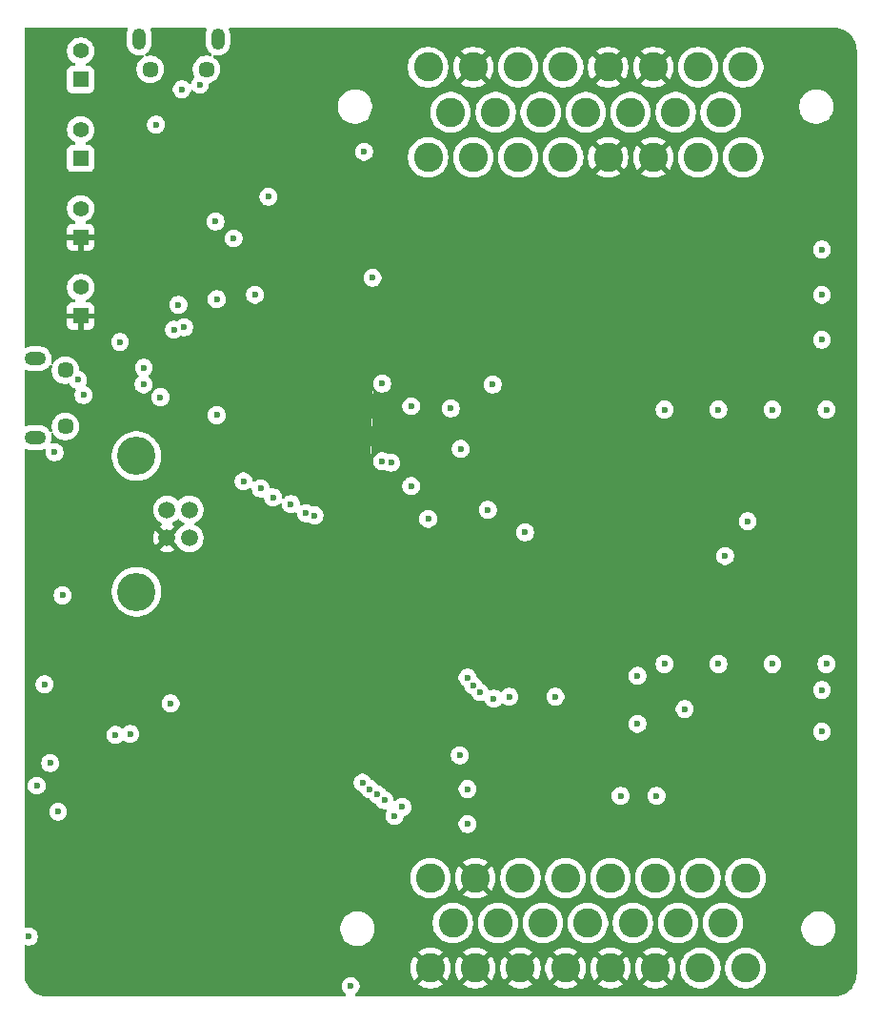
<source format=gbr>
%TF.GenerationSoftware,KiCad,Pcbnew,9.0.2*%
%TF.CreationDate,2025-06-15T01:14:30-07:00*%
%TF.ProjectId,SDM26LoggerV3.3,53444d32-364c-46f6-9767-657256332e33,rev?*%
%TF.SameCoordinates,Original*%
%TF.FileFunction,Copper,L2,Inr*%
%TF.FilePolarity,Positive*%
%FSLAX46Y46*%
G04 Gerber Fmt 4.6, Leading zero omitted, Abs format (unit mm)*
G04 Created by KiCad (PCBNEW 9.0.2) date 2025-06-15 01:14:30*
%MOMM*%
%LPD*%
G01*
G04 APERTURE LIST*
%TA.AperFunction,HeatsinkPad*%
%ADD10O,1.900000X1.200000*%
%TD*%
%TA.AperFunction,HeatsinkPad*%
%ADD11C,1.450000*%
%TD*%
%TA.AperFunction,ComponentPad*%
%ADD12C,1.500000*%
%TD*%
%TA.AperFunction,ComponentPad*%
%ADD13C,3.400000*%
%TD*%
%TA.AperFunction,ComponentPad*%
%ADD14R,1.416000X1.416000*%
%TD*%
%TA.AperFunction,ComponentPad*%
%ADD15C,1.416000*%
%TD*%
%TA.AperFunction,ComponentPad*%
%ADD16C,2.600000*%
%TD*%
%TA.AperFunction,HeatsinkPad*%
%ADD17O,1.200000X1.900000*%
%TD*%
%TA.AperFunction,ViaPad*%
%ADD18C,0.600000*%
%TD*%
%TA.AperFunction,ViaPad*%
%ADD19C,1.500000*%
%TD*%
G04 APERTURE END LIST*
D10*
%TO.N,unconnected-(J2-Shield-Pad6)_4*%
%TO.C,J2*%
X90962500Y-99900000D03*
D11*
%TO.N,unconnected-(J2-Shield-Pad6)*%
X93662500Y-100900000D03*
%TO.N,unconnected-(J2-Shield-Pad6)_1*%
X93662500Y-105900000D03*
D10*
%TO.N,unconnected-(J2-Shield-Pad6)_3*%
X90962500Y-106900000D03*
%TD*%
D12*
%TO.N,VBUS*%
%TO.C,J1*%
X104677500Y-115800000D03*
%TO.N,/USBB_D-*%
X104677500Y-113300000D03*
%TO.N,/USBB_D+*%
X102677500Y-113300000D03*
%TO.N,GND*%
X102677500Y-115800000D03*
D13*
%TO.N,unconnected-(J1-Shield-Pad5)*%
X99967500Y-108530000D03*
%TO.N,N/C*%
X99967500Y-120570000D03*
%TD*%
D14*
%TO.N,Net-(LED3-K)*%
%TO.C,LED3*%
X95000000Y-75100000D03*
D15*
%TO.N,+5V*%
X95000000Y-72560000D03*
%TD*%
D14*
%TO.N,Net-(LED4-K)*%
%TO.C,LED4*%
X95000000Y-82100000D03*
D15*
%TO.N,/PPS_LED*%
X95000000Y-79560000D03*
%TD*%
D16*
%TO.N,/AIN6_EXT*%
%TO.C,J5*%
X153899999Y-82000000D03*
%TO.N,/AIN7_EXT*%
X149900000Y-82000000D03*
%TO.N,GND*%
X145900000Y-82000000D03*
X141900000Y-82000000D03*
%TO.N,+5V*%
X137900001Y-82000000D03*
X133900001Y-82000000D03*
%TO.N,/CAN-*%
X129900002Y-82000000D03*
%TO.N,/CAN+*%
X125900002Y-82000000D03*
%TO.N,unconnected-(J5-Pin_9-Pad9)*%
X151900001Y-78000000D03*
%TO.N,unconnected-(J5-Pin_10-Pad10)*%
X147900001Y-78000000D03*
%TO.N,unconnected-(J5-Pin_11-Pad11)*%
X143900001Y-78000000D03*
%TO.N,+5V*%
X139900002Y-78000000D03*
X135900002Y-78000000D03*
X131900003Y-78000000D03*
%TO.N,unconnected-(J5-Pin_15-Pad15)*%
X127900003Y-78000000D03*
%TO.N,/AIN4_EXT*%
X153899999Y-74000000D03*
%TO.N,/AIN5_EXT*%
X149900000Y-74000000D03*
%TO.N,GND*%
X145900000Y-74000000D03*
X141900000Y-74000000D03*
%TO.N,unconnected-(J5-Pin_20-Pad20)*%
X137900001Y-74000000D03*
%TO.N,unconnected-(J5-Pin_21-Pad21)*%
X133900001Y-74000000D03*
%TO.N,GND*%
X129900002Y-74000000D03*
%TO.N,unconnected-(J5-Pin_23-Pad23)*%
X125900002Y-74000000D03*
%TD*%
D14*
%TO.N,GND*%
%TO.C,LED2*%
X95000000Y-96100000D03*
D15*
%TO.N,/USR_LED_RSTR*%
X95000000Y-93560000D03*
%TD*%
D17*
%TO.N,unconnected-(J3-Shield-Pad6)_3*%
%TO.C,J3*%
X107200000Y-71500000D03*
D11*
%TO.N,unconnected-(J3-Shield-Pad6)_5*%
X106200000Y-74200000D03*
%TO.N,unconnected-(J3-Shield-Pad6)_7*%
X101200000Y-74200000D03*
D17*
%TO.N,unconnected-(J3-Shield-Pad6)_2*%
X100200000Y-71500000D03*
%TD*%
D16*
%TO.N,+BATT*%
%TO.C,J6*%
X126100001Y-146000000D03*
%TO.N,GND*%
X130100000Y-146000000D03*
%TO.N,+5V*%
X134100000Y-146000000D03*
X138100000Y-146000000D03*
%TO.N,unconnected-(J6-Pin_5-Pad5)*%
X142099999Y-146000000D03*
%TO.N,unconnected-(J6-Pin_6-Pad6)*%
X146099999Y-146000000D03*
%TO.N,/AIN0_EXT*%
X150099998Y-146000000D03*
%TO.N,/AIN1_EXT*%
X154099998Y-146000000D03*
%TO.N,unconnected-(J6-Pin_9-Pad9)*%
X128099999Y-150000000D03*
%TO.N,+5V*%
X132099999Y-150000000D03*
X136099999Y-150000000D03*
X140099998Y-150000000D03*
%TO.N,unconnected-(J6-Pin_13-Pad13)*%
X144099998Y-150000000D03*
%TO.N,unconnected-(J6-Pin_14-Pad14)*%
X148099997Y-150000000D03*
%TO.N,unconnected-(J6-Pin_15-Pad15)*%
X152099997Y-150000000D03*
%TO.N,GND*%
X126100001Y-154000000D03*
X130100000Y-154000000D03*
X134100000Y-154000000D03*
X138100000Y-154000000D03*
X142099999Y-154000000D03*
X146099999Y-154000000D03*
%TO.N,/AIN2_EXT*%
X150099998Y-154000000D03*
%TO.N,/AIN3_EXT*%
X154099998Y-154000000D03*
%TD*%
D14*
%TO.N,GND*%
%TO.C,LED1*%
X95000000Y-89100000D03*
D15*
%TO.N,/PWR_LED*%
X95000000Y-86560000D03*
%TD*%
D18*
%TO.N,GND*%
X122670000Y-93550000D03*
X154887500Y-115787500D03*
X116370000Y-88480000D03*
X126900000Y-126300000D03*
X108100000Y-98400000D03*
X113200000Y-107900000D03*
X116660000Y-149120000D03*
X100500000Y-84800000D03*
X104003640Y-80300000D03*
X121100000Y-99500000D03*
X97800000Y-134700000D03*
X94800000Y-142600000D03*
X131419706Y-122772696D03*
X111010000Y-143760000D03*
X118600000Y-133600000D03*
X126300000Y-104300000D03*
X118060000Y-95260000D03*
X131419706Y-124172696D03*
D19*
X114200000Y-101500000D03*
D18*
X138800000Y-138700000D03*
X99800000Y-152600000D03*
X133500000Y-111200000D03*
X114500000Y-87030000D03*
X112440000Y-149130000D03*
D19*
X114100000Y-106600000D03*
D18*
X114700000Y-100500000D03*
X116680818Y-77550280D03*
X104800000Y-150100000D03*
D19*
X119100000Y-106500000D03*
D18*
X110500000Y-144370000D03*
X94800000Y-152600000D03*
X117400000Y-147260000D03*
X109200000Y-104800000D03*
X130100000Y-114100000D03*
X99800000Y-145100000D03*
X112870000Y-141180000D03*
X120600000Y-114200000D03*
X114500000Y-102700000D03*
X114670000Y-141100000D03*
X110500000Y-97300000D03*
X111800000Y-107900000D03*
X119540000Y-87060000D03*
X125593237Y-109126002D03*
X132400000Y-105400000D03*
X117360000Y-144540000D03*
X119000000Y-91770000D03*
X97300000Y-153850000D03*
X155387500Y-115287500D03*
X108100000Y-101100000D03*
X99800000Y-155100000D03*
X119900000Y-104700000D03*
X159300000Y-123300000D03*
X132700000Y-99800000D03*
X114590000Y-90730000D03*
X117100000Y-107500000D03*
X113200000Y-100500000D03*
X112600000Y-96800000D03*
X146200000Y-121900000D03*
X99800000Y-103100000D03*
X106580818Y-80650280D03*
X163300000Y-108300000D03*
X126900000Y-129500000D03*
X94800000Y-150100000D03*
X160900000Y-140900000D03*
X95300000Y-132000000D03*
X127019706Y-124172696D03*
X108600000Y-103600000D03*
X150900000Y-121900000D03*
X122500000Y-100700000D03*
X124100000Y-126300000D03*
X158500000Y-108300000D03*
X102300000Y-153850000D03*
X126900000Y-127900000D03*
X115980818Y-77550280D03*
X99800000Y-147600000D03*
X115980818Y-81950280D03*
X110000000Y-101000000D03*
X107300000Y-153850000D03*
X116500000Y-90100000D03*
X118600000Y-81500000D03*
X112350000Y-142590000D03*
X94800000Y-104700000D03*
X102300000Y-141350000D03*
X115770000Y-150630000D03*
X100100000Y-106000000D03*
X105900000Y-125400000D03*
X132800000Y-104900000D03*
X106300000Y-91410000D03*
X97300000Y-148850000D03*
X117380000Y-148170000D03*
X99800000Y-150100000D03*
X154600000Y-123100000D03*
X134200000Y-95200000D03*
X110500000Y-107000000D03*
X149300000Y-135000000D03*
X128075000Y-140100000D03*
X112540000Y-150610000D03*
X115520000Y-141100000D03*
X97300000Y-143850000D03*
X104800000Y-155100000D03*
X124100000Y-129500000D03*
X115600000Y-101200000D03*
X97300000Y-141350000D03*
X127900000Y-86300000D03*
X121530000Y-84040000D03*
X104800000Y-145100000D03*
X113870000Y-150700000D03*
X104800000Y-140100000D03*
X116400000Y-141350000D03*
X99800000Y-140100000D03*
X121200000Y-125400000D03*
X107300000Y-146350000D03*
X104800000Y-147600000D03*
X110500000Y-100300000D03*
X116950000Y-97050000D03*
X117370000Y-145920000D03*
X149200000Y-128500000D03*
X111640000Y-143260000D03*
X133900000Y-111700000D03*
X106300000Y-86600000D03*
X132700000Y-136000000D03*
X145600000Y-132500000D03*
X109900000Y-105900000D03*
X113415380Y-84084620D03*
X124600000Y-84200000D03*
X115280818Y-77550280D03*
X112500000Y-149930000D03*
X94800000Y-155100000D03*
D19*
X119100000Y-101500000D03*
D18*
X107300000Y-148850000D03*
X110670000Y-147350000D03*
X102300000Y-143850000D03*
X116560000Y-142200000D03*
X134300000Y-111200000D03*
X115600000Y-107500000D03*
X116620000Y-84050000D03*
X153600000Y-108300000D03*
X107300000Y-141350000D03*
X116730000Y-91780000D03*
X119900000Y-88380000D03*
X132000000Y-104900000D03*
X117350000Y-143150000D03*
X131419706Y-123472696D03*
X111920000Y-148520000D03*
X94800000Y-147600000D03*
X116330000Y-87040000D03*
X102300000Y-151350000D03*
X104800000Y-142600000D03*
X127019706Y-122772696D03*
X108100000Y-99800000D03*
X112200000Y-95700000D03*
X101890000Y-75597500D03*
X124100000Y-127900000D03*
X106580818Y-79050280D03*
X116490000Y-149920000D03*
X119900000Y-103400000D03*
X94800000Y-145100000D03*
X112600000Y-98100000D03*
X115280818Y-81950280D03*
X97300000Y-151350000D03*
X114500000Y-98370000D03*
X91700000Y-126600000D03*
X112600000Y-99400000D03*
X129400000Y-111500000D03*
X104800000Y-152600000D03*
X100610000Y-99540000D03*
X125224500Y-90107500D03*
X99800000Y-142600000D03*
X114780000Y-150690000D03*
X108100000Y-96700000D03*
X118890000Y-98870000D03*
X127019706Y-123472696D03*
X107300000Y-151350000D03*
X116680818Y-81950280D03*
X148800000Y-108300000D03*
X114530000Y-88540000D03*
X94800000Y-140100000D03*
X108900000Y-94800000D03*
X108100000Y-102300000D03*
X114550000Y-96100000D03*
X108893948Y-95692435D03*
X111320000Y-147950000D03*
X113730000Y-141120000D03*
X97300000Y-146350000D03*
X117300000Y-101200000D03*
X112570000Y-141850000D03*
X107300000Y-143850000D03*
X128600000Y-114100000D03*
%TO.N,+3.3V*%
X102100000Y-103300000D03*
X91800000Y-128800000D03*
X103000000Y-130500000D03*
X127900000Y-104300000D03*
X107100000Y-104900000D03*
X108600000Y-89200000D03*
X154300000Y-114325000D03*
X125900000Y-114100000D03*
X119000000Y-155600000D03*
X120200000Y-81500000D03*
%TO.N,/5V_SMPS_OUT*%
X115800000Y-113800000D03*
X160900000Y-133000000D03*
X137200000Y-129900000D03*
X133100000Y-129900000D03*
%TO.N,Net-(U3-MODE)*%
X128800000Y-107900000D03*
X124400000Y-111200000D03*
%TO.N,VBUS*%
X95262990Y-103106250D03*
X94760380Y-101770380D03*
%TO.N,+5V*%
X148700000Y-131000000D03*
X123600000Y-139700000D03*
X134500000Y-115300000D03*
X128700000Y-135100000D03*
%TO.N,+5VA*%
X146900000Y-127000000D03*
X156500000Y-127000000D03*
X146900000Y-104400000D03*
X144500000Y-128050000D03*
X152300000Y-117400000D03*
X151700000Y-127000000D03*
X161300000Y-127000000D03*
X156500000Y-104400000D03*
X151700000Y-104400000D03*
X161300000Y-104400000D03*
%TO.N,/I2C1_SCL*%
X129400000Y-138100000D03*
X99400000Y-133200000D03*
%TO.N,/CAN_TERM*%
X131630000Y-102170000D03*
X115023884Y-113605971D03*
%TO.N,/USER_LED*%
X92690380Y-108190380D03*
X93400000Y-120900000D03*
X93000000Y-140100000D03*
X98500000Y-98400000D03*
%TO.N,/CAN_CTX*%
X122594238Y-109125001D03*
X113700000Y-112800000D03*
%TO.N,/CAN_RTX*%
X121800000Y-109000000D03*
X112100000Y-112200000D03*
%TO.N,/I2C1_SDA*%
X129400000Y-141200000D03*
X98100000Y-133300000D03*
%TO.N,/ADC_CLK*%
X130500000Y-129500000D03*
X121400000Y-138600000D03*
%TO.N,/ADC_CS*%
X131734313Y-130065687D03*
X122024697Y-139099758D03*
%TO.N,/ADC_DOUT*%
X129900000Y-128900000D03*
X120700000Y-138100000D03*
%TO.N,Net-(U6-MODE)*%
X146200000Y-138700000D03*
X143000000Y-138700000D03*
%TO.N,/ADC_DIN*%
X120059620Y-137540380D03*
X129400000Y-128200000D03*
%TO.N,/Safeboot*%
X111700000Y-85500000D03*
X160900000Y-90200000D03*
%TO.N,/PPS_LED*%
X107000000Y-87700000D03*
%TO.N,/RTK_STAT*%
X120949000Y-92700000D03*
X101700000Y-79100000D03*
%TO.N,/PROG_D+*%
X100620000Y-100680000D03*
X100600000Y-102160000D03*
%TO.N,/UART2_TX*%
X124400000Y-104100000D03*
X111000000Y-111400000D03*
%TO.N,/ST*%
X131200000Y-113300000D03*
X160900000Y-98200000D03*
%TO.N,/UART2_RX*%
X121800000Y-102100000D03*
X109480339Y-110780339D03*
%TO.N,/CHIP_PU*%
X122900000Y-140500000D03*
X107100000Y-94600000D03*
%TO.N,/U0TXD*%
X90400000Y-151200000D03*
X104200000Y-97100000D03*
%TO.N,/GPIO0*%
X103700000Y-95100000D03*
X92300000Y-135800000D03*
%TO.N,/U0RXD*%
X103300000Y-97300000D03*
X91100000Y-137800000D03*
%TO.N,Net-(U6-ST)*%
X144500000Y-132300000D03*
X160900000Y-129300000D03*
%TO.N,/GPS_VUSB*%
X104000000Y-75967500D03*
X105615000Y-75552500D03*
%TO.N,Net-(IC7-RESET_N)*%
X110500000Y-94200000D03*
X160900000Y-94200000D03*
%TD*%
%TA.AperFunction,Conductor*%
%TO.N,GND*%
G36*
X113100000Y-95400017D02*
G01*
X113100000Y-99700000D01*
X115000000Y-100200000D01*
X116500000Y-101300000D01*
X121000000Y-101500000D01*
X120800000Y-108900000D01*
X114200000Y-108900000D01*
X111500000Y-108300000D01*
X109800000Y-107100000D01*
X107700000Y-103200000D01*
X107700000Y-95132078D01*
X107721786Y-95110292D01*
X107721789Y-95110289D01*
X107809394Y-94979179D01*
X107869737Y-94833497D01*
X107900500Y-94678842D01*
X107900500Y-94521158D01*
X107900500Y-94521155D01*
X107900499Y-94521153D01*
X107869738Y-94366510D01*
X107869737Y-94366503D01*
X107833427Y-94278842D01*
X107809397Y-94220827D01*
X107809390Y-94220814D01*
X107784763Y-94183957D01*
X107742798Y-94121153D01*
X109699500Y-94121153D01*
X109699500Y-94278846D01*
X109730261Y-94433489D01*
X109730264Y-94433501D01*
X109790602Y-94579172D01*
X109790609Y-94579185D01*
X109878210Y-94710288D01*
X109878213Y-94710292D01*
X109989707Y-94821786D01*
X109989711Y-94821789D01*
X110120814Y-94909390D01*
X110120827Y-94909397D01*
X110266498Y-94969735D01*
X110266503Y-94969737D01*
X110421153Y-95000499D01*
X110421156Y-95000500D01*
X110421158Y-95000500D01*
X110578844Y-95000500D01*
X110578845Y-95000499D01*
X110733497Y-94969737D01*
X110879179Y-94909394D01*
X111010289Y-94821789D01*
X111121789Y-94710289D01*
X111209394Y-94579179D01*
X111269737Y-94433497D01*
X111300500Y-94278842D01*
X111300500Y-94121158D01*
X111300500Y-94121155D01*
X111300499Y-94121153D01*
X111269738Y-93966510D01*
X111269737Y-93966503D01*
X111213305Y-93830263D01*
X111209397Y-93820827D01*
X111209390Y-93820814D01*
X111121789Y-93689711D01*
X111121786Y-93689707D01*
X111010292Y-93578213D01*
X111010288Y-93578210D01*
X110879185Y-93490609D01*
X110879172Y-93490602D01*
X110733501Y-93430264D01*
X110733489Y-93430261D01*
X110578845Y-93399500D01*
X110578842Y-93399500D01*
X110421158Y-93399500D01*
X110421155Y-93399500D01*
X110266510Y-93430261D01*
X110266498Y-93430264D01*
X110120827Y-93490602D01*
X110120814Y-93490609D01*
X109989711Y-93578210D01*
X109989707Y-93578213D01*
X109878213Y-93689707D01*
X109878210Y-93689711D01*
X109790609Y-93820814D01*
X109790602Y-93820827D01*
X109730264Y-93966498D01*
X109730261Y-93966510D01*
X109699500Y-94121153D01*
X107742798Y-94121153D01*
X107721789Y-94089711D01*
X107721786Y-94089707D01*
X107700000Y-94067921D01*
X107700000Y-93000000D01*
X111992299Y-93000000D01*
X113100000Y-95400017D01*
G37*
%TD.AperFunction*%
%TD*%
%TA.AperFunction,Conductor*%
%TO.N,GND*%
G36*
X91590602Y-136179172D02*
G01*
X91590609Y-136179185D01*
X91678210Y-136310288D01*
X91678213Y-136310292D01*
X91789707Y-136421786D01*
X91789711Y-136421789D01*
X91920814Y-136509390D01*
X91920827Y-136509397D01*
X92066498Y-136569735D01*
X92066503Y-136569737D01*
X92221153Y-136600499D01*
X92221156Y-136600500D01*
X92221158Y-136600500D01*
X92378844Y-136600500D01*
X92378845Y-136600499D01*
X92533497Y-136569737D01*
X92679179Y-136509394D01*
X92810289Y-136421789D01*
X92921789Y-136310289D01*
X93009394Y-136179179D01*
X93062901Y-136050000D01*
X118325000Y-136050000D01*
X118325000Y-149663859D01*
X118297500Y-149701710D01*
X118188673Y-149915293D01*
X118188672Y-149915296D01*
X118114600Y-150143270D01*
X118077101Y-150380030D01*
X118077101Y-150619739D01*
X118114600Y-150856499D01*
X118188672Y-151084473D01*
X118188673Y-151084476D01*
X118297500Y-151298059D01*
X118325000Y-151335909D01*
X118325000Y-155169344D01*
X118290609Y-155220814D01*
X118290602Y-155220827D01*
X118230264Y-155366498D01*
X118230261Y-155366510D01*
X118199500Y-155521153D01*
X118199500Y-155678846D01*
X118230261Y-155833489D01*
X118230264Y-155833501D01*
X118290602Y-155979172D01*
X118290609Y-155979185D01*
X118325000Y-156030654D01*
X118325000Y-156499500D01*
X92004067Y-156499500D01*
X91995957Y-156499235D01*
X91747116Y-156482925D01*
X91731035Y-156480807D01*
X91490464Y-156432954D01*
X91474797Y-156428756D01*
X91242520Y-156349909D01*
X91227534Y-156343702D01*
X91007539Y-156235212D01*
X90993492Y-156227102D01*
X90789539Y-156090825D01*
X90776671Y-156080951D01*
X90592250Y-155919218D01*
X90580781Y-155907749D01*
X90419048Y-155723328D01*
X90409174Y-155710460D01*
X90388050Y-155678846D01*
X90272897Y-155506507D01*
X90264787Y-155492460D01*
X90158855Y-155277652D01*
X90156294Y-155272458D01*
X90150090Y-155257479D01*
X90071243Y-155025202D01*
X90067045Y-155009535D01*
X90059186Y-154970026D01*
X90019190Y-154768953D01*
X90017075Y-154752895D01*
X90000765Y-154504043D01*
X90000500Y-154495933D01*
X90000500Y-152086555D01*
X90020185Y-152019516D01*
X90072989Y-151973761D01*
X90142147Y-151963817D01*
X90160411Y-151968840D01*
X90160676Y-151967969D01*
X90166492Y-151969732D01*
X90166503Y-151969737D01*
X90321153Y-152000499D01*
X90321156Y-152000500D01*
X90321158Y-152000500D01*
X90478844Y-152000500D01*
X90478845Y-152000499D01*
X90633497Y-151969737D01*
X90779179Y-151909394D01*
X90910289Y-151821789D01*
X91021789Y-151710289D01*
X91109394Y-151579179D01*
X91169737Y-151433497D01*
X91200500Y-151278842D01*
X91200500Y-151121158D01*
X91200500Y-151121155D01*
X91200499Y-151121153D01*
X91169738Y-150966510D01*
X91169737Y-150966503D01*
X91169735Y-150966498D01*
X91109397Y-150820827D01*
X91109390Y-150820814D01*
X91021789Y-150689711D01*
X91021786Y-150689707D01*
X90910292Y-150578213D01*
X90910288Y-150578210D01*
X90779185Y-150490609D01*
X90779172Y-150490602D01*
X90633501Y-150430264D01*
X90633489Y-150430261D01*
X90478845Y-150399500D01*
X90478842Y-150399500D01*
X90321158Y-150399500D01*
X90321155Y-150399500D01*
X90166510Y-150430261D01*
X90160676Y-150432031D01*
X90159873Y-150429385D01*
X90102056Y-150435396D01*
X90039687Y-150403902D01*
X90004245Y-150343689D01*
X90000500Y-150313444D01*
X90000500Y-140021153D01*
X92199500Y-140021153D01*
X92199500Y-140178846D01*
X92230261Y-140333489D01*
X92230264Y-140333501D01*
X92290602Y-140479172D01*
X92290609Y-140479185D01*
X92378210Y-140610288D01*
X92378213Y-140610292D01*
X92489707Y-140721786D01*
X92489711Y-140721789D01*
X92620814Y-140809390D01*
X92620827Y-140809397D01*
X92766498Y-140869735D01*
X92766503Y-140869737D01*
X92921153Y-140900499D01*
X92921156Y-140900500D01*
X92921158Y-140900500D01*
X93078844Y-140900500D01*
X93078845Y-140900499D01*
X93233497Y-140869737D01*
X93379179Y-140809394D01*
X93510289Y-140721789D01*
X93621789Y-140610289D01*
X93709394Y-140479179D01*
X93769737Y-140333497D01*
X93800500Y-140178842D01*
X93800500Y-140021158D01*
X93800500Y-140021155D01*
X93800499Y-140021153D01*
X93769738Y-139866510D01*
X93769737Y-139866503D01*
X93769735Y-139866498D01*
X93709397Y-139720827D01*
X93709390Y-139720814D01*
X93621789Y-139589711D01*
X93621786Y-139589707D01*
X93510292Y-139478213D01*
X93510288Y-139478210D01*
X93379185Y-139390609D01*
X93379172Y-139390602D01*
X93233501Y-139330264D01*
X93233489Y-139330261D01*
X93078845Y-139299500D01*
X93078842Y-139299500D01*
X92921158Y-139299500D01*
X92921155Y-139299500D01*
X92766510Y-139330261D01*
X92766498Y-139330264D01*
X92620827Y-139390602D01*
X92620814Y-139390609D01*
X92489711Y-139478210D01*
X92489707Y-139478213D01*
X92378213Y-139589707D01*
X92378210Y-139589711D01*
X92290609Y-139720814D01*
X92290602Y-139720827D01*
X92230264Y-139866498D01*
X92230261Y-139866510D01*
X92199500Y-140021153D01*
X90000500Y-140021153D01*
X90000500Y-137721153D01*
X90299500Y-137721153D01*
X90299500Y-137878846D01*
X90330261Y-138033489D01*
X90330264Y-138033501D01*
X90390602Y-138179172D01*
X90390609Y-138179185D01*
X90478210Y-138310288D01*
X90478213Y-138310292D01*
X90589707Y-138421786D01*
X90589711Y-138421789D01*
X90720814Y-138509390D01*
X90720827Y-138509397D01*
X90866498Y-138569735D01*
X90866503Y-138569737D01*
X91021153Y-138600499D01*
X91021156Y-138600500D01*
X91021158Y-138600500D01*
X91178844Y-138600500D01*
X91178845Y-138600499D01*
X91333497Y-138569737D01*
X91479179Y-138509394D01*
X91610289Y-138421789D01*
X91721789Y-138310289D01*
X91809394Y-138179179D01*
X91869737Y-138033497D01*
X91900500Y-137878842D01*
X91900500Y-137721158D01*
X91900500Y-137721155D01*
X91900499Y-137721153D01*
X91869738Y-137566510D01*
X91869737Y-137566503D01*
X91869735Y-137566498D01*
X91809397Y-137420827D01*
X91809390Y-137420814D01*
X91721789Y-137289711D01*
X91721786Y-137289707D01*
X91610292Y-137178213D01*
X91610288Y-137178210D01*
X91479185Y-137090609D01*
X91479172Y-137090602D01*
X91333501Y-137030264D01*
X91333489Y-137030261D01*
X91178845Y-136999500D01*
X91178842Y-136999500D01*
X91021158Y-136999500D01*
X91021155Y-136999500D01*
X90866510Y-137030261D01*
X90866498Y-137030264D01*
X90720827Y-137090602D01*
X90720814Y-137090609D01*
X90589711Y-137178210D01*
X90589707Y-137178213D01*
X90478213Y-137289707D01*
X90478210Y-137289711D01*
X90390609Y-137420814D01*
X90390602Y-137420827D01*
X90330264Y-137566498D01*
X90330261Y-137566510D01*
X90299500Y-137721153D01*
X90000500Y-137721153D01*
X90000500Y-136050000D01*
X91537098Y-136050000D01*
X91590602Y-136179172D01*
G37*
%TD.AperFunction*%
%TD*%
%TA.AperFunction,Conductor*%
%TO.N,GND*%
G36*
X118378210Y-156110288D02*
G01*
X118378213Y-156110292D01*
X118489707Y-156221786D01*
X118489711Y-156221789D01*
X118565452Y-156272398D01*
X118610257Y-156326010D01*
X118618964Y-156395335D01*
X118588810Y-156458363D01*
X118529366Y-156495082D01*
X118496561Y-156499500D01*
X118325000Y-156499500D01*
X118325000Y-156030654D01*
X118378210Y-156110288D01*
G37*
%TD.AperFunction*%
%TA.AperFunction,Conductor*%
G36*
X103720834Y-114127654D02*
G01*
X103765181Y-114156155D01*
X103862854Y-114253828D01*
X104022095Y-114369524D01*
X104076309Y-114397147D01*
X104159460Y-114439515D01*
X104210256Y-114487490D01*
X104227051Y-114555311D01*
X104204514Y-114621446D01*
X104159460Y-114660485D01*
X104022094Y-114730476D01*
X103940571Y-114789707D01*
X103862854Y-114846172D01*
X103862852Y-114846174D01*
X103862851Y-114846174D01*
X103723674Y-114985351D01*
X103723674Y-114985352D01*
X103723672Y-114985354D01*
X103688045Y-115034390D01*
X103607974Y-115144597D01*
X103535360Y-115287109D01*
X103512557Y-115318494D01*
X103160462Y-115670589D01*
X103143425Y-115607007D01*
X103077599Y-115492993D01*
X102984507Y-115399901D01*
X102870493Y-115334075D01*
X102806909Y-115317037D01*
X103367625Y-114756320D01*
X103367625Y-114756319D01*
X103332645Y-114730905D01*
X103194987Y-114660765D01*
X103144191Y-114612790D01*
X103127396Y-114544969D01*
X103149934Y-114478834D01*
X103194985Y-114439796D01*
X103332905Y-114369524D01*
X103492146Y-114253828D01*
X103589819Y-114156155D01*
X103651142Y-114122670D01*
X103720834Y-114127654D01*
G37*
%TD.AperFunction*%
%TA.AperFunction,Conductor*%
G36*
X99160506Y-70520185D02*
G01*
X99206261Y-70572989D01*
X99216205Y-70642147D01*
X99203952Y-70680794D01*
X99180129Y-70727549D01*
X99180127Y-70727554D01*
X99180127Y-70727555D01*
X99166861Y-70768382D01*
X99126597Y-70892302D01*
X99123925Y-70909174D01*
X99099500Y-71063389D01*
X99099500Y-71936611D01*
X99126598Y-72107701D01*
X99180127Y-72272445D01*
X99258768Y-72426788D01*
X99360586Y-72566928D01*
X99483072Y-72689414D01*
X99623212Y-72791232D01*
X99777555Y-72869873D01*
X99942299Y-72923402D01*
X100113389Y-72950500D01*
X100113390Y-72950500D01*
X100286610Y-72950500D01*
X100286611Y-72950500D01*
X100457701Y-72923402D01*
X100472787Y-72918499D01*
X100542626Y-72916504D01*
X100602459Y-72952584D01*
X100633288Y-73015285D01*
X100625324Y-73084699D01*
X100581096Y-73138789D01*
X100567400Y-73146915D01*
X100557700Y-73151857D01*
X100550104Y-73157376D01*
X100401641Y-73265241D01*
X100401639Y-73265243D01*
X100401638Y-73265243D01*
X100265243Y-73401638D01*
X100265243Y-73401639D01*
X100265241Y-73401641D01*
X100251785Y-73420162D01*
X100151859Y-73557697D01*
X100064286Y-73729568D01*
X100004675Y-73913030D01*
X99974500Y-74103551D01*
X99974500Y-74296448D01*
X100004675Y-74486969D01*
X100004676Y-74486972D01*
X100064285Y-74670429D01*
X100151859Y-74842302D01*
X100265241Y-74998359D01*
X100401641Y-75134759D01*
X100557698Y-75248141D01*
X100729571Y-75335715D01*
X100913028Y-75395324D01*
X101103551Y-75425500D01*
X101103552Y-75425500D01*
X101296448Y-75425500D01*
X101296449Y-75425500D01*
X101486972Y-75395324D01*
X101670429Y-75335715D01*
X101842302Y-75248141D01*
X101998359Y-75134759D01*
X102134759Y-74998359D01*
X102248141Y-74842302D01*
X102335715Y-74670429D01*
X102395324Y-74486972D01*
X102425500Y-74296449D01*
X102425500Y-74103551D01*
X102395324Y-73913028D01*
X102335715Y-73729571D01*
X102248141Y-73557698D01*
X102134759Y-73401641D01*
X101998359Y-73265241D01*
X101842302Y-73151859D01*
X101670429Y-73064285D01*
X101486972Y-73004676D01*
X101486970Y-73004675D01*
X101486969Y-73004675D01*
X101314146Y-72977303D01*
X101296449Y-72974500D01*
X101103551Y-72974500D01*
X101085854Y-72977303D01*
X100913032Y-73004675D01*
X100913029Y-73004675D01*
X100913028Y-73004676D01*
X100889673Y-73012264D01*
X100877979Y-73016064D01*
X100808138Y-73018058D01*
X100748306Y-72981976D01*
X100717479Y-72919274D01*
X100725445Y-72849860D01*
X100769674Y-72795772D01*
X100774887Y-72792396D01*
X100776773Y-72791239D01*
X100776788Y-72791232D01*
X100916928Y-72689414D01*
X101039414Y-72566928D01*
X101141232Y-72426788D01*
X101219873Y-72272445D01*
X101273402Y-72107701D01*
X101300500Y-71936611D01*
X101300500Y-71063389D01*
X101273402Y-70892299D01*
X101219873Y-70727555D01*
X101219870Y-70727549D01*
X101196048Y-70680794D01*
X101183152Y-70612125D01*
X101209429Y-70547385D01*
X101266535Y-70507128D01*
X101306533Y-70500500D01*
X106093467Y-70500500D01*
X106160506Y-70520185D01*
X106206261Y-70572989D01*
X106216205Y-70642147D01*
X106203952Y-70680794D01*
X106180129Y-70727549D01*
X106180127Y-70727554D01*
X106180127Y-70727555D01*
X106166861Y-70768382D01*
X106126597Y-70892302D01*
X106123925Y-70909174D01*
X106099500Y-71063389D01*
X106099500Y-71936611D01*
X106126598Y-72107701D01*
X106180127Y-72272445D01*
X106258768Y-72426788D01*
X106360586Y-72566928D01*
X106483072Y-72689414D01*
X106623212Y-72791232D01*
X106623215Y-72791233D01*
X106625120Y-72792401D01*
X106625693Y-72793034D01*
X106627154Y-72794096D01*
X106626931Y-72794402D01*
X106671998Y-72844210D01*
X106683425Y-72913139D01*
X106655771Y-72977303D01*
X106597818Y-73016331D01*
X106527964Y-73017832D01*
X106522019Y-73016063D01*
X106486973Y-73004676D01*
X106486969Y-73004675D01*
X106314146Y-72977303D01*
X106296449Y-72974500D01*
X106103551Y-72974500D01*
X106085854Y-72977303D01*
X105913030Y-73004675D01*
X105729568Y-73064286D01*
X105557697Y-73151859D01*
X105488763Y-73201943D01*
X105401641Y-73265241D01*
X105401639Y-73265243D01*
X105401638Y-73265243D01*
X105265243Y-73401638D01*
X105265243Y-73401639D01*
X105265241Y-73401641D01*
X105251785Y-73420162D01*
X105151859Y-73557697D01*
X105064286Y-73729568D01*
X105004675Y-73913030D01*
X104974500Y-74103551D01*
X104974500Y-74296448D01*
X105004675Y-74486969D01*
X105004676Y-74486972D01*
X105034900Y-74579993D01*
X105064286Y-74670431D01*
X105124885Y-74789363D01*
X105137781Y-74858032D01*
X105111505Y-74922773D01*
X105102082Y-74933339D01*
X104993210Y-75042211D01*
X104905609Y-75173314D01*
X104905602Y-75173327D01*
X104845264Y-75318998D01*
X104845261Y-75319008D01*
X104830514Y-75393148D01*
X104798129Y-75455059D01*
X104737413Y-75489633D01*
X104667644Y-75485893D01*
X104621216Y-75456637D01*
X104510292Y-75345713D01*
X104510288Y-75345710D01*
X104379185Y-75258109D01*
X104379172Y-75258102D01*
X104233501Y-75197764D01*
X104233489Y-75197761D01*
X104078845Y-75167000D01*
X104078842Y-75167000D01*
X103921158Y-75167000D01*
X103921155Y-75167000D01*
X103766510Y-75197761D01*
X103766498Y-75197764D01*
X103620827Y-75258102D01*
X103620814Y-75258109D01*
X103489711Y-75345710D01*
X103489707Y-75345713D01*
X103378213Y-75457207D01*
X103378210Y-75457211D01*
X103290609Y-75588314D01*
X103290602Y-75588327D01*
X103230264Y-75733998D01*
X103230261Y-75734010D01*
X103199500Y-75888653D01*
X103199500Y-76046346D01*
X103230261Y-76200989D01*
X103230264Y-76201001D01*
X103290602Y-76346672D01*
X103290609Y-76346685D01*
X103378210Y-76477788D01*
X103378213Y-76477792D01*
X103489707Y-76589286D01*
X103489711Y-76589289D01*
X103620814Y-76676890D01*
X103620827Y-76676897D01*
X103766498Y-76737235D01*
X103766503Y-76737237D01*
X103921153Y-76767999D01*
X103921156Y-76768000D01*
X103921158Y-76768000D01*
X104078844Y-76768000D01*
X104078845Y-76767999D01*
X104233497Y-76737237D01*
X104379179Y-76676894D01*
X104510289Y-76589289D01*
X104621789Y-76477789D01*
X104709394Y-76346679D01*
X104769737Y-76200997D01*
X104784486Y-76126849D01*
X104816869Y-76064942D01*
X104877584Y-76030367D01*
X104947354Y-76034106D01*
X104993783Y-76063362D01*
X105104707Y-76174286D01*
X105104711Y-76174289D01*
X105235814Y-76261890D01*
X105235827Y-76261897D01*
X105381498Y-76322235D01*
X105381503Y-76322237D01*
X105504411Y-76346685D01*
X105536153Y-76352999D01*
X105536156Y-76353000D01*
X105536158Y-76353000D01*
X105693844Y-76353000D01*
X105693845Y-76352999D01*
X105848497Y-76322237D01*
X105994179Y-76261894D01*
X106125289Y-76174289D01*
X106236789Y-76062789D01*
X106324394Y-75931679D01*
X106384737Y-75785997D01*
X106415500Y-75631342D01*
X106415500Y-75508638D01*
X106435185Y-75441599D01*
X106487989Y-75395844D01*
X106501182Y-75390707D01*
X106515517Y-75386049D01*
X106670429Y-75335715D01*
X106842302Y-75248141D01*
X106998359Y-75134759D01*
X107134759Y-74998359D01*
X107248141Y-74842302D01*
X107335715Y-74670429D01*
X107395324Y-74486972D01*
X107425500Y-74296449D01*
X107425500Y-74103551D01*
X107395324Y-73913028D01*
X107385241Y-73881995D01*
X124099502Y-73881995D01*
X124099502Y-74118004D01*
X124099503Y-74118020D01*
X124130308Y-74352010D01*
X124191396Y-74579993D01*
X124281716Y-74798045D01*
X124281721Y-74798056D01*
X124352679Y-74920957D01*
X124399729Y-75002450D01*
X124399731Y-75002453D01*
X124399732Y-75002454D01*
X124543408Y-75189697D01*
X124543414Y-75189704D01*
X124710297Y-75356587D01*
X124710304Y-75356593D01*
X124820308Y-75441001D01*
X124897552Y-75500273D01*
X125028920Y-75576118D01*
X125101945Y-75618280D01*
X125101950Y-75618282D01*
X125101953Y-75618284D01*
X125320009Y-75708606D01*
X125547988Y-75769693D01*
X125781991Y-75800500D01*
X125781998Y-75800500D01*
X126018006Y-75800500D01*
X126018013Y-75800500D01*
X126252016Y-75769693D01*
X126479995Y-75708606D01*
X126698051Y-75618284D01*
X126902452Y-75500273D01*
X127089701Y-75356592D01*
X127110580Y-75335713D01*
X127144650Y-75301644D01*
X127256589Y-75189704D01*
X127256594Y-75189699D01*
X127400275Y-75002450D01*
X127518286Y-74798049D01*
X127608608Y-74579993D01*
X127669695Y-74352014D01*
X127700502Y-74118011D01*
X127700502Y-73882014D01*
X128100002Y-73882014D01*
X128100002Y-74117985D01*
X128130801Y-74351914D01*
X128191872Y-74579837D01*
X128282162Y-74797819D01*
X128282167Y-74797828D01*
X128400146Y-75002171D01*
X128400147Y-75002172D01*
X128462723Y-75083723D01*
X129126610Y-74419836D01*
X129219335Y-74558609D01*
X129341393Y-74680667D01*
X129480164Y-74773390D01*
X128816277Y-75437277D01*
X128897829Y-75499854D01*
X128897830Y-75499855D01*
X129102173Y-75617834D01*
X129102182Y-75617839D01*
X129320165Y-75708129D01*
X129320163Y-75708129D01*
X129548087Y-75769200D01*
X129782016Y-75799999D01*
X129782031Y-75800000D01*
X130017973Y-75800000D01*
X130017987Y-75799999D01*
X130251916Y-75769200D01*
X130479839Y-75708129D01*
X130697821Y-75617839D01*
X130697830Y-75617834D01*
X130902183Y-75499850D01*
X130983725Y-75437279D01*
X130983725Y-75437276D01*
X130319839Y-74773390D01*
X130458611Y-74680667D01*
X130580669Y-74558609D01*
X130673392Y-74419837D01*
X131337278Y-75083723D01*
X131337281Y-75083723D01*
X131399852Y-75002181D01*
X131517836Y-74797828D01*
X131517841Y-74797819D01*
X131608131Y-74579837D01*
X131669202Y-74351914D01*
X131700001Y-74117985D01*
X131700002Y-74117971D01*
X131700002Y-73882021D01*
X131699999Y-73881995D01*
X132099501Y-73881995D01*
X132099501Y-74118004D01*
X132099502Y-74118020D01*
X132130307Y-74352010D01*
X132191395Y-74579993D01*
X132281715Y-74798045D01*
X132281720Y-74798056D01*
X132352678Y-74920957D01*
X132399728Y-75002450D01*
X132399730Y-75002453D01*
X132399731Y-75002454D01*
X132543407Y-75189697D01*
X132543413Y-75189704D01*
X132710296Y-75356587D01*
X132710303Y-75356593D01*
X132820307Y-75441001D01*
X132897551Y-75500273D01*
X133028919Y-75576118D01*
X133101944Y-75618280D01*
X133101949Y-75618282D01*
X133101952Y-75618284D01*
X133320008Y-75708606D01*
X133547987Y-75769693D01*
X133781990Y-75800500D01*
X133781997Y-75800500D01*
X134018005Y-75800500D01*
X134018012Y-75800500D01*
X134252015Y-75769693D01*
X134479994Y-75708606D01*
X134698050Y-75618284D01*
X134902451Y-75500273D01*
X135089700Y-75356592D01*
X135256593Y-75189699D01*
X135400274Y-75002450D01*
X135518285Y-74798049D01*
X135608607Y-74579993D01*
X135669694Y-74352014D01*
X135700501Y-74118011D01*
X135700501Y-73881995D01*
X136099501Y-73881995D01*
X136099501Y-74118004D01*
X136099502Y-74118020D01*
X136130307Y-74352010D01*
X136191395Y-74579993D01*
X136281715Y-74798045D01*
X136281720Y-74798056D01*
X136352678Y-74920957D01*
X136399728Y-75002450D01*
X136399730Y-75002453D01*
X136399731Y-75002454D01*
X136543407Y-75189697D01*
X136543413Y-75189704D01*
X136710296Y-75356587D01*
X136710303Y-75356593D01*
X136820307Y-75441001D01*
X136897551Y-75500273D01*
X137028919Y-75576118D01*
X137101944Y-75618280D01*
X137101949Y-75618282D01*
X137101952Y-75618284D01*
X137320008Y-75708606D01*
X137547987Y-75769693D01*
X137781990Y-75800500D01*
X137781997Y-75800500D01*
X138018005Y-75800500D01*
X138018012Y-75800500D01*
X138252015Y-75769693D01*
X138479994Y-75708606D01*
X138698050Y-75618284D01*
X138902451Y-75500273D01*
X139089700Y-75356592D01*
X139110579Y-75335713D01*
X139144649Y-75301644D01*
X139256588Y-75189704D01*
X139256593Y-75189699D01*
X139400274Y-75002450D01*
X139518285Y-74798049D01*
X139608607Y-74579993D01*
X139669694Y-74352014D01*
X139700501Y-74118011D01*
X139700501Y-73882014D01*
X140100000Y-73882014D01*
X140100000Y-74117985D01*
X140130799Y-74351914D01*
X140191870Y-74579837D01*
X140282160Y-74797819D01*
X140282165Y-74797828D01*
X140400144Y-75002171D01*
X140400145Y-75002172D01*
X140462721Y-75083723D01*
X141126608Y-74419836D01*
X141219333Y-74558609D01*
X141341391Y-74680667D01*
X141480162Y-74773390D01*
X140816275Y-75437277D01*
X140897827Y-75499854D01*
X140897828Y-75499855D01*
X141102171Y-75617834D01*
X141102180Y-75617839D01*
X141320163Y-75708129D01*
X141320161Y-75708129D01*
X141548085Y-75769200D01*
X141782014Y-75799999D01*
X141782029Y-75800000D01*
X142017971Y-75800000D01*
X142017985Y-75799999D01*
X142251914Y-75769200D01*
X142479837Y-75708129D01*
X142697819Y-75617839D01*
X142697828Y-75617834D01*
X142902181Y-75499850D01*
X142983723Y-75437279D01*
X142983723Y-75437276D01*
X142319837Y-74773390D01*
X142458609Y-74680667D01*
X142580667Y-74558609D01*
X142673390Y-74419837D01*
X143337276Y-75083723D01*
X143337279Y-75083723D01*
X143399850Y-75002181D01*
X143517834Y-74797828D01*
X143517839Y-74797819D01*
X143608129Y-74579837D01*
X143669200Y-74351914D01*
X143699999Y-74117985D01*
X143700000Y-74117971D01*
X143700000Y-73882028D01*
X143699999Y-73882014D01*
X144100000Y-73882014D01*
X144100000Y-74117985D01*
X144130799Y-74351914D01*
X144191870Y-74579837D01*
X144282160Y-74797819D01*
X144282165Y-74797828D01*
X144400144Y-75002171D01*
X144400145Y-75002172D01*
X144462721Y-75083723D01*
X145126608Y-74419836D01*
X145219333Y-74558609D01*
X145341391Y-74680667D01*
X145480162Y-74773390D01*
X144816275Y-75437277D01*
X144897827Y-75499854D01*
X144897828Y-75499855D01*
X145102171Y-75617834D01*
X145102180Y-75617839D01*
X145320163Y-75708129D01*
X145320161Y-75708129D01*
X145548085Y-75769200D01*
X145782014Y-75799999D01*
X145782029Y-75800000D01*
X146017971Y-75800000D01*
X146017985Y-75799999D01*
X146251914Y-75769200D01*
X146479837Y-75708129D01*
X146697819Y-75617839D01*
X146697828Y-75617834D01*
X146902181Y-75499850D01*
X146983723Y-75437279D01*
X146983723Y-75437276D01*
X146319837Y-74773390D01*
X146458609Y-74680667D01*
X146580667Y-74558609D01*
X146673390Y-74419837D01*
X147337276Y-75083723D01*
X147337279Y-75083723D01*
X147399850Y-75002181D01*
X147517834Y-74797828D01*
X147517839Y-74797819D01*
X147608129Y-74579837D01*
X147669200Y-74351914D01*
X147699999Y-74117985D01*
X147700000Y-74117971D01*
X147700000Y-73882021D01*
X147699997Y-73881995D01*
X148099500Y-73881995D01*
X148099500Y-74118004D01*
X148099501Y-74118020D01*
X148130306Y-74352010D01*
X148191394Y-74579993D01*
X148281714Y-74798045D01*
X148281719Y-74798056D01*
X148352677Y-74920957D01*
X148399727Y-75002450D01*
X148399729Y-75002453D01*
X148399730Y-75002454D01*
X148543406Y-75189697D01*
X148543412Y-75189704D01*
X148710295Y-75356587D01*
X148710302Y-75356593D01*
X148820306Y-75441001D01*
X148897550Y-75500273D01*
X149028918Y-75576118D01*
X149101943Y-75618280D01*
X149101948Y-75618282D01*
X149101951Y-75618284D01*
X149320007Y-75708606D01*
X149547986Y-75769693D01*
X149781989Y-75800500D01*
X149781996Y-75800500D01*
X150018004Y-75800500D01*
X150018011Y-75800500D01*
X150252014Y-75769693D01*
X150479993Y-75708606D01*
X150698049Y-75618284D01*
X150902450Y-75500273D01*
X151089699Y-75356592D01*
X151256592Y-75189699D01*
X151400273Y-75002450D01*
X151518284Y-74798049D01*
X151608606Y-74579993D01*
X151669693Y-74352014D01*
X151700500Y-74118011D01*
X151700500Y-73881995D01*
X152099499Y-73881995D01*
X152099499Y-74118004D01*
X152099500Y-74118020D01*
X152130305Y-74352010D01*
X152191393Y-74579993D01*
X152281713Y-74798045D01*
X152281718Y-74798056D01*
X152352676Y-74920957D01*
X152399726Y-75002450D01*
X152399728Y-75002453D01*
X152399729Y-75002454D01*
X152543405Y-75189697D01*
X152543411Y-75189704D01*
X152710294Y-75356587D01*
X152710301Y-75356593D01*
X152820305Y-75441001D01*
X152897549Y-75500273D01*
X153028917Y-75576118D01*
X153101942Y-75618280D01*
X153101947Y-75618282D01*
X153101950Y-75618284D01*
X153320006Y-75708606D01*
X153547985Y-75769693D01*
X153781988Y-75800500D01*
X153781995Y-75800500D01*
X154018003Y-75800500D01*
X154018010Y-75800500D01*
X154252013Y-75769693D01*
X154479992Y-75708606D01*
X154698048Y-75618284D01*
X154902449Y-75500273D01*
X155089698Y-75356592D01*
X155256591Y-75189699D01*
X155400272Y-75002450D01*
X155518283Y-74798049D01*
X155608605Y-74579993D01*
X155669692Y-74352014D01*
X155700499Y-74118011D01*
X155700499Y-73881989D01*
X155669692Y-73647986D01*
X155608605Y-73420007D01*
X155518283Y-73201951D01*
X155518281Y-73201948D01*
X155518279Y-73201943D01*
X155458811Y-73098943D01*
X155400272Y-72997550D01*
X155256591Y-72810301D01*
X155256586Y-72810295D01*
X155089703Y-72643412D01*
X155089696Y-72643406D01*
X154902453Y-72499730D01*
X154902452Y-72499729D01*
X154902449Y-72499727D01*
X154788794Y-72434108D01*
X154698055Y-72381719D01*
X154698044Y-72381714D01*
X154479992Y-72291394D01*
X154252009Y-72230306D01*
X154018019Y-72199501D01*
X154018016Y-72199500D01*
X154018010Y-72199500D01*
X153781988Y-72199500D01*
X153781982Y-72199500D01*
X153781978Y-72199501D01*
X153547988Y-72230306D01*
X153320005Y-72291394D01*
X153101953Y-72381714D01*
X153101942Y-72381719D01*
X152897544Y-72499730D01*
X152710301Y-72643406D01*
X152710294Y-72643412D01*
X152543411Y-72810295D01*
X152543405Y-72810302D01*
X152399729Y-72997545D01*
X152399726Y-72997549D01*
X152399726Y-72997550D01*
X152395612Y-73004675D01*
X152281718Y-73201943D01*
X152281713Y-73201954D01*
X152191393Y-73420006D01*
X152130305Y-73647989D01*
X152099500Y-73881979D01*
X152099499Y-73881995D01*
X151700500Y-73881995D01*
X151700500Y-73881989D01*
X151669693Y-73647986D01*
X151608606Y-73420007D01*
X151518284Y-73201951D01*
X151518282Y-73201948D01*
X151518280Y-73201943D01*
X151458812Y-73098943D01*
X151400273Y-72997550D01*
X151256592Y-72810301D01*
X151256587Y-72810295D01*
X151089704Y-72643412D01*
X151089697Y-72643406D01*
X150902454Y-72499730D01*
X150902453Y-72499729D01*
X150902450Y-72499727D01*
X150788795Y-72434108D01*
X150698056Y-72381719D01*
X150698045Y-72381714D01*
X150479993Y-72291394D01*
X150252010Y-72230306D01*
X150018020Y-72199501D01*
X150018017Y-72199500D01*
X150018011Y-72199500D01*
X149781989Y-72199500D01*
X149781983Y-72199500D01*
X149781979Y-72199501D01*
X149547989Y-72230306D01*
X149320006Y-72291394D01*
X149101954Y-72381714D01*
X149101943Y-72381719D01*
X148897545Y-72499730D01*
X148710302Y-72643406D01*
X148710295Y-72643412D01*
X148543412Y-72810295D01*
X148543406Y-72810302D01*
X148399730Y-72997545D01*
X148399727Y-72997549D01*
X148399727Y-72997550D01*
X148395613Y-73004675D01*
X148281719Y-73201943D01*
X148281714Y-73201954D01*
X148191394Y-73420006D01*
X148130306Y-73647989D01*
X148099501Y-73881979D01*
X148099500Y-73881995D01*
X147699997Y-73881995D01*
X147669200Y-73648085D01*
X147608129Y-73420162D01*
X147517839Y-73202180D01*
X147517834Y-73202171D01*
X147399855Y-72997828D01*
X147399854Y-72997827D01*
X147337277Y-72916275D01*
X146673390Y-73580162D01*
X146580667Y-73441391D01*
X146458609Y-73319333D01*
X146319836Y-73226608D01*
X146983723Y-72562721D01*
X146902172Y-72500145D01*
X146902171Y-72500144D01*
X146697828Y-72382165D01*
X146697819Y-72382160D01*
X146479836Y-72291870D01*
X146479838Y-72291870D01*
X146251914Y-72230799D01*
X146017985Y-72200000D01*
X145782014Y-72200000D01*
X145548085Y-72230799D01*
X145320162Y-72291870D01*
X145102180Y-72382160D01*
X145102171Y-72382165D01*
X144897828Y-72500144D01*
X144897818Y-72500150D01*
X144816275Y-72562720D01*
X144816275Y-72562721D01*
X145480162Y-73226608D01*
X145341391Y-73319333D01*
X145219333Y-73441391D01*
X145126609Y-73580162D01*
X144462721Y-72916275D01*
X144462720Y-72916275D01*
X144400150Y-72997818D01*
X144400144Y-72997828D01*
X144282165Y-73202171D01*
X144282160Y-73202180D01*
X144191870Y-73420162D01*
X144130799Y-73648085D01*
X144100000Y-73882014D01*
X143699999Y-73882014D01*
X143669200Y-73648085D01*
X143608129Y-73420162D01*
X143517839Y-73202180D01*
X143517834Y-73202171D01*
X143399855Y-72997828D01*
X143399854Y-72997827D01*
X143337277Y-72916275D01*
X142673390Y-73580162D01*
X142580667Y-73441391D01*
X142458609Y-73319333D01*
X142319836Y-73226608D01*
X142983723Y-72562721D01*
X142902172Y-72500145D01*
X142902171Y-72500144D01*
X142697828Y-72382165D01*
X142697819Y-72382160D01*
X142479836Y-72291870D01*
X142479838Y-72291870D01*
X142251914Y-72230799D01*
X142017985Y-72200000D01*
X141782014Y-72200000D01*
X141548085Y-72230799D01*
X141320162Y-72291870D01*
X141102180Y-72382160D01*
X141102171Y-72382165D01*
X140897828Y-72500144D01*
X140897818Y-72500150D01*
X140816275Y-72562720D01*
X140816275Y-72562721D01*
X141480162Y-73226608D01*
X141341391Y-73319333D01*
X141219333Y-73441391D01*
X141126608Y-73580162D01*
X140462721Y-72916275D01*
X140462720Y-72916275D01*
X140400150Y-72997818D01*
X140400144Y-72997828D01*
X140282165Y-73202171D01*
X140282160Y-73202180D01*
X140191870Y-73420162D01*
X140130799Y-73648085D01*
X140100000Y-73882014D01*
X139700501Y-73882014D01*
X139700501Y-73881989D01*
X139669694Y-73647986D01*
X139608607Y-73420007D01*
X139518285Y-73201951D01*
X139518283Y-73201948D01*
X139518281Y-73201943D01*
X139458813Y-73098943D01*
X139400274Y-72997550D01*
X139256593Y-72810301D01*
X139256588Y-72810295D01*
X139089705Y-72643412D01*
X139089698Y-72643406D01*
X138902455Y-72499730D01*
X138902454Y-72499729D01*
X138902451Y-72499727D01*
X138788796Y-72434108D01*
X138698057Y-72381719D01*
X138698046Y-72381714D01*
X138479994Y-72291394D01*
X138252011Y-72230306D01*
X138018021Y-72199501D01*
X138018018Y-72199500D01*
X138018012Y-72199500D01*
X137781990Y-72199500D01*
X137781984Y-72199500D01*
X137781980Y-72199501D01*
X137547990Y-72230306D01*
X137320007Y-72291394D01*
X137101955Y-72381714D01*
X137101944Y-72381719D01*
X136897546Y-72499730D01*
X136710303Y-72643406D01*
X136710296Y-72643412D01*
X136543413Y-72810295D01*
X136543407Y-72810302D01*
X136399731Y-72997545D01*
X136399728Y-72997549D01*
X136399728Y-72997550D01*
X136395614Y-73004675D01*
X136281720Y-73201943D01*
X136281715Y-73201954D01*
X136191395Y-73420006D01*
X136130307Y-73647989D01*
X136099502Y-73881979D01*
X136099501Y-73881995D01*
X135700501Y-73881995D01*
X135700501Y-73881989D01*
X135669694Y-73647986D01*
X135608607Y-73420007D01*
X135518285Y-73201951D01*
X135518283Y-73201948D01*
X135518281Y-73201943D01*
X135458813Y-73098943D01*
X135400274Y-72997550D01*
X135256593Y-72810301D01*
X135256588Y-72810295D01*
X135089705Y-72643412D01*
X135089698Y-72643406D01*
X134902455Y-72499730D01*
X134902454Y-72499729D01*
X134902451Y-72499727D01*
X134788796Y-72434108D01*
X134698057Y-72381719D01*
X134698046Y-72381714D01*
X134479994Y-72291394D01*
X134252011Y-72230306D01*
X134018021Y-72199501D01*
X134018018Y-72199500D01*
X134018012Y-72199500D01*
X133781990Y-72199500D01*
X133781984Y-72199500D01*
X133781980Y-72199501D01*
X133547990Y-72230306D01*
X133320007Y-72291394D01*
X133101955Y-72381714D01*
X133101944Y-72381719D01*
X132897546Y-72499730D01*
X132710303Y-72643406D01*
X132710296Y-72643412D01*
X132543413Y-72810295D01*
X132543407Y-72810302D01*
X132399731Y-72997545D01*
X132399728Y-72997549D01*
X132399728Y-72997550D01*
X132395614Y-73004675D01*
X132281720Y-73201943D01*
X132281715Y-73201954D01*
X132191395Y-73420006D01*
X132130307Y-73647989D01*
X132099502Y-73881979D01*
X132099501Y-73881995D01*
X131699999Y-73881995D01*
X131669202Y-73648085D01*
X131608131Y-73420162D01*
X131517841Y-73202180D01*
X131517836Y-73202171D01*
X131399857Y-72997828D01*
X131399856Y-72997827D01*
X131337279Y-72916275D01*
X130673392Y-73580162D01*
X130580669Y-73441391D01*
X130458611Y-73319333D01*
X130319838Y-73226608D01*
X130983725Y-72562721D01*
X130902174Y-72500145D01*
X130902173Y-72500144D01*
X130697830Y-72382165D01*
X130697821Y-72382160D01*
X130479838Y-72291870D01*
X130479840Y-72291870D01*
X130251916Y-72230799D01*
X130017987Y-72200000D01*
X129782016Y-72200000D01*
X129548087Y-72230799D01*
X129320164Y-72291870D01*
X129102182Y-72382160D01*
X129102173Y-72382165D01*
X128897830Y-72500144D01*
X128897820Y-72500150D01*
X128816277Y-72562720D01*
X128816277Y-72562721D01*
X129480164Y-73226608D01*
X129341393Y-73319333D01*
X129219335Y-73441391D01*
X129126611Y-73580162D01*
X128462723Y-72916275D01*
X128462722Y-72916275D01*
X128400152Y-72997818D01*
X128400146Y-72997828D01*
X128282167Y-73202171D01*
X128282162Y-73202180D01*
X128191872Y-73420162D01*
X128130801Y-73648085D01*
X128100002Y-73882014D01*
X127700502Y-73882014D01*
X127700502Y-73881989D01*
X127669695Y-73647986D01*
X127608608Y-73420007D01*
X127518286Y-73201951D01*
X127518284Y-73201948D01*
X127518282Y-73201943D01*
X127458814Y-73098943D01*
X127400275Y-72997550D01*
X127256594Y-72810301D01*
X127256589Y-72810295D01*
X127089706Y-72643412D01*
X127089699Y-72643406D01*
X126902456Y-72499730D01*
X126902455Y-72499729D01*
X126902452Y-72499727D01*
X126788797Y-72434108D01*
X126698058Y-72381719D01*
X126698047Y-72381714D01*
X126479995Y-72291394D01*
X126252012Y-72230306D01*
X126018022Y-72199501D01*
X126018019Y-72199500D01*
X126018013Y-72199500D01*
X125781991Y-72199500D01*
X125781985Y-72199500D01*
X125781981Y-72199501D01*
X125547991Y-72230306D01*
X125320008Y-72291394D01*
X125101956Y-72381714D01*
X125101945Y-72381719D01*
X124897547Y-72499730D01*
X124710304Y-72643406D01*
X124710297Y-72643412D01*
X124543414Y-72810295D01*
X124543408Y-72810302D01*
X124399732Y-72997545D01*
X124399729Y-72997549D01*
X124399729Y-72997550D01*
X124395615Y-73004675D01*
X124281721Y-73201943D01*
X124281716Y-73201954D01*
X124191396Y-73420006D01*
X124130308Y-73647989D01*
X124099503Y-73881979D01*
X124099502Y-73881995D01*
X107385241Y-73881995D01*
X107335715Y-73729571D01*
X107248141Y-73557698D01*
X107134759Y-73401641D01*
X106998359Y-73265241D01*
X106842302Y-73151859D01*
X106832601Y-73146916D01*
X106781805Y-73098943D01*
X106765009Y-73031122D01*
X106787545Y-72964987D01*
X106842260Y-72921535D01*
X106911780Y-72914561D01*
X106927209Y-72918499D01*
X106942299Y-72923402D01*
X107113389Y-72950500D01*
X107113390Y-72950500D01*
X107286610Y-72950500D01*
X107286611Y-72950500D01*
X107457701Y-72923402D01*
X107622445Y-72869873D01*
X107776788Y-72791232D01*
X107916928Y-72689414D01*
X108039414Y-72566928D01*
X108141232Y-72426788D01*
X108219873Y-72272445D01*
X108273402Y-72107701D01*
X108300500Y-71936611D01*
X108300500Y-71063389D01*
X108273402Y-70892299D01*
X108219873Y-70727555D01*
X108219870Y-70727549D01*
X108196048Y-70680794D01*
X108183152Y-70612125D01*
X108209429Y-70547385D01*
X108266535Y-70507128D01*
X108306533Y-70500500D01*
X161934108Y-70500500D01*
X161995933Y-70500500D01*
X162004043Y-70500765D01*
X162252895Y-70517075D01*
X162268953Y-70519190D01*
X162461353Y-70557461D01*
X162509535Y-70567045D01*
X162525202Y-70571243D01*
X162682093Y-70624500D01*
X162757481Y-70650091D01*
X162772458Y-70656294D01*
X162916949Y-70727549D01*
X162992460Y-70764787D01*
X163006508Y-70772897D01*
X163210464Y-70909177D01*
X163223328Y-70919048D01*
X163407749Y-71080781D01*
X163419218Y-71092250D01*
X163580951Y-71276671D01*
X163590825Y-71289539D01*
X163727102Y-71493492D01*
X163735212Y-71507539D01*
X163843702Y-71727534D01*
X163849909Y-71742520D01*
X163928756Y-71974797D01*
X163932954Y-71990464D01*
X163980807Y-72231035D01*
X163982925Y-72247116D01*
X163999235Y-72495956D01*
X163999500Y-72504066D01*
X163999500Y-154495933D01*
X163999235Y-154504043D01*
X163982925Y-154752883D01*
X163980807Y-154768964D01*
X163932954Y-155009535D01*
X163928756Y-155025202D01*
X163849909Y-155257479D01*
X163843702Y-155272465D01*
X163735212Y-155492460D01*
X163727102Y-155506507D01*
X163590825Y-155710460D01*
X163580951Y-155723328D01*
X163419218Y-155907749D01*
X163407749Y-155919218D01*
X163223328Y-156080951D01*
X163210460Y-156090825D01*
X163006507Y-156227102D01*
X162992460Y-156235212D01*
X162772465Y-156343702D01*
X162757479Y-156349909D01*
X162525202Y-156428756D01*
X162509535Y-156432954D01*
X162268964Y-156480807D01*
X162252883Y-156482925D01*
X162004043Y-156499235D01*
X161995933Y-156499500D01*
X119503439Y-156499500D01*
X119436400Y-156479815D01*
X119390645Y-156427011D01*
X119380701Y-156357853D01*
X119409726Y-156294297D01*
X119434548Y-156272398D01*
X119490200Y-156235212D01*
X119510289Y-156221789D01*
X119621789Y-156110289D01*
X119709394Y-155979179D01*
X119769737Y-155833497D01*
X119800500Y-155678842D01*
X119800500Y-155521158D01*
X119800500Y-155521155D01*
X119779089Y-155413517D01*
X119779089Y-155413516D01*
X119769738Y-155366510D01*
X119769737Y-155366503D01*
X119732934Y-155277652D01*
X119709397Y-155220827D01*
X119709390Y-155220814D01*
X119621789Y-155089711D01*
X119621786Y-155089707D01*
X119510292Y-154978213D01*
X119510288Y-154978210D01*
X119379185Y-154890609D01*
X119379172Y-154890602D01*
X119233501Y-154830264D01*
X119233489Y-154830261D01*
X119078845Y-154799500D01*
X119078842Y-154799500D01*
X118921158Y-154799500D01*
X118921155Y-154799500D01*
X118766510Y-154830261D01*
X118766498Y-154830264D01*
X118620827Y-154890602D01*
X118620814Y-154890609D01*
X118489711Y-154978210D01*
X118489707Y-154978213D01*
X118378213Y-155089707D01*
X118378210Y-155089711D01*
X118325000Y-155169344D01*
X118325000Y-153882014D01*
X124300001Y-153882014D01*
X124300001Y-154117985D01*
X124330800Y-154351914D01*
X124391871Y-154579837D01*
X124482161Y-154797819D01*
X124482166Y-154797828D01*
X124600145Y-155002171D01*
X124600146Y-155002172D01*
X124662722Y-155083723D01*
X125326609Y-154419836D01*
X125419334Y-154558609D01*
X125541392Y-154680667D01*
X125680163Y-154773390D01*
X125016276Y-155437277D01*
X125097828Y-155499854D01*
X125097829Y-155499855D01*
X125302172Y-155617834D01*
X125302181Y-155617839D01*
X125520164Y-155708129D01*
X125520162Y-155708129D01*
X125748086Y-155769200D01*
X125982015Y-155799999D01*
X125982030Y-155800000D01*
X126217972Y-155800000D01*
X126217986Y-155799999D01*
X126451915Y-155769200D01*
X126679838Y-155708129D01*
X126897820Y-155617839D01*
X126897829Y-155617834D01*
X127102182Y-155499850D01*
X127183724Y-155437279D01*
X127183724Y-155437276D01*
X126519838Y-154773390D01*
X126658610Y-154680667D01*
X126780668Y-154558609D01*
X126873391Y-154419837D01*
X127537277Y-155083723D01*
X127537280Y-155083723D01*
X127599851Y-155002181D01*
X127717835Y-154797828D01*
X127717840Y-154797819D01*
X127808130Y-154579837D01*
X127869201Y-154351914D01*
X127900000Y-154117985D01*
X127900001Y-154117971D01*
X127900001Y-153882028D01*
X127900000Y-153882014D01*
X128300000Y-153882014D01*
X128300000Y-154117985D01*
X128330799Y-154351914D01*
X128391870Y-154579837D01*
X128482160Y-154797819D01*
X128482165Y-154797828D01*
X128600144Y-155002171D01*
X128600145Y-155002172D01*
X128662721Y-155083723D01*
X129326608Y-154419836D01*
X129419333Y-154558609D01*
X129541391Y-154680667D01*
X129680162Y-154773390D01*
X129016275Y-155437277D01*
X129097827Y-155499854D01*
X129097828Y-155499855D01*
X129302171Y-155617834D01*
X129302180Y-155617839D01*
X129520163Y-155708129D01*
X129520161Y-155708129D01*
X129748085Y-155769200D01*
X129982014Y-155799999D01*
X129982029Y-155800000D01*
X130217971Y-155800000D01*
X130217985Y-155799999D01*
X130451914Y-155769200D01*
X130679837Y-155708129D01*
X130897819Y-155617839D01*
X130897828Y-155617834D01*
X131102181Y-155499850D01*
X131183723Y-155437279D01*
X131183723Y-155437276D01*
X130519837Y-154773390D01*
X130658609Y-154680667D01*
X130780667Y-154558609D01*
X130873390Y-154419837D01*
X131537276Y-155083723D01*
X131537279Y-155083723D01*
X131599850Y-155002181D01*
X131717834Y-154797828D01*
X131717839Y-154797819D01*
X131808129Y-154579837D01*
X131869200Y-154351914D01*
X131899999Y-154117985D01*
X131900000Y-154117971D01*
X131900000Y-153882028D01*
X131899999Y-153882014D01*
X132300000Y-153882014D01*
X132300000Y-154117985D01*
X132330799Y-154351914D01*
X132391870Y-154579837D01*
X132482160Y-154797819D01*
X132482165Y-154797828D01*
X132600144Y-155002171D01*
X132600145Y-155002172D01*
X132662721Y-155083723D01*
X133326608Y-154419836D01*
X133419333Y-154558609D01*
X133541391Y-154680667D01*
X133680162Y-154773390D01*
X133016275Y-155437277D01*
X133097827Y-155499854D01*
X133097828Y-155499855D01*
X133302171Y-155617834D01*
X133302180Y-155617839D01*
X133520163Y-155708129D01*
X133520161Y-155708129D01*
X133748085Y-155769200D01*
X133982014Y-155799999D01*
X133982029Y-155800000D01*
X134217971Y-155800000D01*
X134217985Y-155799999D01*
X134451914Y-155769200D01*
X134679837Y-155708129D01*
X134897819Y-155617839D01*
X134897828Y-155617834D01*
X135102181Y-155499850D01*
X135183723Y-155437279D01*
X135183723Y-155437276D01*
X134519837Y-154773390D01*
X134658609Y-154680667D01*
X134780667Y-154558609D01*
X134873390Y-154419837D01*
X135537276Y-155083723D01*
X135537279Y-155083723D01*
X135599850Y-155002181D01*
X135717834Y-154797828D01*
X135717839Y-154797819D01*
X135808129Y-154579837D01*
X135869200Y-154351914D01*
X135899999Y-154117985D01*
X135900000Y-154117971D01*
X135900000Y-153882028D01*
X135899999Y-153882014D01*
X136300000Y-153882014D01*
X136300000Y-154117985D01*
X136330799Y-154351914D01*
X136391870Y-154579837D01*
X136482160Y-154797819D01*
X136482165Y-154797828D01*
X136600144Y-155002171D01*
X136600145Y-155002172D01*
X136662721Y-155083723D01*
X137326608Y-154419836D01*
X137419333Y-154558609D01*
X137541391Y-154680667D01*
X137680162Y-154773390D01*
X137016275Y-155437277D01*
X137097827Y-155499854D01*
X137097828Y-155499855D01*
X137302171Y-155617834D01*
X137302180Y-155617839D01*
X137520163Y-155708129D01*
X137520161Y-155708129D01*
X137748085Y-155769200D01*
X137982014Y-155799999D01*
X137982029Y-155800000D01*
X138217971Y-155800000D01*
X138217985Y-155799999D01*
X138451914Y-155769200D01*
X138679837Y-155708129D01*
X138897819Y-155617839D01*
X138897828Y-155617834D01*
X139102181Y-155499850D01*
X139183723Y-155437279D01*
X139183723Y-155437276D01*
X138519837Y-154773390D01*
X138658609Y-154680667D01*
X138780667Y-154558609D01*
X138873390Y-154419837D01*
X139537276Y-155083723D01*
X139537279Y-155083723D01*
X139599850Y-155002181D01*
X139717834Y-154797828D01*
X139717839Y-154797819D01*
X139808129Y-154579837D01*
X139869200Y-154351914D01*
X139899999Y-154117985D01*
X139900000Y-154117971D01*
X139900000Y-153882028D01*
X139899999Y-153882014D01*
X140299999Y-153882014D01*
X140299999Y-154117985D01*
X140330798Y-154351914D01*
X140391869Y-154579837D01*
X140482159Y-154797819D01*
X140482164Y-154797828D01*
X140600143Y-155002171D01*
X140600144Y-155002172D01*
X140662720Y-155083723D01*
X141326607Y-154419836D01*
X141419332Y-154558609D01*
X141541390Y-154680667D01*
X141680161Y-154773390D01*
X141016274Y-155437277D01*
X141097826Y-155499854D01*
X141097827Y-155499855D01*
X141302170Y-155617834D01*
X141302179Y-155617839D01*
X141520162Y-155708129D01*
X141520160Y-155708129D01*
X141748084Y-155769200D01*
X141982013Y-155799999D01*
X141982028Y-155800000D01*
X142217970Y-155800000D01*
X142217984Y-155799999D01*
X142451913Y-155769200D01*
X142679836Y-155708129D01*
X142897818Y-155617839D01*
X142897827Y-155617834D01*
X143102180Y-155499850D01*
X143183722Y-155437279D01*
X143183722Y-155437276D01*
X142519836Y-154773390D01*
X142658608Y-154680667D01*
X142780666Y-154558609D01*
X142873389Y-154419837D01*
X143537275Y-155083723D01*
X143537278Y-155083723D01*
X143599849Y-155002181D01*
X143717833Y-154797828D01*
X143717838Y-154797819D01*
X143808128Y-154579837D01*
X143869199Y-154351914D01*
X143899998Y-154117985D01*
X143899999Y-154117971D01*
X143899999Y-153882028D01*
X143899998Y-153882014D01*
X144299999Y-153882014D01*
X144299999Y-154117985D01*
X144330798Y-154351914D01*
X144391869Y-154579837D01*
X144482159Y-154797819D01*
X144482164Y-154797828D01*
X144600143Y-155002171D01*
X144600144Y-155002172D01*
X144662720Y-155083723D01*
X145326607Y-154419836D01*
X145419332Y-154558609D01*
X145541390Y-154680667D01*
X145680161Y-154773390D01*
X145016274Y-155437277D01*
X145097826Y-155499854D01*
X145097827Y-155499855D01*
X145302170Y-155617834D01*
X145302179Y-155617839D01*
X145520162Y-155708129D01*
X145520160Y-155708129D01*
X145748084Y-155769200D01*
X145982013Y-155799999D01*
X145982028Y-155800000D01*
X146217970Y-155800000D01*
X146217984Y-155799999D01*
X146451913Y-155769200D01*
X146679836Y-155708129D01*
X146897818Y-155617839D01*
X146897827Y-155617834D01*
X147102180Y-155499850D01*
X147183722Y-155437279D01*
X147183722Y-155437276D01*
X146519836Y-154773390D01*
X146658608Y-154680667D01*
X146780666Y-154558609D01*
X146873389Y-154419837D01*
X147537275Y-155083723D01*
X147537278Y-155083723D01*
X147599849Y-155002181D01*
X147717833Y-154797828D01*
X147717838Y-154797819D01*
X147808128Y-154579837D01*
X147869199Y-154351914D01*
X147899998Y-154117985D01*
X147899999Y-154117971D01*
X147899999Y-153882021D01*
X147899996Y-153881995D01*
X148299498Y-153881995D01*
X148299498Y-154118004D01*
X148299499Y-154118020D01*
X148330304Y-154352010D01*
X148391392Y-154579993D01*
X148481712Y-154798045D01*
X148481717Y-154798056D01*
X148552675Y-154920957D01*
X148599725Y-155002450D01*
X148599727Y-155002453D01*
X148599728Y-155002454D01*
X148743404Y-155189697D01*
X148743410Y-155189704D01*
X148910293Y-155356587D01*
X148910300Y-155356593D01*
X149020304Y-155441001D01*
X149097548Y-155500273D01*
X149228916Y-155576118D01*
X149301941Y-155618280D01*
X149301946Y-155618282D01*
X149301949Y-155618284D01*
X149520005Y-155708606D01*
X149747984Y-155769693D01*
X149981987Y-155800500D01*
X149981994Y-155800500D01*
X150218002Y-155800500D01*
X150218009Y-155800500D01*
X150452012Y-155769693D01*
X150679991Y-155708606D01*
X150898047Y-155618284D01*
X151102448Y-155500273D01*
X151289697Y-155356592D01*
X151456590Y-155189699D01*
X151600271Y-155002450D01*
X151718282Y-154798049D01*
X151808604Y-154579993D01*
X151869691Y-154352014D01*
X151900498Y-154118011D01*
X151900498Y-153881995D01*
X152299498Y-153881995D01*
X152299498Y-154118004D01*
X152299499Y-154118020D01*
X152330304Y-154352010D01*
X152391392Y-154579993D01*
X152481712Y-154798045D01*
X152481717Y-154798056D01*
X152552675Y-154920957D01*
X152599725Y-155002450D01*
X152599727Y-155002453D01*
X152599728Y-155002454D01*
X152743404Y-155189697D01*
X152743410Y-155189704D01*
X152910293Y-155356587D01*
X152910300Y-155356593D01*
X153020304Y-155441001D01*
X153097548Y-155500273D01*
X153228916Y-155576118D01*
X153301941Y-155618280D01*
X153301946Y-155618282D01*
X153301949Y-155618284D01*
X153520005Y-155708606D01*
X153747984Y-155769693D01*
X153981987Y-155800500D01*
X153981994Y-155800500D01*
X154218002Y-155800500D01*
X154218009Y-155800500D01*
X154452012Y-155769693D01*
X154679991Y-155708606D01*
X154898047Y-155618284D01*
X155102448Y-155500273D01*
X155289697Y-155356592D01*
X155456590Y-155189699D01*
X155600271Y-155002450D01*
X155718282Y-154798049D01*
X155808604Y-154579993D01*
X155869691Y-154352014D01*
X155900498Y-154118011D01*
X155900498Y-153881989D01*
X155869691Y-153647986D01*
X155808604Y-153420007D01*
X155718282Y-153201951D01*
X155718280Y-153201948D01*
X155718278Y-153201943D01*
X155673104Y-153123700D01*
X155600271Y-152997550D01*
X155456590Y-152810301D01*
X155456585Y-152810295D01*
X155289702Y-152643412D01*
X155289695Y-152643406D01*
X155102452Y-152499730D01*
X155102451Y-152499729D01*
X155102448Y-152499727D01*
X155020955Y-152452677D01*
X154898054Y-152381719D01*
X154898043Y-152381714D01*
X154679991Y-152291394D01*
X154452008Y-152230306D01*
X154218018Y-152199501D01*
X154218015Y-152199500D01*
X154218009Y-152199500D01*
X153981987Y-152199500D01*
X153981981Y-152199500D01*
X153981977Y-152199501D01*
X153747987Y-152230306D01*
X153520004Y-152291394D01*
X153301952Y-152381714D01*
X153301941Y-152381719D01*
X153097543Y-152499730D01*
X152910300Y-152643406D01*
X152910293Y-152643412D01*
X152743410Y-152810295D01*
X152743404Y-152810302D01*
X152599728Y-152997545D01*
X152599725Y-152997549D01*
X152599725Y-152997550D01*
X152592012Y-153010909D01*
X152481717Y-153201943D01*
X152481712Y-153201954D01*
X152391392Y-153420006D01*
X152330304Y-153647989D01*
X152299499Y-153881979D01*
X152299498Y-153881995D01*
X151900498Y-153881995D01*
X151900498Y-153881989D01*
X151869691Y-153647986D01*
X151808604Y-153420007D01*
X151718282Y-153201951D01*
X151718280Y-153201948D01*
X151718278Y-153201943D01*
X151673104Y-153123700D01*
X151600271Y-152997550D01*
X151456590Y-152810301D01*
X151456585Y-152810295D01*
X151289702Y-152643412D01*
X151289695Y-152643406D01*
X151102452Y-152499730D01*
X151102451Y-152499729D01*
X151102448Y-152499727D01*
X151020955Y-152452677D01*
X150898054Y-152381719D01*
X150898043Y-152381714D01*
X150679991Y-152291394D01*
X150452008Y-152230306D01*
X150218018Y-152199501D01*
X150218015Y-152199500D01*
X150218009Y-152199500D01*
X149981987Y-152199500D01*
X149981981Y-152199500D01*
X149981977Y-152199501D01*
X149747987Y-152230306D01*
X149520004Y-152291394D01*
X149301952Y-152381714D01*
X149301941Y-152381719D01*
X149097543Y-152499730D01*
X148910300Y-152643406D01*
X148910293Y-152643412D01*
X148743410Y-152810295D01*
X148743404Y-152810302D01*
X148599728Y-152997545D01*
X148599725Y-152997549D01*
X148599725Y-152997550D01*
X148592012Y-153010909D01*
X148481717Y-153201943D01*
X148481712Y-153201954D01*
X148391392Y-153420006D01*
X148330304Y-153647989D01*
X148299499Y-153881979D01*
X148299498Y-153881995D01*
X147899996Y-153881995D01*
X147869199Y-153648085D01*
X147808128Y-153420162D01*
X147717838Y-153202180D01*
X147717833Y-153202171D01*
X147599854Y-152997828D01*
X147599853Y-152997827D01*
X147537276Y-152916275D01*
X146873389Y-153580162D01*
X146780666Y-153441391D01*
X146658608Y-153319333D01*
X146519835Y-153226608D01*
X147183722Y-152562721D01*
X147102171Y-152500145D01*
X147102170Y-152500144D01*
X146897827Y-152382165D01*
X146897818Y-152382160D01*
X146679835Y-152291870D01*
X146679837Y-152291870D01*
X146451913Y-152230799D01*
X146217984Y-152200000D01*
X145982013Y-152200000D01*
X145748084Y-152230799D01*
X145520161Y-152291870D01*
X145302179Y-152382160D01*
X145302170Y-152382165D01*
X145097827Y-152500144D01*
X145097817Y-152500150D01*
X145016274Y-152562720D01*
X145016274Y-152562721D01*
X145680161Y-153226608D01*
X145541390Y-153319333D01*
X145419332Y-153441391D01*
X145326607Y-153580162D01*
X144662720Y-152916275D01*
X144662719Y-152916275D01*
X144600149Y-152997818D01*
X144600143Y-152997828D01*
X144482164Y-153202171D01*
X144482159Y-153202180D01*
X144391869Y-153420162D01*
X144330798Y-153648085D01*
X144299999Y-153882014D01*
X143899998Y-153882014D01*
X143869199Y-153648085D01*
X143808128Y-153420162D01*
X143717838Y-153202180D01*
X143717833Y-153202171D01*
X143599854Y-152997828D01*
X143599853Y-152997827D01*
X143537276Y-152916275D01*
X142873389Y-153580162D01*
X142780666Y-153441391D01*
X142658608Y-153319333D01*
X142519835Y-153226608D01*
X143183722Y-152562721D01*
X143102171Y-152500145D01*
X143102170Y-152500144D01*
X142897827Y-152382165D01*
X142897818Y-152382160D01*
X142679835Y-152291870D01*
X142679837Y-152291870D01*
X142451913Y-152230799D01*
X142217984Y-152200000D01*
X141982013Y-152200000D01*
X141748084Y-152230799D01*
X141520161Y-152291870D01*
X141302179Y-152382160D01*
X141302170Y-152382165D01*
X141097827Y-152500144D01*
X141097817Y-152500150D01*
X141016274Y-152562720D01*
X141016274Y-152562721D01*
X141680161Y-153226608D01*
X141541390Y-153319333D01*
X141419332Y-153441391D01*
X141326608Y-153580162D01*
X140662720Y-152916275D01*
X140662719Y-152916275D01*
X140600149Y-152997818D01*
X140600143Y-152997828D01*
X140482164Y-153202171D01*
X140482159Y-153202180D01*
X140391869Y-153420162D01*
X140330798Y-153648085D01*
X140299999Y-153882014D01*
X139899999Y-153882014D01*
X139869200Y-153648085D01*
X139808129Y-153420162D01*
X139717839Y-153202180D01*
X139717834Y-153202171D01*
X139599855Y-152997828D01*
X139599854Y-152997827D01*
X139537277Y-152916275D01*
X138873390Y-153580162D01*
X138780667Y-153441391D01*
X138658609Y-153319333D01*
X138519836Y-153226608D01*
X139183723Y-152562721D01*
X139102172Y-152500145D01*
X139102171Y-152500144D01*
X138897828Y-152382165D01*
X138897819Y-152382160D01*
X138679836Y-152291870D01*
X138679838Y-152291870D01*
X138451914Y-152230799D01*
X138217985Y-152200000D01*
X137982014Y-152200000D01*
X137748085Y-152230799D01*
X137520162Y-152291870D01*
X137302180Y-152382160D01*
X137302171Y-152382165D01*
X137097828Y-152500144D01*
X137097818Y-152500150D01*
X137016275Y-152562720D01*
X137016275Y-152562721D01*
X137680162Y-153226608D01*
X137541391Y-153319333D01*
X137419333Y-153441391D01*
X137326608Y-153580162D01*
X136662721Y-152916275D01*
X136662720Y-152916275D01*
X136600150Y-152997818D01*
X136600144Y-152997828D01*
X136482165Y-153202171D01*
X136482160Y-153202180D01*
X136391870Y-153420162D01*
X136330799Y-153648085D01*
X136300000Y-153882014D01*
X135899999Y-153882014D01*
X135869200Y-153648085D01*
X135808129Y-153420162D01*
X135717839Y-153202180D01*
X135717834Y-153202171D01*
X135599855Y-152997828D01*
X135599854Y-152997827D01*
X135537277Y-152916275D01*
X134873390Y-153580162D01*
X134780667Y-153441391D01*
X134658609Y-153319333D01*
X134519836Y-153226608D01*
X135183723Y-152562721D01*
X135102172Y-152500145D01*
X135102171Y-152500144D01*
X134897828Y-152382165D01*
X134897819Y-152382160D01*
X134679836Y-152291870D01*
X134679838Y-152291870D01*
X134451914Y-152230799D01*
X134217985Y-152200000D01*
X133982014Y-152200000D01*
X133748085Y-152230799D01*
X133520162Y-152291870D01*
X133302180Y-152382160D01*
X133302171Y-152382165D01*
X133097828Y-152500144D01*
X133097818Y-152500150D01*
X133016275Y-152562720D01*
X133016275Y-152562721D01*
X133680162Y-153226608D01*
X133541391Y-153319333D01*
X133419333Y-153441391D01*
X133326608Y-153580162D01*
X132662721Y-152916275D01*
X132662720Y-152916275D01*
X132600150Y-152997818D01*
X132600144Y-152997828D01*
X132482165Y-153202171D01*
X132482160Y-153202180D01*
X132391870Y-153420162D01*
X132330799Y-153648085D01*
X132300000Y-153882014D01*
X131899999Y-153882014D01*
X131869200Y-153648085D01*
X131808129Y-153420162D01*
X131717839Y-153202180D01*
X131717834Y-153202171D01*
X131599855Y-152997828D01*
X131599854Y-152997827D01*
X131537277Y-152916275D01*
X130873390Y-153580162D01*
X130780667Y-153441391D01*
X130658609Y-153319333D01*
X130519836Y-153226608D01*
X131183723Y-152562721D01*
X131102172Y-152500145D01*
X131102171Y-152500144D01*
X130897828Y-152382165D01*
X130897819Y-152382160D01*
X130679836Y-152291870D01*
X130679838Y-152291870D01*
X130451914Y-152230799D01*
X130217985Y-152200000D01*
X129982014Y-152200000D01*
X129748085Y-152230799D01*
X129520162Y-152291870D01*
X129302180Y-152382160D01*
X129302171Y-152382165D01*
X129097828Y-152500144D01*
X129097818Y-152500150D01*
X129016275Y-152562720D01*
X129016275Y-152562721D01*
X129680162Y-153226608D01*
X129541391Y-153319333D01*
X129419333Y-153441391D01*
X129326608Y-153580162D01*
X128662721Y-152916275D01*
X128662720Y-152916275D01*
X128600150Y-152997818D01*
X128600144Y-152997828D01*
X128482165Y-153202171D01*
X128482160Y-153202180D01*
X128391870Y-153420162D01*
X128330799Y-153648085D01*
X128300000Y-153882014D01*
X127900000Y-153882014D01*
X127869201Y-153648085D01*
X127808130Y-153420162D01*
X127717840Y-153202180D01*
X127717835Y-153202171D01*
X127599856Y-152997828D01*
X127599855Y-152997827D01*
X127537278Y-152916275D01*
X126873391Y-153580162D01*
X126780668Y-153441391D01*
X126658610Y-153319333D01*
X126519837Y-153226608D01*
X127183724Y-152562721D01*
X127102173Y-152500145D01*
X127102172Y-152500144D01*
X126897829Y-152382165D01*
X126897820Y-152382160D01*
X126679837Y-152291870D01*
X126679839Y-152291870D01*
X126451915Y-152230799D01*
X126217986Y-152200000D01*
X125982015Y-152200000D01*
X125748086Y-152230799D01*
X125520163Y-152291870D01*
X125302181Y-152382160D01*
X125302172Y-152382165D01*
X125097829Y-152500144D01*
X125097819Y-152500150D01*
X125016276Y-152562720D01*
X125016276Y-152562721D01*
X125680163Y-153226608D01*
X125541392Y-153319333D01*
X125419334Y-153441391D01*
X125326610Y-153580162D01*
X124662722Y-152916275D01*
X124662721Y-152916275D01*
X124600151Y-152997818D01*
X124600145Y-152997828D01*
X124482166Y-153202171D01*
X124482161Y-153202180D01*
X124391871Y-153420162D01*
X124330800Y-153648085D01*
X124300001Y-153882014D01*
X118325000Y-153882014D01*
X118325000Y-151335909D01*
X118438398Y-151491988D01*
X118607898Y-151661488D01*
X118801827Y-151802386D01*
X118839902Y-151821786D01*
X119015409Y-151911212D01*
X119015412Y-151911213D01*
X119129399Y-151948249D01*
X119243388Y-151985286D01*
X119480146Y-152022785D01*
X119480147Y-152022785D01*
X119719855Y-152022785D01*
X119719856Y-152022785D01*
X119956614Y-151985286D01*
X120184592Y-151911212D01*
X120398175Y-151802386D01*
X120592104Y-151661488D01*
X120761604Y-151491988D01*
X120902502Y-151298059D01*
X121011328Y-151084476D01*
X121085402Y-150856498D01*
X121122901Y-150619740D01*
X121122901Y-150380030D01*
X121085402Y-150143272D01*
X121011328Y-149915294D01*
X120994361Y-149881995D01*
X126299499Y-149881995D01*
X126299499Y-150118004D01*
X126299500Y-150118020D01*
X126330305Y-150352010D01*
X126391393Y-150579993D01*
X126481713Y-150798045D01*
X126481718Y-150798056D01*
X126515461Y-150856499D01*
X126599726Y-151002450D01*
X126599728Y-151002453D01*
X126599729Y-151002454D01*
X126743405Y-151189697D01*
X126743411Y-151189704D01*
X126910294Y-151356587D01*
X126910300Y-151356592D01*
X127097549Y-151500273D01*
X127228917Y-151576118D01*
X127301942Y-151618280D01*
X127301947Y-151618282D01*
X127301950Y-151618284D01*
X127520006Y-151708606D01*
X127747985Y-151769693D01*
X127981988Y-151800500D01*
X127981995Y-151800500D01*
X128218003Y-151800500D01*
X128218010Y-151800500D01*
X128452013Y-151769693D01*
X128679992Y-151708606D01*
X128898048Y-151618284D01*
X129102449Y-151500273D01*
X129289698Y-151356592D01*
X129456591Y-151189699D01*
X129600272Y-151002450D01*
X129718283Y-150798049D01*
X129808605Y-150579993D01*
X129869692Y-150352014D01*
X129900499Y-150118011D01*
X129900499Y-149881995D01*
X130299499Y-149881995D01*
X130299499Y-150118004D01*
X130299500Y-150118020D01*
X130330305Y-150352010D01*
X130391393Y-150579993D01*
X130481713Y-150798045D01*
X130481718Y-150798056D01*
X130515461Y-150856499D01*
X130599726Y-151002450D01*
X130599728Y-151002453D01*
X130599729Y-151002454D01*
X130743405Y-151189697D01*
X130743411Y-151189704D01*
X130910294Y-151356587D01*
X130910300Y-151356592D01*
X131097549Y-151500273D01*
X131228917Y-151576118D01*
X131301942Y-151618280D01*
X131301947Y-151618282D01*
X131301950Y-151618284D01*
X131520006Y-151708606D01*
X131747985Y-151769693D01*
X131981988Y-151800500D01*
X131981995Y-151800500D01*
X132218003Y-151800500D01*
X132218010Y-151800500D01*
X132452013Y-151769693D01*
X132679992Y-151708606D01*
X132898048Y-151618284D01*
X133102449Y-151500273D01*
X133289698Y-151356592D01*
X133456591Y-151189699D01*
X133600272Y-151002450D01*
X133718283Y-150798049D01*
X133808605Y-150579993D01*
X133869692Y-150352014D01*
X133900499Y-150118011D01*
X133900499Y-149881995D01*
X134299499Y-149881995D01*
X134299499Y-150118004D01*
X134299500Y-150118020D01*
X134330305Y-150352010D01*
X134391393Y-150579993D01*
X134481713Y-150798045D01*
X134481718Y-150798056D01*
X134515461Y-150856499D01*
X134599726Y-151002450D01*
X134599728Y-151002453D01*
X134599729Y-151002454D01*
X134743405Y-151189697D01*
X134743411Y-151189704D01*
X134910294Y-151356587D01*
X134910300Y-151356592D01*
X135097549Y-151500273D01*
X135228917Y-151576118D01*
X135301942Y-151618280D01*
X135301947Y-151618282D01*
X135301950Y-151618284D01*
X135520006Y-151708606D01*
X135747985Y-151769693D01*
X135981988Y-151800500D01*
X135981995Y-151800500D01*
X136218003Y-151800500D01*
X136218010Y-151800500D01*
X136452013Y-151769693D01*
X136679992Y-151708606D01*
X136898048Y-151618284D01*
X137102449Y-151500273D01*
X137289698Y-151356592D01*
X137456591Y-151189699D01*
X137600272Y-151002450D01*
X137718283Y-150798049D01*
X137808605Y-150579993D01*
X137869692Y-150352014D01*
X137900499Y-150118011D01*
X137900499Y-149881995D01*
X138299498Y-149881995D01*
X138299498Y-150118004D01*
X138299499Y-150118020D01*
X138330304Y-150352010D01*
X138391392Y-150579993D01*
X138481712Y-150798045D01*
X138481717Y-150798056D01*
X138515460Y-150856499D01*
X138599725Y-151002450D01*
X138599727Y-151002453D01*
X138599728Y-151002454D01*
X138743404Y-151189697D01*
X138743410Y-151189704D01*
X138910293Y-151356587D01*
X138910299Y-151356592D01*
X139097548Y-151500273D01*
X139228916Y-151576118D01*
X139301941Y-151618280D01*
X139301946Y-151618282D01*
X139301949Y-151618284D01*
X139520005Y-151708606D01*
X139747984Y-151769693D01*
X139981987Y-151800500D01*
X139981994Y-151800500D01*
X140218002Y-151800500D01*
X140218009Y-151800500D01*
X140452012Y-151769693D01*
X140679991Y-151708606D01*
X140898047Y-151618284D01*
X141102448Y-151500273D01*
X141289697Y-151356592D01*
X141456590Y-151189699D01*
X141600271Y-151002450D01*
X141718282Y-150798049D01*
X141808604Y-150579993D01*
X141869691Y-150352014D01*
X141900498Y-150118011D01*
X141900498Y-149881995D01*
X142299498Y-149881995D01*
X142299498Y-150118004D01*
X142299499Y-150118020D01*
X142330304Y-150352010D01*
X142391392Y-150579993D01*
X142481712Y-150798045D01*
X142481717Y-150798056D01*
X142515460Y-150856499D01*
X142599725Y-151002450D01*
X142599727Y-151002453D01*
X142599728Y-151002454D01*
X142743404Y-151189697D01*
X142743410Y-151189704D01*
X142910293Y-151356587D01*
X142910299Y-151356592D01*
X143097548Y-151500273D01*
X143228916Y-151576118D01*
X143301941Y-151618280D01*
X143301946Y-151618282D01*
X143301949Y-151618284D01*
X143520005Y-151708606D01*
X143747984Y-151769693D01*
X143981987Y-151800500D01*
X143981994Y-151800500D01*
X144218002Y-151800500D01*
X144218009Y-151800500D01*
X144452012Y-151769693D01*
X144679991Y-151708606D01*
X144898047Y-151618284D01*
X145102448Y-151500273D01*
X145289697Y-151356592D01*
X145456590Y-151189699D01*
X145600271Y-151002450D01*
X145718282Y-150798049D01*
X145808604Y-150579993D01*
X145869691Y-150352014D01*
X145900498Y-150118011D01*
X145900498Y-149881995D01*
X146299497Y-149881995D01*
X146299497Y-150118004D01*
X146299498Y-150118020D01*
X146330303Y-150352010D01*
X146391391Y-150579993D01*
X146481711Y-150798045D01*
X146481716Y-150798056D01*
X146515459Y-150856499D01*
X146599724Y-151002450D01*
X146599726Y-151002453D01*
X146599727Y-151002454D01*
X146743403Y-151189697D01*
X146743409Y-151189704D01*
X146910292Y-151356587D01*
X146910298Y-151356592D01*
X147097547Y-151500273D01*
X147228915Y-151576118D01*
X147301940Y-151618280D01*
X147301945Y-151618282D01*
X147301948Y-151618284D01*
X147520004Y-151708606D01*
X147747983Y-151769693D01*
X147981986Y-151800500D01*
X147981993Y-151800500D01*
X148218001Y-151800500D01*
X148218008Y-151800500D01*
X148452011Y-151769693D01*
X148679990Y-151708606D01*
X148898046Y-151618284D01*
X149102447Y-151500273D01*
X149289696Y-151356592D01*
X149456589Y-151189699D01*
X149600270Y-151002450D01*
X149718281Y-150798049D01*
X149808603Y-150579993D01*
X149869690Y-150352014D01*
X149900497Y-150118011D01*
X149900497Y-149881995D01*
X150299497Y-149881995D01*
X150299497Y-150118004D01*
X150299498Y-150118020D01*
X150330303Y-150352010D01*
X150391391Y-150579993D01*
X150481711Y-150798045D01*
X150481716Y-150798056D01*
X150515459Y-150856499D01*
X150599724Y-151002450D01*
X150599726Y-151002453D01*
X150599727Y-151002454D01*
X150743403Y-151189697D01*
X150743409Y-151189704D01*
X150910292Y-151356587D01*
X150910298Y-151356592D01*
X151097547Y-151500273D01*
X151228915Y-151576118D01*
X151301940Y-151618280D01*
X151301945Y-151618282D01*
X151301948Y-151618284D01*
X151520004Y-151708606D01*
X151747983Y-151769693D01*
X151981986Y-151800500D01*
X151981993Y-151800500D01*
X152218001Y-151800500D01*
X152218008Y-151800500D01*
X152452011Y-151769693D01*
X152679990Y-151708606D01*
X152898046Y-151618284D01*
X153102447Y-151500273D01*
X153289696Y-151356592D01*
X153456589Y-151189699D01*
X153600270Y-151002450D01*
X153718281Y-150798049D01*
X153808603Y-150579993D01*
X153862183Y-150380030D01*
X159077095Y-150380030D01*
X159077095Y-150619739D01*
X159114594Y-150856499D01*
X159188666Y-151084473D01*
X159188667Y-151084476D01*
X159242284Y-151189704D01*
X159297494Y-151298059D01*
X159438392Y-151491988D01*
X159607892Y-151661488D01*
X159801821Y-151802386D01*
X159839896Y-151821786D01*
X160015403Y-151911212D01*
X160015406Y-151911213D01*
X160129393Y-151948249D01*
X160243382Y-151985286D01*
X160480140Y-152022785D01*
X160480141Y-152022785D01*
X160719849Y-152022785D01*
X160719850Y-152022785D01*
X160956608Y-151985286D01*
X161184586Y-151911212D01*
X161398169Y-151802386D01*
X161592098Y-151661488D01*
X161761598Y-151491988D01*
X161902496Y-151298059D01*
X162011322Y-151084476D01*
X162085396Y-150856498D01*
X162122895Y-150619740D01*
X162122895Y-150380030D01*
X162085396Y-150143272D01*
X162011322Y-149915294D01*
X162011322Y-149915293D01*
X161902495Y-149701710D01*
X161761598Y-149507782D01*
X161592098Y-149338282D01*
X161398169Y-149197384D01*
X161184586Y-149088557D01*
X161184583Y-149088556D01*
X160956609Y-149014484D01*
X160838229Y-148995734D01*
X160719850Y-148976985D01*
X160480140Y-148976985D01*
X160401220Y-148989484D01*
X160243380Y-149014484D01*
X160015406Y-149088556D01*
X160015403Y-149088557D01*
X159801820Y-149197384D01*
X159691177Y-149277771D01*
X159607892Y-149338282D01*
X159607890Y-149338284D01*
X159607889Y-149338284D01*
X159438394Y-149507779D01*
X159438394Y-149507780D01*
X159438392Y-149507782D01*
X159377881Y-149591067D01*
X159297494Y-149701710D01*
X159188667Y-149915293D01*
X159188666Y-149915296D01*
X159114594Y-150143270D01*
X159077095Y-150380030D01*
X153862183Y-150380030D01*
X153869690Y-150352014D01*
X153900497Y-150118011D01*
X153900497Y-149881989D01*
X153869690Y-149647986D01*
X153808603Y-149420007D01*
X153718281Y-149201951D01*
X153718279Y-149201948D01*
X153718277Y-149201943D01*
X153676115Y-149128918D01*
X153600270Y-148997550D01*
X153456589Y-148810301D01*
X153456584Y-148810295D01*
X153289701Y-148643412D01*
X153289694Y-148643406D01*
X153102451Y-148499730D01*
X153102450Y-148499729D01*
X153102447Y-148499727D01*
X153020954Y-148452677D01*
X152898053Y-148381719D01*
X152898042Y-148381714D01*
X152679990Y-148291394D01*
X152452007Y-148230306D01*
X152218017Y-148199501D01*
X152218014Y-148199500D01*
X152218008Y-148199500D01*
X151981986Y-148199500D01*
X151981980Y-148199500D01*
X151981976Y-148199501D01*
X151747986Y-148230306D01*
X151520003Y-148291394D01*
X151301951Y-148381714D01*
X151301940Y-148381719D01*
X151097542Y-148499730D01*
X150910299Y-148643406D01*
X150910292Y-148643412D01*
X150743409Y-148810295D01*
X150743403Y-148810302D01*
X150599727Y-148997545D01*
X150481716Y-149201943D01*
X150481711Y-149201954D01*
X150391391Y-149420006D01*
X150330303Y-149647989D01*
X150299498Y-149881979D01*
X150299497Y-149881995D01*
X149900497Y-149881995D01*
X149900497Y-149881989D01*
X149869690Y-149647986D01*
X149808603Y-149420007D01*
X149718281Y-149201951D01*
X149718279Y-149201948D01*
X149718277Y-149201943D01*
X149676115Y-149128918D01*
X149600270Y-148997550D01*
X149456589Y-148810301D01*
X149456584Y-148810295D01*
X149289701Y-148643412D01*
X149289694Y-148643406D01*
X149102451Y-148499730D01*
X149102450Y-148499729D01*
X149102447Y-148499727D01*
X149020954Y-148452677D01*
X148898053Y-148381719D01*
X148898042Y-148381714D01*
X148679990Y-148291394D01*
X148452007Y-148230306D01*
X148218017Y-148199501D01*
X148218014Y-148199500D01*
X148218008Y-148199500D01*
X147981986Y-148199500D01*
X147981980Y-148199500D01*
X147981976Y-148199501D01*
X147747986Y-148230306D01*
X147520003Y-148291394D01*
X147301951Y-148381714D01*
X147301940Y-148381719D01*
X147097542Y-148499730D01*
X146910299Y-148643406D01*
X146910292Y-148643412D01*
X146743409Y-148810295D01*
X146743403Y-148810302D01*
X146599727Y-148997545D01*
X146481716Y-149201943D01*
X146481711Y-149201954D01*
X146391391Y-149420006D01*
X146330303Y-149647989D01*
X146299498Y-149881979D01*
X146299497Y-149881995D01*
X145900498Y-149881995D01*
X145900498Y-149881989D01*
X145869691Y-149647986D01*
X145808604Y-149420007D01*
X145718282Y-149201951D01*
X145718280Y-149201948D01*
X145718278Y-149201943D01*
X145676116Y-149128918D01*
X145600271Y-148997550D01*
X145456590Y-148810301D01*
X145456585Y-148810295D01*
X145289702Y-148643412D01*
X145289695Y-148643406D01*
X145102452Y-148499730D01*
X145102451Y-148499729D01*
X145102448Y-148499727D01*
X145020955Y-148452677D01*
X144898054Y-148381719D01*
X144898043Y-148381714D01*
X144679991Y-148291394D01*
X144452008Y-148230306D01*
X144218018Y-148199501D01*
X144218015Y-148199500D01*
X144218009Y-148199500D01*
X143981987Y-148199500D01*
X143981981Y-148199500D01*
X143981977Y-148199501D01*
X143747987Y-148230306D01*
X143520004Y-148291394D01*
X143301952Y-148381714D01*
X143301941Y-148381719D01*
X143097543Y-148499730D01*
X142910300Y-148643406D01*
X142910293Y-148643412D01*
X142743410Y-148810295D01*
X142743404Y-148810302D01*
X142599728Y-148997545D01*
X142481717Y-149201943D01*
X142481712Y-149201954D01*
X142391392Y-149420006D01*
X142330304Y-149647989D01*
X142299499Y-149881979D01*
X142299498Y-149881995D01*
X141900498Y-149881995D01*
X141900498Y-149881989D01*
X141869691Y-149647986D01*
X141808604Y-149420007D01*
X141718282Y-149201951D01*
X141718280Y-149201948D01*
X141718278Y-149201943D01*
X141676116Y-149128918D01*
X141600271Y-148997550D01*
X141456590Y-148810301D01*
X141456585Y-148810295D01*
X141289702Y-148643412D01*
X141289695Y-148643406D01*
X141102452Y-148499730D01*
X141102451Y-148499729D01*
X141102448Y-148499727D01*
X141020955Y-148452677D01*
X140898054Y-148381719D01*
X140898043Y-148381714D01*
X140679991Y-148291394D01*
X140452008Y-148230306D01*
X140218018Y-148199501D01*
X140218015Y-148199500D01*
X140218009Y-148199500D01*
X139981987Y-148199500D01*
X139981981Y-148199500D01*
X139981977Y-148199501D01*
X139747987Y-148230306D01*
X139520004Y-148291394D01*
X139301952Y-148381714D01*
X139301941Y-148381719D01*
X139097543Y-148499730D01*
X138910300Y-148643406D01*
X138910293Y-148643412D01*
X138743410Y-148810295D01*
X138743404Y-148810302D01*
X138599728Y-148997545D01*
X138481717Y-149201943D01*
X138481712Y-149201954D01*
X138391392Y-149420006D01*
X138330304Y-149647989D01*
X138299499Y-149881979D01*
X138299498Y-149881995D01*
X137900499Y-149881995D01*
X137900499Y-149881989D01*
X137869692Y-149647986D01*
X137808605Y-149420007D01*
X137718283Y-149201951D01*
X137718281Y-149201948D01*
X137718279Y-149201943D01*
X137676117Y-149128918D01*
X137600272Y-148997550D01*
X137456591Y-148810301D01*
X137456586Y-148810295D01*
X137289703Y-148643412D01*
X137289696Y-148643406D01*
X137102453Y-148499730D01*
X137102452Y-148499729D01*
X137102449Y-148499727D01*
X137020956Y-148452677D01*
X136898055Y-148381719D01*
X136898044Y-148381714D01*
X136679992Y-148291394D01*
X136452009Y-148230306D01*
X136218019Y-148199501D01*
X136218016Y-148199500D01*
X136218010Y-148199500D01*
X135981988Y-148199500D01*
X135981982Y-148199500D01*
X135981978Y-148199501D01*
X135747988Y-148230306D01*
X135520005Y-148291394D01*
X135301953Y-148381714D01*
X135301942Y-148381719D01*
X135097544Y-148499730D01*
X134910301Y-148643406D01*
X134910294Y-148643412D01*
X134743411Y-148810295D01*
X134743405Y-148810302D01*
X134599729Y-148997545D01*
X134481718Y-149201943D01*
X134481713Y-149201954D01*
X134391393Y-149420006D01*
X134330305Y-149647989D01*
X134299500Y-149881979D01*
X134299499Y-149881995D01*
X133900499Y-149881995D01*
X133900499Y-149881989D01*
X133869692Y-149647986D01*
X133808605Y-149420007D01*
X133718283Y-149201951D01*
X133718281Y-149201948D01*
X133718279Y-149201943D01*
X133676117Y-149128918D01*
X133600272Y-148997550D01*
X133456591Y-148810301D01*
X133456586Y-148810295D01*
X133289703Y-148643412D01*
X133289696Y-148643406D01*
X133102453Y-148499730D01*
X133102452Y-148499729D01*
X133102449Y-148499727D01*
X133020956Y-148452677D01*
X132898055Y-148381719D01*
X132898044Y-148381714D01*
X132679992Y-148291394D01*
X132452009Y-148230306D01*
X132218019Y-148199501D01*
X132218016Y-148199500D01*
X132218010Y-148199500D01*
X131981988Y-148199500D01*
X131981982Y-148199500D01*
X131981978Y-148199501D01*
X131747988Y-148230306D01*
X131520005Y-148291394D01*
X131301953Y-148381714D01*
X131301942Y-148381719D01*
X131097544Y-148499730D01*
X130910301Y-148643406D01*
X130910294Y-148643412D01*
X130743411Y-148810295D01*
X130743405Y-148810302D01*
X130599729Y-148997545D01*
X130481718Y-149201943D01*
X130481713Y-149201954D01*
X130391393Y-149420006D01*
X130330305Y-149647989D01*
X130299500Y-149881979D01*
X130299499Y-149881995D01*
X129900499Y-149881995D01*
X129900499Y-149881989D01*
X129869692Y-149647986D01*
X129808605Y-149420007D01*
X129718283Y-149201951D01*
X129718281Y-149201948D01*
X129718279Y-149201943D01*
X129676117Y-149128918D01*
X129600272Y-148997550D01*
X129456591Y-148810301D01*
X129456586Y-148810295D01*
X129289703Y-148643412D01*
X129289696Y-148643406D01*
X129102453Y-148499730D01*
X129102452Y-148499729D01*
X129102449Y-148499727D01*
X129020956Y-148452677D01*
X128898055Y-148381719D01*
X128898044Y-148381714D01*
X128679992Y-148291394D01*
X128452009Y-148230306D01*
X128218019Y-148199501D01*
X128218016Y-148199500D01*
X128218010Y-148199500D01*
X127981988Y-148199500D01*
X127981982Y-148199500D01*
X127981978Y-148199501D01*
X127747988Y-148230306D01*
X127520005Y-148291394D01*
X127301953Y-148381714D01*
X127301942Y-148381719D01*
X127097544Y-148499730D01*
X126910301Y-148643406D01*
X126910294Y-148643412D01*
X126743411Y-148810295D01*
X126743405Y-148810302D01*
X126599729Y-148997545D01*
X126481718Y-149201943D01*
X126481713Y-149201954D01*
X126391393Y-149420006D01*
X126330305Y-149647989D01*
X126299500Y-149881979D01*
X126299499Y-149881995D01*
X120994361Y-149881995D01*
X120902502Y-149701711D01*
X120761604Y-149507782D01*
X120592104Y-149338282D01*
X120398175Y-149197384D01*
X120184592Y-149088557D01*
X120184589Y-149088556D01*
X119956615Y-149014484D01*
X119838235Y-148995734D01*
X119719856Y-148976985D01*
X119480146Y-148976985D01*
X119401226Y-148989484D01*
X119243386Y-149014484D01*
X119015412Y-149088556D01*
X119015409Y-149088557D01*
X118801826Y-149197384D01*
X118691183Y-149277771D01*
X118607898Y-149338282D01*
X118607896Y-149338284D01*
X118607895Y-149338284D01*
X118438400Y-149507779D01*
X118438400Y-149507780D01*
X118438398Y-149507782D01*
X118377887Y-149591067D01*
X118325000Y-149663859D01*
X118325000Y-145881995D01*
X124299501Y-145881995D01*
X124299501Y-146118004D01*
X124299502Y-146118020D01*
X124330307Y-146352010D01*
X124391395Y-146579993D01*
X124481715Y-146798045D01*
X124481720Y-146798056D01*
X124507452Y-146842624D01*
X124599728Y-147002450D01*
X124599730Y-147002453D01*
X124599731Y-147002454D01*
X124743407Y-147189697D01*
X124743413Y-147189704D01*
X124910296Y-147356587D01*
X124910303Y-147356593D01*
X125020307Y-147441001D01*
X125097551Y-147500273D01*
X125228919Y-147576118D01*
X125301944Y-147618280D01*
X125301949Y-147618282D01*
X125301952Y-147618284D01*
X125520008Y-147708606D01*
X125747987Y-147769693D01*
X125981990Y-147800500D01*
X125981997Y-147800500D01*
X126218005Y-147800500D01*
X126218012Y-147800500D01*
X126452015Y-147769693D01*
X126679994Y-147708606D01*
X126898050Y-147618284D01*
X127102451Y-147500273D01*
X127289700Y-147356592D01*
X127289705Y-147356587D01*
X127344649Y-147301644D01*
X127456588Y-147189704D01*
X127456593Y-147189699D01*
X127600274Y-147002450D01*
X127718285Y-146798049D01*
X127808607Y-146579993D01*
X127869694Y-146352014D01*
X127900501Y-146118011D01*
X127900501Y-145882014D01*
X128300000Y-145882014D01*
X128300000Y-146117985D01*
X128330799Y-146351914D01*
X128391870Y-146579837D01*
X128482160Y-146797819D01*
X128482165Y-146797828D01*
X128600144Y-147002171D01*
X128600145Y-147002172D01*
X128662721Y-147083723D01*
X129326608Y-146419836D01*
X129419333Y-146558609D01*
X129541391Y-146680667D01*
X129680162Y-146773390D01*
X129016275Y-147437277D01*
X129097827Y-147499854D01*
X129097828Y-147499855D01*
X129302171Y-147617834D01*
X129302180Y-147617839D01*
X129520163Y-147708129D01*
X129520161Y-147708129D01*
X129748085Y-147769200D01*
X129982014Y-147799999D01*
X129982029Y-147800000D01*
X130217971Y-147800000D01*
X130217985Y-147799999D01*
X130451914Y-147769200D01*
X130679837Y-147708129D01*
X130897819Y-147617839D01*
X130897828Y-147617834D01*
X131102181Y-147499850D01*
X131183723Y-147437279D01*
X131183723Y-147437276D01*
X130519837Y-146773390D01*
X130658609Y-146680667D01*
X130780667Y-146558609D01*
X130873390Y-146419837D01*
X131537276Y-147083723D01*
X131537279Y-147083723D01*
X131599850Y-147002181D01*
X131717834Y-146797828D01*
X131717839Y-146797819D01*
X131808129Y-146579837D01*
X131869200Y-146351914D01*
X131899999Y-146117985D01*
X131900000Y-146117971D01*
X131900000Y-145882021D01*
X131899997Y-145881995D01*
X132299500Y-145881995D01*
X132299500Y-146118004D01*
X132299501Y-146118020D01*
X132330306Y-146352010D01*
X132391394Y-146579993D01*
X132481714Y-146798045D01*
X132481719Y-146798056D01*
X132507451Y-146842624D01*
X132599727Y-147002450D01*
X132599729Y-147002453D01*
X132599730Y-147002454D01*
X132743406Y-147189697D01*
X132743412Y-147189704D01*
X132910295Y-147356587D01*
X132910302Y-147356593D01*
X133020306Y-147441001D01*
X133097550Y-147500273D01*
X133228918Y-147576118D01*
X133301943Y-147618280D01*
X133301948Y-147618282D01*
X133301951Y-147618284D01*
X133520007Y-147708606D01*
X133747986Y-147769693D01*
X133981989Y-147800500D01*
X133981996Y-147800500D01*
X134218004Y-147800500D01*
X134218011Y-147800500D01*
X134452014Y-147769693D01*
X134679993Y-147708606D01*
X134898049Y-147618284D01*
X135102450Y-147500273D01*
X135289699Y-147356592D01*
X135456592Y-147189699D01*
X135600273Y-147002450D01*
X135718284Y-146798049D01*
X135808606Y-146579993D01*
X135869693Y-146352014D01*
X135900500Y-146118011D01*
X135900500Y-145881995D01*
X136299500Y-145881995D01*
X136299500Y-146118004D01*
X136299501Y-146118020D01*
X136330306Y-146352010D01*
X136391394Y-146579993D01*
X136481714Y-146798045D01*
X136481719Y-146798056D01*
X136507451Y-146842624D01*
X136599727Y-147002450D01*
X136599729Y-147002453D01*
X136599730Y-147002454D01*
X136743406Y-147189697D01*
X136743412Y-147189704D01*
X136910295Y-147356587D01*
X136910302Y-147356593D01*
X137020306Y-147441001D01*
X137097550Y-147500273D01*
X137228918Y-147576118D01*
X137301943Y-147618280D01*
X137301948Y-147618282D01*
X137301951Y-147618284D01*
X137520007Y-147708606D01*
X137747986Y-147769693D01*
X137981989Y-147800500D01*
X137981996Y-147800500D01*
X138218004Y-147800500D01*
X138218011Y-147800500D01*
X138452014Y-147769693D01*
X138679993Y-147708606D01*
X138898049Y-147618284D01*
X139102450Y-147500273D01*
X139289699Y-147356592D01*
X139456592Y-147189699D01*
X139600273Y-147002450D01*
X139718284Y-146798049D01*
X139808606Y-146579993D01*
X139869693Y-146352014D01*
X139900500Y-146118011D01*
X139900500Y-145881995D01*
X140299499Y-145881995D01*
X140299499Y-146118004D01*
X140299500Y-146118020D01*
X140330305Y-146352010D01*
X140391393Y-146579993D01*
X140481713Y-146798045D01*
X140481718Y-146798056D01*
X140507450Y-146842624D01*
X140599726Y-147002450D01*
X140599728Y-147002453D01*
X140599729Y-147002454D01*
X140743405Y-147189697D01*
X140743411Y-147189704D01*
X140910294Y-147356587D01*
X140910301Y-147356593D01*
X141020305Y-147441001D01*
X141097549Y-147500273D01*
X141228917Y-147576118D01*
X141301942Y-147618280D01*
X141301947Y-147618282D01*
X141301950Y-147618284D01*
X141520006Y-147708606D01*
X141747985Y-147769693D01*
X141981988Y-147800500D01*
X141981995Y-147800500D01*
X142218003Y-147800500D01*
X142218010Y-147800500D01*
X142452013Y-147769693D01*
X142679992Y-147708606D01*
X142898048Y-147618284D01*
X143102449Y-147500273D01*
X143289698Y-147356592D01*
X143456591Y-147189699D01*
X143600272Y-147002450D01*
X143718283Y-146798049D01*
X143808605Y-146579993D01*
X143869692Y-146352014D01*
X143900499Y-146118011D01*
X143900499Y-145881995D01*
X144299499Y-145881995D01*
X144299499Y-146118004D01*
X144299500Y-146118020D01*
X144330305Y-146352010D01*
X144391393Y-146579993D01*
X144481713Y-146798045D01*
X144481718Y-146798056D01*
X144507450Y-146842624D01*
X144599726Y-147002450D01*
X144599728Y-147002453D01*
X144599729Y-147002454D01*
X144743405Y-147189697D01*
X144743411Y-147189704D01*
X144910294Y-147356587D01*
X144910301Y-147356593D01*
X145020305Y-147441001D01*
X145097549Y-147500273D01*
X145228917Y-147576118D01*
X145301942Y-147618280D01*
X145301947Y-147618282D01*
X145301950Y-147618284D01*
X145520006Y-147708606D01*
X145747985Y-147769693D01*
X145981988Y-147800500D01*
X145981995Y-147800500D01*
X146218003Y-147800500D01*
X146218010Y-147800500D01*
X146452013Y-147769693D01*
X146679992Y-147708606D01*
X146898048Y-147618284D01*
X147102449Y-147500273D01*
X147289698Y-147356592D01*
X147456591Y-147189699D01*
X147600272Y-147002450D01*
X147718283Y-146798049D01*
X147808605Y-146579993D01*
X147869692Y-146352014D01*
X147900499Y-146118011D01*
X147900499Y-145881995D01*
X148299498Y-145881995D01*
X148299498Y-146118004D01*
X148299499Y-146118020D01*
X148330304Y-146352010D01*
X148391392Y-146579993D01*
X148481712Y-146798045D01*
X148481717Y-146798056D01*
X148507449Y-146842624D01*
X148599725Y-147002450D01*
X148599727Y-147002453D01*
X148599728Y-147002454D01*
X148743404Y-147189697D01*
X148743410Y-147189704D01*
X148910293Y-147356587D01*
X148910300Y-147356593D01*
X149020304Y-147441001D01*
X149097548Y-147500273D01*
X149228916Y-147576118D01*
X149301941Y-147618280D01*
X149301946Y-147618282D01*
X149301949Y-147618284D01*
X149520005Y-147708606D01*
X149747984Y-147769693D01*
X149981987Y-147800500D01*
X149981994Y-147800500D01*
X150218002Y-147800500D01*
X150218009Y-147800500D01*
X150452012Y-147769693D01*
X150679991Y-147708606D01*
X150898047Y-147618284D01*
X151102448Y-147500273D01*
X151289697Y-147356592D01*
X151456590Y-147189699D01*
X151600271Y-147002450D01*
X151718282Y-146798049D01*
X151808604Y-146579993D01*
X151869691Y-146352014D01*
X151900498Y-146118011D01*
X151900498Y-145881995D01*
X152299498Y-145881995D01*
X152299498Y-146118004D01*
X152299499Y-146118020D01*
X152330304Y-146352010D01*
X152391392Y-146579993D01*
X152481712Y-146798045D01*
X152481717Y-146798056D01*
X152507449Y-146842624D01*
X152599725Y-147002450D01*
X152599727Y-147002453D01*
X152599728Y-147002454D01*
X152743404Y-147189697D01*
X152743410Y-147189704D01*
X152910293Y-147356587D01*
X152910300Y-147356593D01*
X153020304Y-147441001D01*
X153097548Y-147500273D01*
X153228916Y-147576118D01*
X153301941Y-147618280D01*
X153301946Y-147618282D01*
X153301949Y-147618284D01*
X153520005Y-147708606D01*
X153747984Y-147769693D01*
X153981987Y-147800500D01*
X153981994Y-147800500D01*
X154218002Y-147800500D01*
X154218009Y-147800500D01*
X154452012Y-147769693D01*
X154679991Y-147708606D01*
X154898047Y-147618284D01*
X155102448Y-147500273D01*
X155289697Y-147356592D01*
X155456590Y-147189699D01*
X155600271Y-147002450D01*
X155718282Y-146798049D01*
X155808604Y-146579993D01*
X155869691Y-146352014D01*
X155900498Y-146118011D01*
X155900498Y-145881989D01*
X155869691Y-145647986D01*
X155808604Y-145420007D01*
X155718282Y-145201951D01*
X155718280Y-145201948D01*
X155718278Y-145201943D01*
X155673104Y-145123700D01*
X155600271Y-144997550D01*
X155456590Y-144810301D01*
X155456585Y-144810295D01*
X155289702Y-144643412D01*
X155289695Y-144643406D01*
X155102452Y-144499730D01*
X155102451Y-144499729D01*
X155102448Y-144499727D01*
X155020955Y-144452677D01*
X154898054Y-144381719D01*
X154898043Y-144381714D01*
X154679991Y-144291394D01*
X154452008Y-144230306D01*
X154218018Y-144199501D01*
X154218015Y-144199500D01*
X154218009Y-144199500D01*
X153981987Y-144199500D01*
X153981981Y-144199500D01*
X153981977Y-144199501D01*
X153747987Y-144230306D01*
X153520004Y-144291394D01*
X153301952Y-144381714D01*
X153301941Y-144381719D01*
X153097543Y-144499730D01*
X152910300Y-144643406D01*
X152910293Y-144643412D01*
X152743410Y-144810295D01*
X152743404Y-144810302D01*
X152599728Y-144997545D01*
X152599725Y-144997549D01*
X152599725Y-144997550D01*
X152592012Y-145010909D01*
X152481717Y-145201943D01*
X152481712Y-145201954D01*
X152391392Y-145420006D01*
X152330304Y-145647989D01*
X152299499Y-145881979D01*
X152299498Y-145881995D01*
X151900498Y-145881995D01*
X151900498Y-145881989D01*
X151869691Y-145647986D01*
X151808604Y-145420007D01*
X151718282Y-145201951D01*
X151718280Y-145201948D01*
X151718278Y-145201943D01*
X151673104Y-145123700D01*
X151600271Y-144997550D01*
X151456590Y-144810301D01*
X151456585Y-144810295D01*
X151289702Y-144643412D01*
X151289695Y-144643406D01*
X151102452Y-144499730D01*
X151102451Y-144499729D01*
X151102448Y-144499727D01*
X151020955Y-144452677D01*
X150898054Y-144381719D01*
X150898043Y-144381714D01*
X150679991Y-144291394D01*
X150452008Y-144230306D01*
X150218018Y-144199501D01*
X150218015Y-144199500D01*
X150218009Y-144199500D01*
X149981987Y-144199500D01*
X149981981Y-144199500D01*
X149981977Y-144199501D01*
X149747987Y-144230306D01*
X149520004Y-144291394D01*
X149301952Y-144381714D01*
X149301941Y-144381719D01*
X149097543Y-144499730D01*
X148910300Y-144643406D01*
X148910293Y-144643412D01*
X148743410Y-144810295D01*
X148743404Y-144810302D01*
X148599728Y-144997545D01*
X148599725Y-144997549D01*
X148599725Y-144997550D01*
X148592012Y-145010909D01*
X148481717Y-145201943D01*
X148481712Y-145201954D01*
X148391392Y-145420006D01*
X148330304Y-145647989D01*
X148299499Y-145881979D01*
X148299498Y-145881995D01*
X147900499Y-145881995D01*
X147900499Y-145881989D01*
X147869692Y-145647986D01*
X147808605Y-145420007D01*
X147718283Y-145201951D01*
X147718281Y-145201948D01*
X147718279Y-145201943D01*
X147673105Y-145123700D01*
X147600272Y-144997550D01*
X147456591Y-144810301D01*
X147456586Y-144810295D01*
X147289703Y-144643412D01*
X147289696Y-144643406D01*
X147102453Y-144499730D01*
X147102452Y-144499729D01*
X147102449Y-144499727D01*
X147020956Y-144452677D01*
X146898055Y-144381719D01*
X146898044Y-144381714D01*
X146679992Y-144291394D01*
X146452009Y-144230306D01*
X146218019Y-144199501D01*
X146218016Y-144199500D01*
X146218010Y-144199500D01*
X145981988Y-144199500D01*
X145981982Y-144199500D01*
X145981978Y-144199501D01*
X145747988Y-144230306D01*
X145520005Y-144291394D01*
X145301953Y-144381714D01*
X145301942Y-144381719D01*
X145097544Y-144499730D01*
X144910301Y-144643406D01*
X144910294Y-144643412D01*
X144743411Y-144810295D01*
X144743405Y-144810302D01*
X144599729Y-144997545D01*
X144599726Y-144997549D01*
X144599726Y-144997550D01*
X144592013Y-145010909D01*
X144481718Y-145201943D01*
X144481713Y-145201954D01*
X144391393Y-145420006D01*
X144330305Y-145647989D01*
X144299500Y-145881979D01*
X144299499Y-145881995D01*
X143900499Y-145881995D01*
X143900499Y-145881989D01*
X143869692Y-145647986D01*
X143808605Y-145420007D01*
X143718283Y-145201951D01*
X143718281Y-145201948D01*
X143718279Y-145201943D01*
X143673105Y-145123700D01*
X143600272Y-144997550D01*
X143456591Y-144810301D01*
X143456586Y-144810295D01*
X143289703Y-144643412D01*
X143289696Y-144643406D01*
X143102453Y-144499730D01*
X143102452Y-144499729D01*
X143102449Y-144499727D01*
X143020956Y-144452677D01*
X142898055Y-144381719D01*
X142898044Y-144381714D01*
X142679992Y-144291394D01*
X142452009Y-144230306D01*
X142218019Y-144199501D01*
X142218016Y-144199500D01*
X142218010Y-144199500D01*
X141981988Y-144199500D01*
X141981982Y-144199500D01*
X141981978Y-144199501D01*
X141747988Y-144230306D01*
X141520005Y-144291394D01*
X141301953Y-144381714D01*
X141301942Y-144381719D01*
X141097544Y-144499730D01*
X140910301Y-144643406D01*
X140910294Y-144643412D01*
X140743411Y-144810295D01*
X140743405Y-144810302D01*
X140599729Y-144997545D01*
X140599726Y-144997549D01*
X140599726Y-144997550D01*
X140592013Y-145010909D01*
X140481718Y-145201943D01*
X140481713Y-145201954D01*
X140391393Y-145420006D01*
X140330305Y-145647989D01*
X140299500Y-145881979D01*
X140299499Y-145881995D01*
X139900500Y-145881995D01*
X139900500Y-145881989D01*
X139869693Y-145647986D01*
X139808606Y-145420007D01*
X139718284Y-145201951D01*
X139718282Y-145201948D01*
X139718280Y-145201943D01*
X139673106Y-145123700D01*
X139600273Y-144997550D01*
X139456592Y-144810301D01*
X139456587Y-144810295D01*
X139289704Y-144643412D01*
X139289697Y-144643406D01*
X139102454Y-144499730D01*
X139102453Y-144499729D01*
X139102450Y-144499727D01*
X139020957Y-144452677D01*
X138898056Y-144381719D01*
X138898045Y-144381714D01*
X138679993Y-144291394D01*
X138452010Y-144230306D01*
X138218020Y-144199501D01*
X138218017Y-144199500D01*
X138218011Y-144199500D01*
X137981989Y-144199500D01*
X137981983Y-144199500D01*
X137981979Y-144199501D01*
X137747989Y-144230306D01*
X137520006Y-144291394D01*
X137301954Y-144381714D01*
X137301943Y-144381719D01*
X137097545Y-144499730D01*
X136910302Y-144643406D01*
X136910295Y-144643412D01*
X136743412Y-144810295D01*
X136743406Y-144810302D01*
X136599730Y-144997545D01*
X136599727Y-144997549D01*
X136599727Y-144997550D01*
X136592014Y-145010909D01*
X136481719Y-145201943D01*
X136481714Y-145201954D01*
X136391394Y-145420006D01*
X136330306Y-145647989D01*
X136299501Y-145881979D01*
X136299500Y-145881995D01*
X135900500Y-145881995D01*
X135900500Y-145881989D01*
X135869693Y-145647986D01*
X135808606Y-145420007D01*
X135718284Y-145201951D01*
X135718282Y-145201948D01*
X135718280Y-145201943D01*
X135673106Y-145123700D01*
X135600273Y-144997550D01*
X135456592Y-144810301D01*
X135456587Y-144810295D01*
X135289704Y-144643412D01*
X135289697Y-144643406D01*
X135102454Y-144499730D01*
X135102453Y-144499729D01*
X135102450Y-144499727D01*
X135020957Y-144452677D01*
X134898056Y-144381719D01*
X134898045Y-144381714D01*
X134679993Y-144291394D01*
X134452010Y-144230306D01*
X134218020Y-144199501D01*
X134218017Y-144199500D01*
X134218011Y-144199500D01*
X133981989Y-144199500D01*
X133981983Y-144199500D01*
X133981979Y-144199501D01*
X133747989Y-144230306D01*
X133520006Y-144291394D01*
X133301954Y-144381714D01*
X133301943Y-144381719D01*
X133097545Y-144499730D01*
X132910302Y-144643406D01*
X132910295Y-144643412D01*
X132743412Y-144810295D01*
X132743406Y-144810302D01*
X132599730Y-144997545D01*
X132599727Y-144997549D01*
X132599727Y-144997550D01*
X132592014Y-145010909D01*
X132481719Y-145201943D01*
X132481714Y-145201954D01*
X132391394Y-145420006D01*
X132330306Y-145647989D01*
X132299501Y-145881979D01*
X132299500Y-145881995D01*
X131899997Y-145881995D01*
X131869200Y-145648085D01*
X131808129Y-145420162D01*
X131717839Y-145202180D01*
X131717834Y-145202171D01*
X131599855Y-144997828D01*
X131599854Y-144997827D01*
X131537277Y-144916275D01*
X130873390Y-145580162D01*
X130780667Y-145441391D01*
X130658609Y-145319333D01*
X130519836Y-145226608D01*
X131183723Y-144562721D01*
X131102172Y-144500145D01*
X131102171Y-144500144D01*
X130897828Y-144382165D01*
X130897819Y-144382160D01*
X130679836Y-144291870D01*
X130679838Y-144291870D01*
X130451914Y-144230799D01*
X130217985Y-144200000D01*
X129982014Y-144200000D01*
X129748085Y-144230799D01*
X129520162Y-144291870D01*
X129302180Y-144382160D01*
X129302171Y-144382165D01*
X129097828Y-144500144D01*
X129097818Y-144500150D01*
X129016275Y-144562720D01*
X129016275Y-144562721D01*
X129680162Y-145226608D01*
X129541391Y-145319333D01*
X129419333Y-145441391D01*
X129326608Y-145580162D01*
X128662721Y-144916275D01*
X128662720Y-144916275D01*
X128600150Y-144997818D01*
X128600144Y-144997828D01*
X128482165Y-145202171D01*
X128482160Y-145202180D01*
X128391870Y-145420162D01*
X128330799Y-145648085D01*
X128300000Y-145882014D01*
X127900501Y-145882014D01*
X127900501Y-145881989D01*
X127869694Y-145647986D01*
X127808607Y-145420007D01*
X127718285Y-145201951D01*
X127718283Y-145201948D01*
X127718281Y-145201943D01*
X127673107Y-145123700D01*
X127600274Y-144997550D01*
X127456593Y-144810301D01*
X127456588Y-144810295D01*
X127289705Y-144643412D01*
X127289698Y-144643406D01*
X127102455Y-144499730D01*
X127102454Y-144499729D01*
X127102451Y-144499727D01*
X127020958Y-144452677D01*
X126898057Y-144381719D01*
X126898046Y-144381714D01*
X126679994Y-144291394D01*
X126452011Y-144230306D01*
X126218021Y-144199501D01*
X126218018Y-144199500D01*
X126218012Y-144199500D01*
X125981990Y-144199500D01*
X125981984Y-144199500D01*
X125981980Y-144199501D01*
X125747990Y-144230306D01*
X125520007Y-144291394D01*
X125301955Y-144381714D01*
X125301944Y-144381719D01*
X125097546Y-144499730D01*
X124910303Y-144643406D01*
X124910296Y-144643412D01*
X124743413Y-144810295D01*
X124743407Y-144810302D01*
X124599731Y-144997545D01*
X124599728Y-144997549D01*
X124599728Y-144997550D01*
X124592015Y-145010909D01*
X124481720Y-145201943D01*
X124481715Y-145201954D01*
X124391395Y-145420006D01*
X124330307Y-145647989D01*
X124299502Y-145881979D01*
X124299501Y-145881995D01*
X118325000Y-145881995D01*
X118325000Y-137461533D01*
X119259120Y-137461533D01*
X119259120Y-137619226D01*
X119289881Y-137773869D01*
X119289884Y-137773881D01*
X119350222Y-137919552D01*
X119350229Y-137919565D01*
X119437830Y-138050668D01*
X119437833Y-138050672D01*
X119549327Y-138162166D01*
X119549331Y-138162169D01*
X119680434Y-138249770D01*
X119680447Y-138249777D01*
X119714940Y-138264064D01*
X119826123Y-138310117D01*
X119864055Y-138317662D01*
X119925964Y-138350046D01*
X119954423Y-138391826D01*
X119990604Y-138479176D01*
X119990609Y-138479185D01*
X120078210Y-138610288D01*
X120078213Y-138610292D01*
X120189707Y-138721786D01*
X120189711Y-138721789D01*
X120320814Y-138809390D01*
X120320827Y-138809397D01*
X120458099Y-138866256D01*
X120466503Y-138869737D01*
X120596319Y-138895559D01*
X120658230Y-138927943D01*
X120686689Y-138969723D01*
X120690604Y-138979176D01*
X120690609Y-138979185D01*
X120778210Y-139110288D01*
X120778213Y-139110292D01*
X120889707Y-139221786D01*
X120889711Y-139221789D01*
X121020814Y-139309390D01*
X121020827Y-139309397D01*
X121078427Y-139333255D01*
X121166503Y-139369737D01*
X121214365Y-139379257D01*
X121276275Y-139411641D01*
X121304734Y-139453422D01*
X121315299Y-139478930D01*
X121315306Y-139478943D01*
X121402907Y-139610046D01*
X121402910Y-139610050D01*
X121514404Y-139721544D01*
X121514408Y-139721547D01*
X121645511Y-139809148D01*
X121645524Y-139809155D01*
X121791195Y-139869493D01*
X121791200Y-139869495D01*
X121945850Y-139900257D01*
X121945853Y-139900258D01*
X122105993Y-139900258D01*
X122173032Y-139919943D01*
X122218787Y-139972747D01*
X122228731Y-140041905D01*
X122209095Y-140093148D01*
X122190612Y-140120809D01*
X122190602Y-140120827D01*
X122130264Y-140266498D01*
X122130261Y-140266510D01*
X122099500Y-140421153D01*
X122099500Y-140578846D01*
X122130261Y-140733489D01*
X122130264Y-140733501D01*
X122190602Y-140879172D01*
X122190609Y-140879185D01*
X122278210Y-141010288D01*
X122278213Y-141010292D01*
X122389707Y-141121786D01*
X122389711Y-141121789D01*
X122520814Y-141209390D01*
X122520827Y-141209397D01*
X122666498Y-141269735D01*
X122666503Y-141269737D01*
X122821153Y-141300499D01*
X122821156Y-141300500D01*
X122821158Y-141300500D01*
X122978844Y-141300500D01*
X122978845Y-141300499D01*
X123133497Y-141269737D01*
X123279179Y-141209394D01*
X123410289Y-141121789D01*
X123410925Y-141121153D01*
X128599500Y-141121153D01*
X128599500Y-141278846D01*
X128630261Y-141433489D01*
X128630264Y-141433501D01*
X128690602Y-141579172D01*
X128690609Y-141579185D01*
X128778210Y-141710288D01*
X128778213Y-141710292D01*
X128889707Y-141821786D01*
X128889711Y-141821789D01*
X129020814Y-141909390D01*
X129020827Y-141909397D01*
X129166498Y-141969735D01*
X129166503Y-141969737D01*
X129321153Y-142000499D01*
X129321156Y-142000500D01*
X129321158Y-142000500D01*
X129478844Y-142000500D01*
X129478845Y-142000499D01*
X129633497Y-141969737D01*
X129779179Y-141909394D01*
X129910289Y-141821789D01*
X130021789Y-141710289D01*
X130109394Y-141579179D01*
X130169737Y-141433497D01*
X130200500Y-141278842D01*
X130200500Y-141121158D01*
X130200500Y-141121155D01*
X130200499Y-141121153D01*
X130178447Y-141010292D01*
X130169737Y-140966503D01*
X130142398Y-140900500D01*
X130109397Y-140820827D01*
X130109390Y-140820814D01*
X130021789Y-140689711D01*
X130021786Y-140689707D01*
X129910292Y-140578213D01*
X129910288Y-140578210D01*
X129779185Y-140490609D01*
X129779172Y-140490602D01*
X129633501Y-140430264D01*
X129633489Y-140430261D01*
X129478845Y-140399500D01*
X129478842Y-140399500D01*
X129321158Y-140399500D01*
X129321155Y-140399500D01*
X129166510Y-140430261D01*
X129166498Y-140430264D01*
X129020827Y-140490602D01*
X129020814Y-140490609D01*
X128889711Y-140578210D01*
X128889707Y-140578213D01*
X128778213Y-140689707D01*
X128778210Y-140689711D01*
X128690609Y-140820814D01*
X128690602Y-140820827D01*
X128630264Y-140966498D01*
X128630261Y-140966510D01*
X128599500Y-141121153D01*
X123410925Y-141121153D01*
X123504694Y-141027385D01*
X123521786Y-141010292D01*
X123521789Y-141010289D01*
X123609394Y-140879179D01*
X123669737Y-140733497D01*
X123694245Y-140610288D01*
X123701454Y-140574049D01*
X123733839Y-140512138D01*
X123794555Y-140477564D01*
X123798880Y-140476623D01*
X123811353Y-140474141D01*
X123833497Y-140469737D01*
X123979179Y-140409394D01*
X124110289Y-140321789D01*
X124221789Y-140210289D01*
X124309394Y-140079179D01*
X124369737Y-139933497D01*
X124400500Y-139778842D01*
X124400500Y-139621158D01*
X124400500Y-139621155D01*
X124400499Y-139621153D01*
X124372066Y-139478211D01*
X124369737Y-139466503D01*
X124338298Y-139390602D01*
X124309397Y-139320827D01*
X124309390Y-139320814D01*
X124221789Y-139189711D01*
X124221786Y-139189707D01*
X124110292Y-139078213D01*
X124110288Y-139078210D01*
X123979185Y-138990609D01*
X123979172Y-138990602D01*
X123833501Y-138930264D01*
X123833489Y-138930261D01*
X123678845Y-138899500D01*
X123678842Y-138899500D01*
X123521158Y-138899500D01*
X123521155Y-138899500D01*
X123366510Y-138930261D01*
X123366498Y-138930264D01*
X123220827Y-138990602D01*
X123220814Y-138990609D01*
X123089711Y-139078210D01*
X123089707Y-139078213D01*
X123036878Y-139131043D01*
X122975555Y-139164528D01*
X122905863Y-139159544D01*
X122849930Y-139117672D01*
X122825513Y-139052208D01*
X122825197Y-139043362D01*
X122825197Y-139020913D01*
X122825196Y-139020911D01*
X122794434Y-138866261D01*
X122794432Y-138866256D01*
X122734094Y-138720585D01*
X122734087Y-138720572D01*
X122646486Y-138589469D01*
X122646483Y-138589465D01*
X122534989Y-138477971D01*
X122534985Y-138477968D01*
X122403882Y-138390367D01*
X122403869Y-138390360D01*
X122258198Y-138330022D01*
X122258188Y-138330019D01*
X122210331Y-138320500D01*
X122148421Y-138288115D01*
X122129036Y-138264064D01*
X122123786Y-138255568D01*
X122109394Y-138220821D01*
X122021789Y-138089711D01*
X122020516Y-138088438D01*
X122020515Y-138088436D01*
X121953232Y-138021153D01*
X128599500Y-138021153D01*
X128599500Y-138178846D01*
X128630261Y-138333489D01*
X128630264Y-138333501D01*
X128690602Y-138479172D01*
X128690609Y-138479185D01*
X128778210Y-138610288D01*
X128778213Y-138610292D01*
X128889707Y-138721786D01*
X128889711Y-138721789D01*
X129020814Y-138809390D01*
X129020827Y-138809397D01*
X129158099Y-138866256D01*
X129166503Y-138869737D01*
X129296318Y-138895559D01*
X129321153Y-138900499D01*
X129321156Y-138900500D01*
X129321158Y-138900500D01*
X129478844Y-138900500D01*
X129478845Y-138900499D01*
X129633497Y-138869737D01*
X129779179Y-138809394D01*
X129910289Y-138721789D01*
X130010925Y-138621153D01*
X142199500Y-138621153D01*
X142199500Y-138778846D01*
X142230261Y-138933489D01*
X142230264Y-138933501D01*
X142290602Y-139079172D01*
X142290609Y-139079185D01*
X142378210Y-139210288D01*
X142378213Y-139210292D01*
X142489707Y-139321786D01*
X142489711Y-139321789D01*
X142620814Y-139409390D01*
X142620827Y-139409397D01*
X142758683Y-139466498D01*
X142766503Y-139469737D01*
X142921153Y-139500499D01*
X142921156Y-139500500D01*
X142921158Y-139500500D01*
X143078844Y-139500500D01*
X143078845Y-139500499D01*
X143233497Y-139469737D01*
X143379179Y-139409394D01*
X143510289Y-139321789D01*
X143621789Y-139210289D01*
X143709394Y-139079179D01*
X143769737Y-138933497D01*
X143800500Y-138778842D01*
X143800500Y-138621158D01*
X143800500Y-138621155D01*
X143800499Y-138621153D01*
X145399500Y-138621153D01*
X145399500Y-138778846D01*
X145430261Y-138933489D01*
X145430264Y-138933501D01*
X145490602Y-139079172D01*
X145490609Y-139079185D01*
X145578210Y-139210288D01*
X145578213Y-139210292D01*
X145689707Y-139321786D01*
X145689711Y-139321789D01*
X145820814Y-139409390D01*
X145820827Y-139409397D01*
X145958683Y-139466498D01*
X145966503Y-139469737D01*
X146121153Y-139500499D01*
X146121156Y-139500500D01*
X146121158Y-139500500D01*
X146278844Y-139500500D01*
X146278845Y-139500499D01*
X146433497Y-139469737D01*
X146579179Y-139409394D01*
X146710289Y-139321789D01*
X146821789Y-139210289D01*
X146909394Y-139079179D01*
X146969737Y-138933497D01*
X147000500Y-138778842D01*
X147000500Y-138621158D01*
X147000500Y-138621155D01*
X147000499Y-138621153D01*
X146978269Y-138509397D01*
X146969737Y-138466503D01*
X146938201Y-138390367D01*
X146909397Y-138320827D01*
X146909390Y-138320814D01*
X146821789Y-138189711D01*
X146821786Y-138189707D01*
X146710292Y-138078213D01*
X146710288Y-138078210D01*
X146579185Y-137990609D01*
X146579172Y-137990602D01*
X146433501Y-137930264D01*
X146433489Y-137930261D01*
X146278845Y-137899500D01*
X146278842Y-137899500D01*
X146121158Y-137899500D01*
X146121155Y-137899500D01*
X145966510Y-137930261D01*
X145966498Y-137930264D01*
X145820827Y-137990602D01*
X145820814Y-137990609D01*
X145689711Y-138078210D01*
X145689707Y-138078213D01*
X145578213Y-138189707D01*
X145578210Y-138189711D01*
X145490609Y-138320814D01*
X145490602Y-138320827D01*
X145430264Y-138466498D01*
X145430261Y-138466510D01*
X145399500Y-138621153D01*
X143800499Y-138621153D01*
X143778269Y-138509397D01*
X143769737Y-138466503D01*
X143738201Y-138390367D01*
X143709397Y-138320827D01*
X143709390Y-138320814D01*
X143621789Y-138189711D01*
X143621786Y-138189707D01*
X143510292Y-138078213D01*
X143510288Y-138078210D01*
X143379185Y-137990609D01*
X143379172Y-137990602D01*
X143233501Y-137930264D01*
X143233489Y-137930261D01*
X143078845Y-137899500D01*
X143078842Y-137899500D01*
X142921158Y-137899500D01*
X142921155Y-137899500D01*
X142766510Y-137930261D01*
X142766498Y-137930264D01*
X142620827Y-137990602D01*
X142620814Y-137990609D01*
X142489711Y-138078210D01*
X142489707Y-138078213D01*
X142378213Y-138189707D01*
X142378210Y-138189711D01*
X142290609Y-138320814D01*
X142290602Y-138320827D01*
X142230264Y-138466498D01*
X142230261Y-138466510D01*
X142199500Y-138621153D01*
X130010925Y-138621153D01*
X130021789Y-138610289D01*
X130109394Y-138479179D01*
X130169737Y-138333497D01*
X130200500Y-138178842D01*
X130200500Y-138021158D01*
X130200500Y-138021155D01*
X130200499Y-138021153D01*
X130182419Y-137930261D01*
X130169737Y-137866503D01*
X130169735Y-137866498D01*
X130109397Y-137720827D01*
X130109390Y-137720814D01*
X130021789Y-137589711D01*
X130021786Y-137589707D01*
X129910292Y-137478213D01*
X129910288Y-137478210D01*
X129779185Y-137390609D01*
X129779172Y-137390602D01*
X129633501Y-137330264D01*
X129633489Y-137330261D01*
X129478845Y-137299500D01*
X129478842Y-137299500D01*
X129321158Y-137299500D01*
X129321155Y-137299500D01*
X129166510Y-137330261D01*
X129166498Y-137330264D01*
X129020827Y-137390602D01*
X129020814Y-137390609D01*
X128889711Y-137478210D01*
X128889707Y-137478213D01*
X128778213Y-137589707D01*
X128778210Y-137589711D01*
X128690609Y-137720814D01*
X128690602Y-137720827D01*
X128630264Y-137866498D01*
X128630261Y-137866510D01*
X128599500Y-138021153D01*
X121953232Y-138021153D01*
X121910292Y-137978213D01*
X121910288Y-137978210D01*
X121779185Y-137890609D01*
X121779172Y-137890602D01*
X121633501Y-137830264D01*
X121633489Y-137830261D01*
X121503680Y-137804440D01*
X121441769Y-137772055D01*
X121413309Y-137730274D01*
X121409394Y-137720821D01*
X121409391Y-137720816D01*
X121409390Y-137720814D01*
X121321789Y-137589711D01*
X121321786Y-137589707D01*
X121210292Y-137478213D01*
X121210288Y-137478210D01*
X121079185Y-137390609D01*
X121079172Y-137390602D01*
X120933499Y-137330263D01*
X120933491Y-137330261D01*
X120895565Y-137322717D01*
X120833654Y-137290332D01*
X120805196Y-137248552D01*
X120769017Y-137161207D01*
X120769010Y-137161194D01*
X120681409Y-137030091D01*
X120681406Y-137030087D01*
X120569912Y-136918593D01*
X120569908Y-136918590D01*
X120438805Y-136830989D01*
X120438792Y-136830982D01*
X120293121Y-136770644D01*
X120293109Y-136770641D01*
X120138465Y-136739880D01*
X120138462Y-136739880D01*
X119980778Y-136739880D01*
X119980775Y-136739880D01*
X119826130Y-136770641D01*
X119826118Y-136770644D01*
X119680447Y-136830982D01*
X119680434Y-136830989D01*
X119549331Y-136918590D01*
X119549327Y-136918593D01*
X119437833Y-137030087D01*
X119437830Y-137030091D01*
X119350229Y-137161194D01*
X119350222Y-137161207D01*
X119289884Y-137306878D01*
X119289881Y-137306890D01*
X119259120Y-137461533D01*
X118325000Y-137461533D01*
X118325000Y-136050000D01*
X93062901Y-136050000D01*
X93069737Y-136033497D01*
X93100500Y-135878842D01*
X93100500Y-135721158D01*
X93100500Y-135721155D01*
X93100499Y-135721153D01*
X93078447Y-135610292D01*
X93069737Y-135566503D01*
X93033569Y-135479185D01*
X93009397Y-135420827D01*
X93009390Y-135420814D01*
X92921789Y-135289711D01*
X92921786Y-135289707D01*
X92810292Y-135178213D01*
X92810288Y-135178210D01*
X92720429Y-135118168D01*
X92679185Y-135090609D01*
X92679172Y-135090602D01*
X92533501Y-135030264D01*
X92533489Y-135030261D01*
X92487701Y-135021153D01*
X127899500Y-135021153D01*
X127899500Y-135178846D01*
X127930261Y-135333489D01*
X127930264Y-135333501D01*
X127990602Y-135479172D01*
X127990609Y-135479185D01*
X128078210Y-135610288D01*
X128078213Y-135610292D01*
X128189707Y-135721786D01*
X128189711Y-135721789D01*
X128320814Y-135809390D01*
X128320827Y-135809397D01*
X128466498Y-135869735D01*
X128466503Y-135869737D01*
X128621153Y-135900499D01*
X128621156Y-135900500D01*
X128621158Y-135900500D01*
X128778844Y-135900500D01*
X128778845Y-135900499D01*
X128933497Y-135869737D01*
X129079179Y-135809394D01*
X129210289Y-135721789D01*
X129321789Y-135610289D01*
X129409394Y-135479179D01*
X129469737Y-135333497D01*
X129500500Y-135178842D01*
X129500500Y-135021158D01*
X129500500Y-135021155D01*
X129500499Y-135021153D01*
X129469738Y-134866510D01*
X129469737Y-134866503D01*
X129469735Y-134866498D01*
X129409397Y-134720827D01*
X129409390Y-134720814D01*
X129321789Y-134589711D01*
X129321786Y-134589707D01*
X129210292Y-134478213D01*
X129210288Y-134478210D01*
X129079185Y-134390609D01*
X129079172Y-134390602D01*
X128933501Y-134330264D01*
X128933489Y-134330261D01*
X128778845Y-134299500D01*
X128778842Y-134299500D01*
X128621158Y-134299500D01*
X128621155Y-134299500D01*
X128466510Y-134330261D01*
X128466498Y-134330264D01*
X128320827Y-134390602D01*
X128320814Y-134390609D01*
X128189711Y-134478210D01*
X128189707Y-134478213D01*
X128078213Y-134589707D01*
X128078210Y-134589711D01*
X127990609Y-134720814D01*
X127990602Y-134720827D01*
X127930264Y-134866498D01*
X127930261Y-134866510D01*
X127899500Y-135021153D01*
X92487701Y-135021153D01*
X92378845Y-134999500D01*
X92378842Y-134999500D01*
X92221158Y-134999500D01*
X92221155Y-134999500D01*
X92066510Y-135030261D01*
X92066498Y-135030264D01*
X91920827Y-135090602D01*
X91920814Y-135090609D01*
X91789711Y-135178210D01*
X91789707Y-135178213D01*
X91678213Y-135289707D01*
X91678210Y-135289711D01*
X91590609Y-135420814D01*
X91590602Y-135420827D01*
X91530264Y-135566498D01*
X91530261Y-135566510D01*
X91499500Y-135721153D01*
X91499500Y-135878846D01*
X91530261Y-136033489D01*
X91530264Y-136033501D01*
X91537098Y-136050000D01*
X90000500Y-136050000D01*
X90000500Y-133221153D01*
X97299500Y-133221153D01*
X97299500Y-133378846D01*
X97330261Y-133533489D01*
X97330264Y-133533501D01*
X97390602Y-133679172D01*
X97390609Y-133679185D01*
X97478210Y-133810288D01*
X97478213Y-133810292D01*
X97589707Y-133921786D01*
X97589711Y-133921789D01*
X97720814Y-134009390D01*
X97720827Y-134009397D01*
X97866498Y-134069735D01*
X97866503Y-134069737D01*
X98021153Y-134100499D01*
X98021156Y-134100500D01*
X98021158Y-134100500D01*
X98178844Y-134100500D01*
X98178845Y-134100499D01*
X98333497Y-134069737D01*
X98479179Y-134009394D01*
X98610289Y-133921789D01*
X98712320Y-133819757D01*
X98773641Y-133786274D01*
X98843333Y-133791258D01*
X98884939Y-133817999D01*
X98885001Y-133817924D01*
X98885647Y-133818454D01*
X98887688Y-133819766D01*
X98889711Y-133821789D01*
X99020814Y-133909390D01*
X99020827Y-133909397D01*
X99166498Y-133969735D01*
X99166503Y-133969737D01*
X99321153Y-134000499D01*
X99321156Y-134000500D01*
X99321158Y-134000500D01*
X99478844Y-134000500D01*
X99478845Y-134000499D01*
X99633497Y-133969737D01*
X99779179Y-133909394D01*
X99910289Y-133821789D01*
X100021789Y-133710289D01*
X100109394Y-133579179D01*
X100169737Y-133433497D01*
X100200500Y-133278842D01*
X100200500Y-133121158D01*
X100200500Y-133121155D01*
X100200499Y-133121153D01*
X100196391Y-133100499D01*
X100169737Y-132966503D01*
X100150955Y-132921158D01*
X100109397Y-132820827D01*
X100109390Y-132820814D01*
X100021789Y-132689711D01*
X100021786Y-132689707D01*
X99910292Y-132578213D01*
X99910288Y-132578210D01*
X99779185Y-132490609D01*
X99779172Y-132490602D01*
X99633501Y-132430264D01*
X99633489Y-132430261D01*
X99478845Y-132399500D01*
X99478842Y-132399500D01*
X99321158Y-132399500D01*
X99321155Y-132399500D01*
X99166510Y-132430261D01*
X99166498Y-132430264D01*
X99020827Y-132490602D01*
X99020814Y-132490609D01*
X98889711Y-132578210D01*
X98787680Y-132680241D01*
X98726357Y-132713725D01*
X98656665Y-132708741D01*
X98615060Y-132682000D01*
X98614999Y-132682076D01*
X98614350Y-132681544D01*
X98612311Y-132680233D01*
X98610288Y-132678210D01*
X98479185Y-132590609D01*
X98479172Y-132590602D01*
X98333501Y-132530264D01*
X98333489Y-132530261D01*
X98178845Y-132499500D01*
X98178842Y-132499500D01*
X98021158Y-132499500D01*
X98021155Y-132499500D01*
X97866510Y-132530261D01*
X97866498Y-132530264D01*
X97720827Y-132590602D01*
X97720814Y-132590609D01*
X97589711Y-132678210D01*
X97589707Y-132678213D01*
X97478213Y-132789707D01*
X97478210Y-132789711D01*
X97390609Y-132920814D01*
X97390602Y-132920827D01*
X97330264Y-133066498D01*
X97330261Y-133066510D01*
X97299500Y-133221153D01*
X90000500Y-133221153D01*
X90000500Y-132221153D01*
X143699500Y-132221153D01*
X143699500Y-132378846D01*
X143730261Y-132533489D01*
X143730264Y-132533501D01*
X143790602Y-132679172D01*
X143790609Y-132679185D01*
X143878210Y-132810288D01*
X143878213Y-132810292D01*
X143989707Y-132921786D01*
X143989711Y-132921789D01*
X144120814Y-133009390D01*
X144120827Y-133009397D01*
X144258683Y-133066498D01*
X144266503Y-133069737D01*
X144421153Y-133100499D01*
X144421156Y-133100500D01*
X144421158Y-133100500D01*
X144578844Y-133100500D01*
X144578845Y-133100499D01*
X144733497Y-133069737D01*
X144879179Y-133009394D01*
X145010289Y-132921789D01*
X145010925Y-132921153D01*
X160099500Y-132921153D01*
X160099500Y-133078846D01*
X160130261Y-133233489D01*
X160130264Y-133233501D01*
X160190602Y-133379172D01*
X160190609Y-133379185D01*
X160278210Y-133510288D01*
X160278213Y-133510292D01*
X160389707Y-133621786D01*
X160389711Y-133621789D01*
X160520814Y-133709390D01*
X160520827Y-133709397D01*
X160666498Y-133769735D01*
X160666503Y-133769737D01*
X160749640Y-133786274D01*
X160821153Y-133800499D01*
X160821156Y-133800500D01*
X160821158Y-133800500D01*
X160978844Y-133800500D01*
X160978845Y-133800499D01*
X161133497Y-133769737D01*
X161279179Y-133709394D01*
X161410289Y-133621789D01*
X161521789Y-133510289D01*
X161609394Y-133379179D01*
X161669737Y-133233497D01*
X161700500Y-133078842D01*
X161700500Y-132921158D01*
X161700500Y-132921155D01*
X161700499Y-132921153D01*
X161680543Y-132820827D01*
X161669737Y-132766503D01*
X161647876Y-132713725D01*
X161609397Y-132620827D01*
X161609390Y-132620814D01*
X161521789Y-132489711D01*
X161521786Y-132489707D01*
X161410292Y-132378213D01*
X161410288Y-132378210D01*
X161279185Y-132290609D01*
X161279172Y-132290602D01*
X161133501Y-132230264D01*
X161133489Y-132230261D01*
X160978845Y-132199500D01*
X160978842Y-132199500D01*
X160821158Y-132199500D01*
X160821155Y-132199500D01*
X160666510Y-132230261D01*
X160666498Y-132230264D01*
X160520827Y-132290602D01*
X160520814Y-132290609D01*
X160389711Y-132378210D01*
X160389707Y-132378213D01*
X160278213Y-132489707D01*
X160278210Y-132489711D01*
X160190609Y-132620814D01*
X160190602Y-132620827D01*
X160130264Y-132766498D01*
X160130261Y-132766510D01*
X160099500Y-132921153D01*
X145010925Y-132921153D01*
X145011264Y-132920814D01*
X145104694Y-132827385D01*
X145121786Y-132810292D01*
X145121789Y-132810289D01*
X145209394Y-132679179D01*
X145269737Y-132533497D01*
X145300500Y-132378842D01*
X145300500Y-132221158D01*
X145300500Y-132221155D01*
X145300499Y-132221153D01*
X145269738Y-132066510D01*
X145269737Y-132066503D01*
X145269735Y-132066498D01*
X145209397Y-131920827D01*
X145209390Y-131920814D01*
X145121789Y-131789711D01*
X145121786Y-131789707D01*
X145010292Y-131678213D01*
X145010288Y-131678210D01*
X144879185Y-131590609D01*
X144879172Y-131590602D01*
X144733501Y-131530264D01*
X144733489Y-131530261D01*
X144578845Y-131499500D01*
X144578842Y-131499500D01*
X144421158Y-131499500D01*
X144421155Y-131499500D01*
X144266510Y-131530261D01*
X144266498Y-131530264D01*
X144120827Y-131590602D01*
X144120814Y-131590609D01*
X143989711Y-131678210D01*
X143989707Y-131678213D01*
X143878213Y-131789707D01*
X143878210Y-131789711D01*
X143790609Y-131920814D01*
X143790602Y-131920827D01*
X143730264Y-132066498D01*
X143730261Y-132066510D01*
X143699500Y-132221153D01*
X90000500Y-132221153D01*
X90000500Y-130421153D01*
X102199500Y-130421153D01*
X102199500Y-130578846D01*
X102230261Y-130733489D01*
X102230264Y-130733501D01*
X102290602Y-130879172D01*
X102290609Y-130879185D01*
X102378210Y-131010288D01*
X102378213Y-131010292D01*
X102489707Y-131121786D01*
X102489711Y-131121789D01*
X102620814Y-131209390D01*
X102620827Y-131209397D01*
X102766498Y-131269735D01*
X102766503Y-131269737D01*
X102921153Y-131300499D01*
X102921156Y-131300500D01*
X102921158Y-131300500D01*
X103078844Y-131300500D01*
X103078845Y-131300499D01*
X103233497Y-131269737D01*
X103379179Y-131209394D01*
X103510289Y-131121789D01*
X103621789Y-131010289D01*
X103681348Y-130921153D01*
X147899500Y-130921153D01*
X147899500Y-131078846D01*
X147930261Y-131233489D01*
X147930264Y-131233501D01*
X147990602Y-131379172D01*
X147990609Y-131379185D01*
X148078210Y-131510288D01*
X148078213Y-131510292D01*
X148189707Y-131621786D01*
X148189711Y-131621789D01*
X148320814Y-131709390D01*
X148320827Y-131709397D01*
X148466498Y-131769735D01*
X148466503Y-131769737D01*
X148621153Y-131800499D01*
X148621156Y-131800500D01*
X148621158Y-131800500D01*
X148778844Y-131800500D01*
X148778845Y-131800499D01*
X148933497Y-131769737D01*
X149079179Y-131709394D01*
X149210289Y-131621789D01*
X149321789Y-131510289D01*
X149409394Y-131379179D01*
X149469737Y-131233497D01*
X149500500Y-131078842D01*
X149500500Y-130921158D01*
X149500500Y-130921155D01*
X149500499Y-130921153D01*
X149492148Y-130879172D01*
X149469737Y-130766503D01*
X149442398Y-130700500D01*
X149409397Y-130620827D01*
X149409390Y-130620814D01*
X149321789Y-130489711D01*
X149321786Y-130489707D01*
X149210292Y-130378213D01*
X149210288Y-130378210D01*
X149079185Y-130290609D01*
X149079172Y-130290602D01*
X148933501Y-130230264D01*
X148933489Y-130230261D01*
X148778845Y-130199500D01*
X148778842Y-130199500D01*
X148621158Y-130199500D01*
X148621155Y-130199500D01*
X148466510Y-130230261D01*
X148466498Y-130230264D01*
X148320827Y-130290602D01*
X148320814Y-130290609D01*
X148189711Y-130378210D01*
X148189707Y-130378213D01*
X148078213Y-130489707D01*
X148078210Y-130489711D01*
X147990609Y-130620814D01*
X147990602Y-130620827D01*
X147930264Y-130766498D01*
X147930261Y-130766510D01*
X147899500Y-130921153D01*
X103681348Y-130921153D01*
X103709394Y-130879179D01*
X103769737Y-130733497D01*
X103800500Y-130578842D01*
X103800500Y-130421158D01*
X103800500Y-130421155D01*
X103800499Y-130421153D01*
X103776499Y-130300499D01*
X103769737Y-130266503D01*
X103755584Y-130232334D01*
X103709397Y-130120827D01*
X103709390Y-130120814D01*
X103621789Y-129989711D01*
X103621786Y-129989707D01*
X103510292Y-129878213D01*
X103510288Y-129878210D01*
X103379185Y-129790609D01*
X103379172Y-129790602D01*
X103233501Y-129730264D01*
X103233489Y-129730261D01*
X103078845Y-129699500D01*
X103078842Y-129699500D01*
X102921158Y-129699500D01*
X102921155Y-129699500D01*
X102766510Y-129730261D01*
X102766498Y-129730264D01*
X102620827Y-129790602D01*
X102620814Y-129790609D01*
X102489711Y-129878210D01*
X102489707Y-129878213D01*
X102378213Y-129989707D01*
X102378210Y-129989711D01*
X102290609Y-130120814D01*
X102290602Y-130120827D01*
X102230264Y-130266498D01*
X102230261Y-130266510D01*
X102199500Y-130421153D01*
X90000500Y-130421153D01*
X90000500Y-128721153D01*
X90999500Y-128721153D01*
X90999500Y-128878846D01*
X91030261Y-129033489D01*
X91030264Y-129033501D01*
X91090602Y-129179172D01*
X91090609Y-129179185D01*
X91178210Y-129310288D01*
X91178213Y-129310292D01*
X91289707Y-129421786D01*
X91289711Y-129421789D01*
X91420814Y-129509390D01*
X91420827Y-129509397D01*
X91531885Y-129555398D01*
X91566503Y-129569737D01*
X91721153Y-129600499D01*
X91721156Y-129600500D01*
X91721158Y-129600500D01*
X91878844Y-129600500D01*
X91878845Y-129600499D01*
X92033497Y-129569737D01*
X92151592Y-129520821D01*
X92179172Y-129509397D01*
X92179172Y-129509396D01*
X92179179Y-129509394D01*
X92310289Y-129421789D01*
X92421789Y-129310289D01*
X92509394Y-129179179D01*
X92569737Y-129033497D01*
X92600500Y-128878842D01*
X92600500Y-128721158D01*
X92600500Y-128721155D01*
X92600499Y-128721153D01*
X92574531Y-128590606D01*
X92569737Y-128566503D01*
X92567163Y-128560288D01*
X92509397Y-128420827D01*
X92509390Y-128420814D01*
X92421789Y-128289711D01*
X92421786Y-128289707D01*
X92310292Y-128178213D01*
X92310288Y-128178210D01*
X92224897Y-128121153D01*
X128599500Y-128121153D01*
X128599500Y-128278846D01*
X128630261Y-128433489D01*
X128630264Y-128433501D01*
X128690602Y-128579172D01*
X128690609Y-128579185D01*
X128778210Y-128710288D01*
X128778213Y-128710292D01*
X128889710Y-128821789D01*
X129020815Y-128909390D01*
X129020821Y-128909394D01*
X129020827Y-128909396D01*
X129020830Y-128909398D01*
X129030276Y-128913311D01*
X129084679Y-128957152D01*
X129104439Y-129003679D01*
X129130261Y-129133491D01*
X129130264Y-129133501D01*
X129190602Y-129279172D01*
X129190609Y-129279185D01*
X129278210Y-129410288D01*
X129278213Y-129410292D01*
X129389707Y-129521786D01*
X129389711Y-129521789D01*
X129520814Y-129609390D01*
X129520818Y-129609392D01*
X129520821Y-129609394D01*
X129664138Y-129668757D01*
X129718537Y-129712595D01*
X129731243Y-129735864D01*
X129790602Y-129879172D01*
X129790609Y-129879185D01*
X129878210Y-130010288D01*
X129878213Y-130010292D01*
X129989707Y-130121786D01*
X129989711Y-130121789D01*
X130120814Y-130209390D01*
X130120827Y-130209397D01*
X130258683Y-130266498D01*
X130266503Y-130269737D01*
X130414542Y-130299184D01*
X130421153Y-130300499D01*
X130421156Y-130300500D01*
X130421158Y-130300500D01*
X130578844Y-130300500D01*
X130578845Y-130300499D01*
X130733497Y-130269737D01*
X130805765Y-130239802D01*
X130875232Y-130232334D01*
X130937712Y-130263609D01*
X130967777Y-130306912D01*
X131024915Y-130444859D01*
X131024922Y-130444872D01*
X131112523Y-130575975D01*
X131112526Y-130575979D01*
X131224020Y-130687473D01*
X131224024Y-130687476D01*
X131355127Y-130775077D01*
X131355140Y-130775084D01*
X131416513Y-130800505D01*
X131500816Y-130835424D01*
X131655466Y-130866186D01*
X131655469Y-130866187D01*
X131655471Y-130866187D01*
X131813157Y-130866187D01*
X131813158Y-130866186D01*
X131967810Y-130835424D01*
X131998686Y-130822634D01*
X132052114Y-130800505D01*
X132113485Y-130775084D01*
X132113485Y-130775083D01*
X132113492Y-130775081D01*
X132244602Y-130687476D01*
X132356102Y-130575976D01*
X132387432Y-130529086D01*
X132441044Y-130484281D01*
X132510369Y-130475572D01*
X132573396Y-130505726D01*
X132578216Y-130510295D01*
X132589707Y-130521786D01*
X132589711Y-130521789D01*
X132720814Y-130609390D01*
X132720827Y-130609397D01*
X132866498Y-130669735D01*
X132866503Y-130669737D01*
X133021153Y-130700499D01*
X133021156Y-130700500D01*
X133021158Y-130700500D01*
X133178844Y-130700500D01*
X133178845Y-130700499D01*
X133333497Y-130669737D01*
X133451592Y-130620821D01*
X133479172Y-130609397D01*
X133479172Y-130609396D01*
X133479179Y-130609394D01*
X133610289Y-130521789D01*
X133721789Y-130410289D01*
X133809394Y-130279179D01*
X133869737Y-130133497D01*
X133900500Y-129978842D01*
X133900500Y-129821158D01*
X133900500Y-129821155D01*
X133900499Y-129821153D01*
X136399500Y-129821153D01*
X136399500Y-129978846D01*
X136430261Y-130133489D01*
X136430264Y-130133501D01*
X136490602Y-130279172D01*
X136490609Y-130279185D01*
X136578210Y-130410288D01*
X136578213Y-130410292D01*
X136689707Y-130521786D01*
X136689711Y-130521789D01*
X136820814Y-130609390D01*
X136820827Y-130609397D01*
X136966498Y-130669735D01*
X136966503Y-130669737D01*
X137121153Y-130700499D01*
X137121156Y-130700500D01*
X137121158Y-130700500D01*
X137278844Y-130700500D01*
X137278845Y-130700499D01*
X137433497Y-130669737D01*
X137551592Y-130620821D01*
X137579172Y-130609397D01*
X137579172Y-130609396D01*
X137579179Y-130609394D01*
X137710289Y-130521789D01*
X137821789Y-130410289D01*
X137909394Y-130279179D01*
X137969737Y-130133497D01*
X138000500Y-129978842D01*
X138000500Y-129821158D01*
X138000500Y-129821155D01*
X138000499Y-129821153D01*
X137978905Y-129712595D01*
X137969737Y-129666503D01*
X137942398Y-129600500D01*
X137909397Y-129520827D01*
X137909390Y-129520814D01*
X137821789Y-129389711D01*
X137821786Y-129389707D01*
X137710292Y-129278213D01*
X137710288Y-129278210D01*
X137624897Y-129221153D01*
X160099500Y-129221153D01*
X160099500Y-129378846D01*
X160130261Y-129533489D01*
X160130264Y-129533501D01*
X160190602Y-129679172D01*
X160190609Y-129679185D01*
X160278210Y-129810288D01*
X160278213Y-129810292D01*
X160389707Y-129921786D01*
X160389711Y-129921789D01*
X160520814Y-130009390D01*
X160520827Y-130009397D01*
X160666498Y-130069735D01*
X160666503Y-130069737D01*
X160821153Y-130100499D01*
X160821156Y-130100500D01*
X160821158Y-130100500D01*
X160978844Y-130100500D01*
X160978845Y-130100499D01*
X161133497Y-130069737D01*
X161279179Y-130009394D01*
X161410289Y-129921789D01*
X161521789Y-129810289D01*
X161609394Y-129679179D01*
X161669737Y-129533497D01*
X161700500Y-129378842D01*
X161700500Y-129221158D01*
X161700500Y-129221155D01*
X161700499Y-129221153D01*
X161682419Y-129130261D01*
X161669737Y-129066503D01*
X161637929Y-128989711D01*
X161609397Y-128920827D01*
X161609390Y-128920814D01*
X161521789Y-128789711D01*
X161521786Y-128789707D01*
X161410292Y-128678213D01*
X161410288Y-128678210D01*
X161279185Y-128590609D01*
X161279172Y-128590602D01*
X161133501Y-128530264D01*
X161133489Y-128530261D01*
X160978845Y-128499500D01*
X160978842Y-128499500D01*
X160821158Y-128499500D01*
X160821155Y-128499500D01*
X160666510Y-128530261D01*
X160666498Y-128530264D01*
X160520827Y-128590602D01*
X160520814Y-128590609D01*
X160389711Y-128678210D01*
X160389707Y-128678213D01*
X160278213Y-128789707D01*
X160278210Y-128789711D01*
X160190609Y-128920814D01*
X160190602Y-128920827D01*
X160130264Y-129066498D01*
X160130261Y-129066510D01*
X160099500Y-129221153D01*
X137624897Y-129221153D01*
X137579185Y-129190609D01*
X137579172Y-129190602D01*
X137433501Y-129130264D01*
X137433489Y-129130261D01*
X137278845Y-129099500D01*
X137278842Y-129099500D01*
X137121158Y-129099500D01*
X137121155Y-129099500D01*
X136966510Y-129130261D01*
X136966498Y-129130264D01*
X136820827Y-129190602D01*
X136820814Y-129190609D01*
X136689711Y-129278210D01*
X136689707Y-129278213D01*
X136578213Y-129389707D01*
X136578210Y-129389711D01*
X136490609Y-129520814D01*
X136490602Y-129520827D01*
X136430264Y-129666498D01*
X136430261Y-129666510D01*
X136399500Y-129821153D01*
X133900499Y-129821153D01*
X133878905Y-129712595D01*
X133869737Y-129666503D01*
X133842398Y-129600500D01*
X133809397Y-129520827D01*
X133809390Y-129520814D01*
X133721789Y-129389711D01*
X133721786Y-129389707D01*
X133610292Y-129278213D01*
X133610288Y-129278210D01*
X133479185Y-129190609D01*
X133479172Y-129190602D01*
X133333501Y-129130264D01*
X133333489Y-129130261D01*
X133178845Y-129099500D01*
X133178842Y-129099500D01*
X133021158Y-129099500D01*
X133021155Y-129099500D01*
X132866510Y-129130261D01*
X132866498Y-129130264D01*
X132720827Y-129190602D01*
X132720814Y-129190609D01*
X132589711Y-129278210D01*
X132589707Y-129278213D01*
X132478213Y-129389707D01*
X132446879Y-129436602D01*
X132393266Y-129481406D01*
X132323941Y-129490113D01*
X132260914Y-129459958D01*
X132256096Y-129455391D01*
X132244605Y-129443900D01*
X132244601Y-129443897D01*
X132113498Y-129356296D01*
X132113485Y-129356289D01*
X131967814Y-129295951D01*
X131967802Y-129295948D01*
X131813158Y-129265187D01*
X131813155Y-129265187D01*
X131655471Y-129265187D01*
X131655468Y-129265187D01*
X131500823Y-129295948D01*
X131500816Y-129295950D01*
X131428547Y-129325884D01*
X131359078Y-129333352D01*
X131296599Y-129302076D01*
X131266537Y-129258779D01*
X131209394Y-129120821D01*
X131209392Y-129120818D01*
X131209390Y-129120814D01*
X131121789Y-128989711D01*
X131121786Y-128989707D01*
X131010292Y-128878213D01*
X131010288Y-128878210D01*
X130879185Y-128790609D01*
X130879172Y-128790602D01*
X130735864Y-128731243D01*
X130681460Y-128687402D01*
X130668761Y-128664147D01*
X130609394Y-128520821D01*
X130609392Y-128520818D01*
X130609390Y-128520814D01*
X130521789Y-128389711D01*
X130521786Y-128389707D01*
X130410292Y-128278213D01*
X130410288Y-128278210D01*
X130279185Y-128190609D01*
X130279176Y-128190604D01*
X130269723Y-128186689D01*
X130263541Y-128181707D01*
X130255816Y-128179882D01*
X130236725Y-128160097D01*
X130215320Y-128142848D01*
X130211577Y-128134035D01*
X130207300Y-128129603D01*
X130195559Y-128096319D01*
X130176300Y-127999500D01*
X130170662Y-127971153D01*
X143699500Y-127971153D01*
X143699500Y-128128846D01*
X143730261Y-128283489D01*
X143730264Y-128283501D01*
X143790602Y-128429172D01*
X143790609Y-128429185D01*
X143878210Y-128560288D01*
X143878213Y-128560292D01*
X143989707Y-128671786D01*
X143989711Y-128671789D01*
X144120814Y-128759390D01*
X144120827Y-128759397D01*
X144196181Y-128790609D01*
X144266503Y-128819737D01*
X144421153Y-128850499D01*
X144421156Y-128850500D01*
X144421158Y-128850500D01*
X144578844Y-128850500D01*
X144578845Y-128850499D01*
X144733497Y-128819737D01*
X144879179Y-128759394D01*
X145010289Y-128671789D01*
X145121789Y-128560289D01*
X145209394Y-128429179D01*
X145212854Y-128420827D01*
X145267163Y-128289711D01*
X145269737Y-128283497D01*
X145300500Y-128128842D01*
X145300500Y-127971158D01*
X145300500Y-127971155D01*
X145300499Y-127971153D01*
X145270596Y-127820821D01*
X145269737Y-127816503D01*
X145269735Y-127816498D01*
X145209397Y-127670827D01*
X145209390Y-127670814D01*
X145121789Y-127539711D01*
X145121786Y-127539707D01*
X145010292Y-127428213D01*
X145010288Y-127428210D01*
X144879185Y-127340609D01*
X144879172Y-127340602D01*
X144733501Y-127280264D01*
X144733489Y-127280261D01*
X144578845Y-127249500D01*
X144578842Y-127249500D01*
X144421158Y-127249500D01*
X144421155Y-127249500D01*
X144266510Y-127280261D01*
X144266498Y-127280264D01*
X144120827Y-127340602D01*
X144120814Y-127340609D01*
X143989711Y-127428210D01*
X143989707Y-127428213D01*
X143878213Y-127539707D01*
X143878210Y-127539711D01*
X143790609Y-127670814D01*
X143790602Y-127670827D01*
X143730264Y-127816498D01*
X143730261Y-127816510D01*
X143699500Y-127971153D01*
X130170662Y-127971153D01*
X130169737Y-127966503D01*
X130169735Y-127966498D01*
X130109397Y-127820827D01*
X130109390Y-127820814D01*
X130021789Y-127689711D01*
X130021786Y-127689707D01*
X129910292Y-127578213D01*
X129910288Y-127578210D01*
X129779185Y-127490609D01*
X129779172Y-127490602D01*
X129633501Y-127430264D01*
X129633489Y-127430261D01*
X129478845Y-127399500D01*
X129478842Y-127399500D01*
X129321158Y-127399500D01*
X129321155Y-127399500D01*
X129166510Y-127430261D01*
X129166498Y-127430264D01*
X129020827Y-127490602D01*
X129020814Y-127490609D01*
X128889711Y-127578210D01*
X128889707Y-127578213D01*
X128778213Y-127689707D01*
X128778210Y-127689711D01*
X128690609Y-127820814D01*
X128690602Y-127820827D01*
X128630264Y-127966498D01*
X128630261Y-127966510D01*
X128599500Y-128121153D01*
X92224897Y-128121153D01*
X92179185Y-128090609D01*
X92179172Y-128090602D01*
X92033501Y-128030264D01*
X92033489Y-128030261D01*
X91878845Y-127999500D01*
X91878842Y-127999500D01*
X91721158Y-127999500D01*
X91721155Y-127999500D01*
X91566510Y-128030261D01*
X91566498Y-128030264D01*
X91420827Y-128090602D01*
X91420814Y-128090609D01*
X91289711Y-128178210D01*
X91289707Y-128178213D01*
X91178213Y-128289707D01*
X91178210Y-128289711D01*
X91090609Y-128420814D01*
X91090602Y-128420827D01*
X91030264Y-128566498D01*
X91030261Y-128566510D01*
X90999500Y-128721153D01*
X90000500Y-128721153D01*
X90000500Y-126921153D01*
X146099500Y-126921153D01*
X146099500Y-127078846D01*
X146130261Y-127233489D01*
X146130264Y-127233501D01*
X146190602Y-127379172D01*
X146190609Y-127379185D01*
X146278210Y-127510288D01*
X146278213Y-127510292D01*
X146389707Y-127621786D01*
X146389711Y-127621789D01*
X146520814Y-127709390D01*
X146520827Y-127709397D01*
X146666498Y-127769735D01*
X146666503Y-127769737D01*
X146821153Y-127800499D01*
X146821156Y-127800500D01*
X146821158Y-127800500D01*
X146978844Y-127800500D01*
X146978845Y-127800499D01*
X147133497Y-127769737D01*
X147279179Y-127709394D01*
X147410289Y-127621789D01*
X147521789Y-127510289D01*
X147609394Y-127379179D01*
X147669737Y-127233497D01*
X147700500Y-127078842D01*
X147700500Y-126921158D01*
X147700500Y-126921155D01*
X147700499Y-126921153D01*
X150899500Y-126921153D01*
X150899500Y-127078846D01*
X150930261Y-127233489D01*
X150930264Y-127233501D01*
X150990602Y-127379172D01*
X150990609Y-127379185D01*
X151078210Y-127510288D01*
X151078213Y-127510292D01*
X151189707Y-127621786D01*
X151189711Y-127621789D01*
X151320814Y-127709390D01*
X151320827Y-127709397D01*
X151466498Y-127769735D01*
X151466503Y-127769737D01*
X151621153Y-127800499D01*
X151621156Y-127800500D01*
X151621158Y-127800500D01*
X151778844Y-127800500D01*
X151778845Y-127800499D01*
X151933497Y-127769737D01*
X152079179Y-127709394D01*
X152210289Y-127621789D01*
X152321789Y-127510289D01*
X152409394Y-127379179D01*
X152469737Y-127233497D01*
X152500500Y-127078842D01*
X152500500Y-126921158D01*
X152500500Y-126921155D01*
X152500499Y-126921153D01*
X155699500Y-126921153D01*
X155699500Y-127078846D01*
X155730261Y-127233489D01*
X155730264Y-127233501D01*
X155790602Y-127379172D01*
X155790609Y-127379185D01*
X155878210Y-127510288D01*
X155878213Y-127510292D01*
X155989707Y-127621786D01*
X155989711Y-127621789D01*
X156120814Y-127709390D01*
X156120827Y-127709397D01*
X156266498Y-127769735D01*
X156266503Y-127769737D01*
X156421153Y-127800499D01*
X156421156Y-127800500D01*
X156421158Y-127800500D01*
X156578844Y-127800500D01*
X156578845Y-127800499D01*
X156733497Y-127769737D01*
X156879179Y-127709394D01*
X157010289Y-127621789D01*
X157121789Y-127510289D01*
X157209394Y-127379179D01*
X157269737Y-127233497D01*
X157300500Y-127078842D01*
X157300500Y-126921158D01*
X157300500Y-126921155D01*
X157300499Y-126921153D01*
X160499500Y-126921153D01*
X160499500Y-127078846D01*
X160530261Y-127233489D01*
X160530264Y-127233501D01*
X160590602Y-127379172D01*
X160590609Y-127379185D01*
X160678210Y-127510288D01*
X160678213Y-127510292D01*
X160789707Y-127621786D01*
X160789711Y-127621789D01*
X160920814Y-127709390D01*
X160920827Y-127709397D01*
X161066498Y-127769735D01*
X161066503Y-127769737D01*
X161221153Y-127800499D01*
X161221156Y-127800500D01*
X161221158Y-127800500D01*
X161378844Y-127800500D01*
X161378845Y-127800499D01*
X161533497Y-127769737D01*
X161679179Y-127709394D01*
X161810289Y-127621789D01*
X161921789Y-127510289D01*
X162009394Y-127379179D01*
X162069737Y-127233497D01*
X162100500Y-127078842D01*
X162100500Y-126921158D01*
X162100500Y-126921155D01*
X162100499Y-126921153D01*
X162069738Y-126766510D01*
X162069737Y-126766503D01*
X162069735Y-126766498D01*
X162009397Y-126620827D01*
X162009390Y-126620814D01*
X161921789Y-126489711D01*
X161921786Y-126489707D01*
X161810292Y-126378213D01*
X161810288Y-126378210D01*
X161679185Y-126290609D01*
X161679172Y-126290602D01*
X161533501Y-126230264D01*
X161533489Y-126230261D01*
X161378845Y-126199500D01*
X161378842Y-126199500D01*
X161221158Y-126199500D01*
X161221155Y-126199500D01*
X161066510Y-126230261D01*
X161066498Y-126230264D01*
X160920827Y-126290602D01*
X160920814Y-126290609D01*
X160789711Y-126378210D01*
X160789707Y-126378213D01*
X160678213Y-126489707D01*
X160678210Y-126489711D01*
X160590609Y-126620814D01*
X160590602Y-126620827D01*
X160530264Y-126766498D01*
X160530261Y-126766510D01*
X160499500Y-126921153D01*
X157300499Y-126921153D01*
X157269738Y-126766510D01*
X157269737Y-126766503D01*
X157269735Y-126766498D01*
X157209397Y-126620827D01*
X157209390Y-126620814D01*
X157121789Y-126489711D01*
X157121786Y-126489707D01*
X157010292Y-126378213D01*
X157010288Y-126378210D01*
X156879185Y-126290609D01*
X156879172Y-126290602D01*
X156733501Y-126230264D01*
X156733489Y-126230261D01*
X156578845Y-126199500D01*
X156578842Y-126199500D01*
X156421158Y-126199500D01*
X156421155Y-126199500D01*
X156266510Y-126230261D01*
X156266498Y-126230264D01*
X156120827Y-126290602D01*
X156120814Y-126290609D01*
X155989711Y-126378210D01*
X155989707Y-126378213D01*
X155878213Y-126489707D01*
X155878210Y-126489711D01*
X155790609Y-126620814D01*
X155790602Y-126620827D01*
X155730264Y-126766498D01*
X155730261Y-126766510D01*
X155699500Y-126921153D01*
X152500499Y-126921153D01*
X152469738Y-126766510D01*
X152469737Y-126766503D01*
X152469735Y-126766498D01*
X152409397Y-126620827D01*
X152409390Y-126620814D01*
X152321789Y-126489711D01*
X152321786Y-126489707D01*
X152210292Y-126378213D01*
X152210288Y-126378210D01*
X152079185Y-126290609D01*
X152079172Y-126290602D01*
X151933501Y-126230264D01*
X151933489Y-126230261D01*
X151778845Y-126199500D01*
X151778842Y-126199500D01*
X151621158Y-126199500D01*
X151621155Y-126199500D01*
X151466510Y-126230261D01*
X151466498Y-126230264D01*
X151320827Y-126290602D01*
X151320814Y-126290609D01*
X151189711Y-126378210D01*
X151189707Y-126378213D01*
X151078213Y-126489707D01*
X151078210Y-126489711D01*
X150990609Y-126620814D01*
X150990602Y-126620827D01*
X150930264Y-126766498D01*
X150930261Y-126766510D01*
X150899500Y-126921153D01*
X147700499Y-126921153D01*
X147669738Y-126766510D01*
X147669737Y-126766503D01*
X147669735Y-126766498D01*
X147609397Y-126620827D01*
X147609390Y-126620814D01*
X147521789Y-126489711D01*
X147521786Y-126489707D01*
X147410292Y-126378213D01*
X147410288Y-126378210D01*
X147279185Y-126290609D01*
X147279172Y-126290602D01*
X147133501Y-126230264D01*
X147133489Y-126230261D01*
X146978845Y-126199500D01*
X146978842Y-126199500D01*
X146821158Y-126199500D01*
X146821155Y-126199500D01*
X146666510Y-126230261D01*
X146666498Y-126230264D01*
X146520827Y-126290602D01*
X146520814Y-126290609D01*
X146389711Y-126378210D01*
X146389707Y-126378213D01*
X146278213Y-126489707D01*
X146278210Y-126489711D01*
X146190609Y-126620814D01*
X146190602Y-126620827D01*
X146130264Y-126766498D01*
X146130261Y-126766510D01*
X146099500Y-126921153D01*
X90000500Y-126921153D01*
X90000500Y-120821153D01*
X92599500Y-120821153D01*
X92599500Y-120978846D01*
X92630261Y-121133489D01*
X92630264Y-121133501D01*
X92690602Y-121279172D01*
X92690609Y-121279185D01*
X92778210Y-121410288D01*
X92778213Y-121410292D01*
X92889707Y-121521786D01*
X92889711Y-121521789D01*
X93020814Y-121609390D01*
X93020827Y-121609397D01*
X93166498Y-121669735D01*
X93166503Y-121669737D01*
X93321153Y-121700499D01*
X93321156Y-121700500D01*
X93321158Y-121700500D01*
X93478844Y-121700500D01*
X93478845Y-121700499D01*
X93633497Y-121669737D01*
X93779179Y-121609394D01*
X93910289Y-121521789D01*
X94021789Y-121410289D01*
X94109394Y-121279179D01*
X94169737Y-121133497D01*
X94200500Y-120978842D01*
X94200500Y-120821158D01*
X94200500Y-120821155D01*
X94200499Y-120821153D01*
X94179230Y-120714228D01*
X94169737Y-120666503D01*
X94169735Y-120666498D01*
X94109397Y-120520827D01*
X94109395Y-120520823D01*
X94109394Y-120520821D01*
X94045888Y-120425778D01*
X97767000Y-120425778D01*
X97767000Y-120714221D01*
X97767001Y-120714238D01*
X97804649Y-121000206D01*
X97804650Y-121000211D01*
X97804651Y-121000217D01*
X97879309Y-121278844D01*
X97879314Y-121278860D01*
X97989691Y-121545336D01*
X97989699Y-121545352D01*
X98133920Y-121795148D01*
X98133931Y-121795164D01*
X98309524Y-122024002D01*
X98309530Y-122024009D01*
X98513490Y-122227969D01*
X98513496Y-122227974D01*
X98742344Y-122403575D01*
X98742351Y-122403579D01*
X98992147Y-122547800D01*
X98992163Y-122547808D01*
X99258639Y-122658185D01*
X99258645Y-122658186D01*
X99258655Y-122658191D01*
X99537283Y-122732849D01*
X99823272Y-122770500D01*
X99823279Y-122770500D01*
X100111721Y-122770500D01*
X100111728Y-122770500D01*
X100397717Y-122732849D01*
X100676345Y-122658191D01*
X100676357Y-122658185D01*
X100676360Y-122658185D01*
X100942836Y-122547808D01*
X100942839Y-122547806D01*
X100942845Y-122547804D01*
X101192656Y-122403575D01*
X101421504Y-122227974D01*
X101625474Y-122024004D01*
X101801075Y-121795156D01*
X101945304Y-121545345D01*
X101955063Y-121521786D01*
X102055685Y-121278860D01*
X102055685Y-121278857D01*
X102055691Y-121278845D01*
X102130349Y-121000217D01*
X102168000Y-120714228D01*
X102168000Y-120425772D01*
X102130349Y-120139783D01*
X102055691Y-119861155D01*
X102055686Y-119861145D01*
X102055685Y-119861139D01*
X101945308Y-119594663D01*
X101945300Y-119594647D01*
X101801079Y-119344851D01*
X101801075Y-119344844D01*
X101625474Y-119115996D01*
X101625469Y-119115990D01*
X101421509Y-118912030D01*
X101421502Y-118912024D01*
X101192664Y-118736431D01*
X101192662Y-118736429D01*
X101192656Y-118736425D01*
X101192651Y-118736422D01*
X101192648Y-118736420D01*
X100942852Y-118592199D01*
X100942836Y-118592191D01*
X100676360Y-118481814D01*
X100676348Y-118481810D01*
X100676345Y-118481809D01*
X100397717Y-118407151D01*
X100397711Y-118407150D01*
X100397706Y-118407149D01*
X100111738Y-118369501D01*
X100111733Y-118369500D01*
X100111728Y-118369500D01*
X99823272Y-118369500D01*
X99823266Y-118369500D01*
X99823261Y-118369501D01*
X99537293Y-118407149D01*
X99537286Y-118407150D01*
X99537283Y-118407151D01*
X99258655Y-118481809D01*
X99258639Y-118481814D01*
X98992163Y-118592191D01*
X98992147Y-118592199D01*
X98742351Y-118736420D01*
X98742335Y-118736431D01*
X98513497Y-118912024D01*
X98513490Y-118912030D01*
X98309530Y-119115990D01*
X98309524Y-119115997D01*
X98133931Y-119344835D01*
X98133920Y-119344851D01*
X97989699Y-119594647D01*
X97989691Y-119594663D01*
X97879314Y-119861139D01*
X97879309Y-119861155D01*
X97807203Y-120130261D01*
X97804652Y-120139780D01*
X97804649Y-120139793D01*
X97767001Y-120425761D01*
X97767000Y-120425778D01*
X94045888Y-120425778D01*
X94021789Y-120389711D01*
X94021786Y-120389707D01*
X93910292Y-120278213D01*
X93910288Y-120278210D01*
X93779185Y-120190609D01*
X93779172Y-120190602D01*
X93633501Y-120130264D01*
X93633489Y-120130261D01*
X93478845Y-120099500D01*
X93478842Y-120099500D01*
X93321158Y-120099500D01*
X93321155Y-120099500D01*
X93166510Y-120130261D01*
X93166498Y-120130264D01*
X93020827Y-120190602D01*
X93020814Y-120190609D01*
X92889711Y-120278210D01*
X92889707Y-120278213D01*
X92778213Y-120389707D01*
X92778210Y-120389711D01*
X92690609Y-120520814D01*
X92690602Y-120520827D01*
X92630264Y-120666498D01*
X92630261Y-120666510D01*
X92599500Y-120821153D01*
X90000500Y-120821153D01*
X90000500Y-117321153D01*
X151499500Y-117321153D01*
X151499500Y-117478846D01*
X151530261Y-117633489D01*
X151530264Y-117633501D01*
X151590602Y-117779172D01*
X151590609Y-117779185D01*
X151678210Y-117910288D01*
X151678213Y-117910292D01*
X151789707Y-118021786D01*
X151789711Y-118021789D01*
X151920814Y-118109390D01*
X151920827Y-118109397D01*
X152066498Y-118169735D01*
X152066503Y-118169737D01*
X152221153Y-118200499D01*
X152221156Y-118200500D01*
X152221158Y-118200500D01*
X152378844Y-118200500D01*
X152378845Y-118200499D01*
X152533497Y-118169737D01*
X152679179Y-118109394D01*
X152810289Y-118021789D01*
X152921789Y-117910289D01*
X153009394Y-117779179D01*
X153069737Y-117633497D01*
X153100500Y-117478842D01*
X153100500Y-117321158D01*
X153100500Y-117321155D01*
X153100499Y-117321153D01*
X153069738Y-117166510D01*
X153069737Y-117166503D01*
X153069735Y-117166498D01*
X153009397Y-117020827D01*
X153009390Y-117020814D01*
X152921789Y-116889711D01*
X152921786Y-116889707D01*
X152810292Y-116778213D01*
X152810288Y-116778210D01*
X152679185Y-116690609D01*
X152679172Y-116690602D01*
X152533501Y-116630264D01*
X152533489Y-116630261D01*
X152378845Y-116599500D01*
X152378842Y-116599500D01*
X152221158Y-116599500D01*
X152221155Y-116599500D01*
X152066510Y-116630261D01*
X152066498Y-116630264D01*
X151920827Y-116690602D01*
X151920814Y-116690609D01*
X151789711Y-116778210D01*
X151789707Y-116778213D01*
X151678213Y-116889707D01*
X151678210Y-116889711D01*
X151590609Y-117020814D01*
X151590602Y-117020827D01*
X151530264Y-117166498D01*
X151530261Y-117166510D01*
X151499500Y-117321153D01*
X90000500Y-117321153D01*
X90000500Y-113201577D01*
X101427000Y-113201577D01*
X101427000Y-113398422D01*
X101457790Y-113592826D01*
X101518617Y-113780029D01*
X101568965Y-113878842D01*
X101607976Y-113955405D01*
X101723672Y-114114646D01*
X101862854Y-114253828D01*
X101947552Y-114315365D01*
X102022096Y-114369525D01*
X102160010Y-114439795D01*
X102210807Y-114487769D01*
X102227602Y-114555590D01*
X102205065Y-114621725D01*
X102160011Y-114660765D01*
X102022359Y-114730902D01*
X101987373Y-114756320D01*
X101987372Y-114756320D01*
X102548090Y-115317037D01*
X102484507Y-115334075D01*
X102370493Y-115399901D01*
X102277401Y-115492993D01*
X102211575Y-115607007D01*
X102194537Y-115670590D01*
X101633820Y-115109872D01*
X101633820Y-115109873D01*
X101608402Y-115144859D01*
X101608399Y-115144863D01*
X101519082Y-115320161D01*
X101458278Y-115507294D01*
X101427500Y-115701617D01*
X101427500Y-115898382D01*
X101458278Y-116092705D01*
X101519081Y-116279835D01*
X101608405Y-116455145D01*
X101633819Y-116490125D01*
X101633820Y-116490125D01*
X102194537Y-115929408D01*
X102211575Y-115992993D01*
X102277401Y-116107007D01*
X102370493Y-116200099D01*
X102484507Y-116265925D01*
X102548090Y-116282962D01*
X101987373Y-116843677D01*
X101987373Y-116843678D01*
X102022358Y-116869096D01*
X102197664Y-116958418D01*
X102384794Y-117019221D01*
X102579118Y-117050000D01*
X102775882Y-117050000D01*
X102970205Y-117019221D01*
X103157335Y-116958418D01*
X103332643Y-116869095D01*
X103367625Y-116843678D01*
X103367626Y-116843678D01*
X102806910Y-116282962D01*
X102870493Y-116265925D01*
X102984507Y-116200099D01*
X103077599Y-116107007D01*
X103143425Y-115992993D01*
X103160462Y-115929409D01*
X103512557Y-116281504D01*
X103535361Y-116312890D01*
X103607976Y-116455405D01*
X103723672Y-116614646D01*
X103862854Y-116753828D01*
X104022095Y-116869524D01*
X104104955Y-116911743D01*
X104197470Y-116958882D01*
X104197472Y-116958882D01*
X104197475Y-116958884D01*
X104297817Y-116991487D01*
X104384673Y-117019709D01*
X104579078Y-117050500D01*
X104579083Y-117050500D01*
X104775922Y-117050500D01*
X104970326Y-117019709D01*
X104971828Y-117019221D01*
X105157525Y-116958884D01*
X105332905Y-116869524D01*
X105492146Y-116753828D01*
X105631328Y-116614646D01*
X105747024Y-116455405D01*
X105836384Y-116280025D01*
X105897209Y-116092826D01*
X105910423Y-116009397D01*
X105928000Y-115898422D01*
X105928000Y-115701577D01*
X105897209Y-115507173D01*
X105836382Y-115319970D01*
X105811614Y-115271361D01*
X105786032Y-115221153D01*
X133699500Y-115221153D01*
X133699500Y-115378846D01*
X133730261Y-115533489D01*
X133730264Y-115533501D01*
X133790602Y-115679172D01*
X133790609Y-115679185D01*
X133878210Y-115810288D01*
X133878213Y-115810292D01*
X133989707Y-115921786D01*
X133989711Y-115921789D01*
X134120814Y-116009390D01*
X134120827Y-116009397D01*
X134266498Y-116069735D01*
X134266503Y-116069737D01*
X134421153Y-116100499D01*
X134421156Y-116100500D01*
X134421158Y-116100500D01*
X134578844Y-116100500D01*
X134578845Y-116100499D01*
X134733497Y-116069737D01*
X134879179Y-116009394D01*
X135010289Y-115921789D01*
X135121789Y-115810289D01*
X135209394Y-115679179D01*
X135269737Y-115533497D01*
X135300500Y-115378842D01*
X135300500Y-115221158D01*
X135300500Y-115221155D01*
X135300499Y-115221153D01*
X135285271Y-115144597D01*
X135269737Y-115066503D01*
X135269735Y-115066498D01*
X135209397Y-114920827D01*
X135209390Y-114920814D01*
X135121789Y-114789711D01*
X135121786Y-114789707D01*
X135010292Y-114678213D01*
X135010288Y-114678210D01*
X134879185Y-114590609D01*
X134879172Y-114590602D01*
X134733501Y-114530264D01*
X134733489Y-114530261D01*
X134578845Y-114499500D01*
X134578842Y-114499500D01*
X134421158Y-114499500D01*
X134421155Y-114499500D01*
X134266510Y-114530261D01*
X134266498Y-114530264D01*
X134120827Y-114590602D01*
X134120814Y-114590609D01*
X133989711Y-114678210D01*
X133989707Y-114678213D01*
X133878213Y-114789707D01*
X133878210Y-114789711D01*
X133790609Y-114920814D01*
X133790602Y-114920827D01*
X133730264Y-115066498D01*
X133730261Y-115066510D01*
X133699500Y-115221153D01*
X105786032Y-115221153D01*
X105747024Y-115144595D01*
X105631328Y-114985354D01*
X105492146Y-114846172D01*
X105332905Y-114730476D01*
X105195538Y-114660484D01*
X105144743Y-114612511D01*
X105127948Y-114544690D01*
X105150485Y-114478555D01*
X105195539Y-114439515D01*
X105332905Y-114369524D01*
X105492146Y-114253828D01*
X105631328Y-114114646D01*
X105747024Y-113955405D01*
X105836384Y-113780025D01*
X105897209Y-113592826D01*
X105906607Y-113533489D01*
X105928000Y-113398422D01*
X105928000Y-113201577D01*
X105897209Y-113007173D01*
X105840272Y-112831941D01*
X105836384Y-112819975D01*
X105836382Y-112819972D01*
X105836382Y-112819970D01*
X105780498Y-112710292D01*
X105747024Y-112644595D01*
X105631328Y-112485354D01*
X105492146Y-112346172D01*
X105332905Y-112230476D01*
X105157529Y-112141117D01*
X104970326Y-112080290D01*
X104775922Y-112049500D01*
X104775917Y-112049500D01*
X104579083Y-112049500D01*
X104579078Y-112049500D01*
X104384673Y-112080290D01*
X104197470Y-112141117D01*
X104022094Y-112230476D01*
X103948094Y-112284241D01*
X103862854Y-112346172D01*
X103862852Y-112346174D01*
X103862851Y-112346174D01*
X103765181Y-112443845D01*
X103703858Y-112477330D01*
X103634166Y-112472346D01*
X103589819Y-112443845D01*
X103492148Y-112346174D01*
X103492146Y-112346172D01*
X103332905Y-112230476D01*
X103157529Y-112141117D01*
X102970326Y-112080290D01*
X102775922Y-112049500D01*
X102775917Y-112049500D01*
X102579083Y-112049500D01*
X102579078Y-112049500D01*
X102384673Y-112080290D01*
X102197470Y-112141117D01*
X102022094Y-112230476D01*
X101948094Y-112284241D01*
X101862854Y-112346172D01*
X101862852Y-112346174D01*
X101862851Y-112346174D01*
X101723674Y-112485351D01*
X101723674Y-112485352D01*
X101723672Y-112485354D01*
X101691045Y-112530261D01*
X101607976Y-112644594D01*
X101518617Y-112819970D01*
X101457790Y-113007173D01*
X101427000Y-113201577D01*
X90000500Y-113201577D01*
X90000500Y-108025639D01*
X90020185Y-107958600D01*
X90072989Y-107912845D01*
X90142147Y-107902901D01*
X90180796Y-107915155D01*
X90190055Y-107919873D01*
X90354799Y-107973402D01*
X90525889Y-108000500D01*
X90525890Y-108000500D01*
X91399110Y-108000500D01*
X91399111Y-108000500D01*
X91570201Y-107973402D01*
X91734945Y-107919873D01*
X91734946Y-107919872D01*
X91739579Y-107918367D01*
X91740280Y-107920527D01*
X91800377Y-107914015D01*
X91862883Y-107945237D01*
X91898586Y-108005296D01*
X91900081Y-108060254D01*
X91889880Y-108111539D01*
X91889880Y-108269226D01*
X91920641Y-108423869D01*
X91920644Y-108423881D01*
X91980982Y-108569552D01*
X91980989Y-108569565D01*
X92068590Y-108700668D01*
X92068593Y-108700672D01*
X92180087Y-108812166D01*
X92180091Y-108812169D01*
X92311194Y-108899770D01*
X92311207Y-108899777D01*
X92456878Y-108960115D01*
X92456883Y-108960117D01*
X92611533Y-108990879D01*
X92611536Y-108990880D01*
X92611538Y-108990880D01*
X92769224Y-108990880D01*
X92769225Y-108990879D01*
X92923877Y-108960117D01*
X93069559Y-108899774D01*
X93200669Y-108812169D01*
X93312169Y-108700669D01*
X93399774Y-108569559D01*
X93460117Y-108423877D01*
X93462820Y-108410288D01*
X93467696Y-108385778D01*
X97767000Y-108385778D01*
X97767000Y-108674221D01*
X97767001Y-108674238D01*
X97804649Y-108960206D01*
X97804650Y-108960211D01*
X97804651Y-108960217D01*
X97877874Y-109233489D01*
X97879309Y-109238844D01*
X97879314Y-109238860D01*
X97989691Y-109505336D01*
X97989699Y-109505352D01*
X98133920Y-109755148D01*
X98133931Y-109755164D01*
X98309524Y-109984002D01*
X98309530Y-109984009D01*
X98513490Y-110187969D01*
X98513496Y-110187974D01*
X98742344Y-110363575D01*
X98742351Y-110363579D01*
X98992147Y-110507800D01*
X98992163Y-110507808D01*
X99258639Y-110618185D01*
X99258645Y-110618186D01*
X99258655Y-110618191D01*
X99537283Y-110692849D01*
X99823272Y-110730500D01*
X99823279Y-110730500D01*
X100111721Y-110730500D01*
X100111728Y-110730500D01*
X100332067Y-110701492D01*
X108679839Y-110701492D01*
X108679839Y-110859185D01*
X108710600Y-111013828D01*
X108710603Y-111013840D01*
X108770941Y-111159511D01*
X108770948Y-111159524D01*
X108858549Y-111290627D01*
X108858552Y-111290631D01*
X108970046Y-111402125D01*
X108970050Y-111402128D01*
X109101153Y-111489729D01*
X109101166Y-111489736D01*
X109246837Y-111550074D01*
X109246842Y-111550076D01*
X109393152Y-111579179D01*
X109401492Y-111580838D01*
X109401495Y-111580839D01*
X109401497Y-111580839D01*
X109559183Y-111580839D01*
X109559184Y-111580838D01*
X109713836Y-111550076D01*
X109857403Y-111490609D01*
X109859511Y-111489736D01*
X109859511Y-111489735D01*
X109859518Y-111489733D01*
X109990628Y-111402128D01*
X109990632Y-111402123D01*
X109995338Y-111398263D01*
X109996620Y-111399825D01*
X110049802Y-111370770D01*
X110119495Y-111375738D01*
X110175438Y-111417597D01*
X110197013Y-111473126D01*
X110198311Y-111472868D01*
X110230261Y-111633489D01*
X110230264Y-111633501D01*
X110290602Y-111779172D01*
X110290609Y-111779185D01*
X110378210Y-111910288D01*
X110378213Y-111910292D01*
X110489707Y-112021786D01*
X110489711Y-112021789D01*
X110620814Y-112109390D01*
X110620827Y-112109397D01*
X110762452Y-112168059D01*
X110766503Y-112169737D01*
X110921153Y-112200499D01*
X110921156Y-112200500D01*
X110921158Y-112200500D01*
X111078844Y-112200500D01*
X111154493Y-112185452D01*
X111224085Y-112191679D01*
X111279262Y-112234542D01*
X111300302Y-112282877D01*
X111330261Y-112433491D01*
X111330264Y-112433501D01*
X111390602Y-112579172D01*
X111390609Y-112579185D01*
X111478210Y-112710288D01*
X111478213Y-112710292D01*
X111589707Y-112821786D01*
X111589711Y-112821789D01*
X111720814Y-112909390D01*
X111720827Y-112909397D01*
X111866498Y-112969735D01*
X111866503Y-112969737D01*
X112016131Y-112999500D01*
X112021153Y-113000499D01*
X112021156Y-113000500D01*
X112021158Y-113000500D01*
X112178844Y-113000500D01*
X112178845Y-113000499D01*
X112333497Y-112969737D01*
X112451592Y-112920821D01*
X112479172Y-112909397D01*
X112479172Y-112909396D01*
X112479179Y-112909394D01*
X112610289Y-112821789D01*
X112642371Y-112789707D01*
X112687819Y-112744260D01*
X112749142Y-112710775D01*
X112818834Y-112715759D01*
X112874767Y-112757631D01*
X112899184Y-112823095D01*
X112899500Y-112831941D01*
X112899500Y-112878846D01*
X112930261Y-113033489D01*
X112930264Y-113033501D01*
X112990602Y-113179172D01*
X112990609Y-113179185D01*
X113078210Y-113310288D01*
X113078213Y-113310292D01*
X113189707Y-113421786D01*
X113189711Y-113421789D01*
X113320814Y-113509390D01*
X113320827Y-113509397D01*
X113458683Y-113566498D01*
X113466503Y-113569737D01*
X113621153Y-113600499D01*
X113621156Y-113600500D01*
X113621158Y-113600500D01*
X113778844Y-113600500D01*
X113778845Y-113600499D01*
X113933497Y-113569737D01*
X114051932Y-113520679D01*
X114121401Y-113513211D01*
X114183880Y-113544486D01*
X114219532Y-113604575D01*
X114223384Y-113635241D01*
X114223384Y-113684817D01*
X114254145Y-113839460D01*
X114254148Y-113839472D01*
X114314486Y-113985143D01*
X114314493Y-113985156D01*
X114402094Y-114116259D01*
X114402097Y-114116263D01*
X114513591Y-114227757D01*
X114513595Y-114227760D01*
X114644698Y-114315361D01*
X114644711Y-114315368D01*
X114775455Y-114369523D01*
X114790387Y-114375708D01*
X114945037Y-114406470D01*
X114945040Y-114406471D01*
X114945042Y-114406471D01*
X115102727Y-114406471D01*
X115180904Y-114390920D01*
X115250495Y-114397147D01*
X115284021Y-114419117D01*
X115285001Y-114417924D01*
X115289711Y-114421789D01*
X115420814Y-114509390D01*
X115420827Y-114509397D01*
X115566498Y-114569735D01*
X115566503Y-114569737D01*
X115721153Y-114600499D01*
X115721156Y-114600500D01*
X115721158Y-114600500D01*
X115878844Y-114600500D01*
X115878845Y-114600499D01*
X116033497Y-114569737D01*
X116179179Y-114509394D01*
X116310289Y-114421789D01*
X116421789Y-114310289D01*
X116509394Y-114179179D01*
X116569737Y-114033497D01*
X116572192Y-114021153D01*
X125099500Y-114021153D01*
X125099500Y-114178846D01*
X125130261Y-114333489D01*
X125130264Y-114333501D01*
X125190602Y-114479172D01*
X125190609Y-114479185D01*
X125278210Y-114610288D01*
X125278213Y-114610292D01*
X125389707Y-114721786D01*
X125389711Y-114721789D01*
X125520814Y-114809390D01*
X125520827Y-114809397D01*
X125609616Y-114846174D01*
X125666503Y-114869737D01*
X125821153Y-114900499D01*
X125821156Y-114900500D01*
X125821158Y-114900500D01*
X125978844Y-114900500D01*
X125978845Y-114900499D01*
X126133497Y-114869737D01*
X126279179Y-114809394D01*
X126410289Y-114721789D01*
X126521789Y-114610289D01*
X126609394Y-114479179D01*
X126609653Y-114478555D01*
X126625823Y-114439515D01*
X126669737Y-114333497D01*
X126687111Y-114246153D01*
X153499500Y-114246153D01*
X153499500Y-114403846D01*
X153530261Y-114558489D01*
X153530264Y-114558501D01*
X153590602Y-114704172D01*
X153590609Y-114704185D01*
X153678210Y-114835288D01*
X153678213Y-114835292D01*
X153789707Y-114946786D01*
X153789711Y-114946789D01*
X153920814Y-115034390D01*
X153920827Y-115034397D01*
X153998356Y-115066510D01*
X154066503Y-115094737D01*
X154221153Y-115125499D01*
X154221156Y-115125500D01*
X154221158Y-115125500D01*
X154378844Y-115125500D01*
X154378845Y-115125499D01*
X154533497Y-115094737D01*
X154679179Y-115034394D01*
X154810289Y-114946789D01*
X154921789Y-114835289D01*
X155009394Y-114704179D01*
X155069737Y-114558497D01*
X155100500Y-114403842D01*
X155100500Y-114246158D01*
X155100500Y-114246155D01*
X155100499Y-114246153D01*
X155087177Y-114179179D01*
X155069737Y-114091503D01*
X155060721Y-114069737D01*
X155009397Y-113945827D01*
X155009390Y-113945814D01*
X154921789Y-113814711D01*
X154921786Y-113814707D01*
X154810292Y-113703213D01*
X154810288Y-113703210D01*
X154679185Y-113615609D01*
X154679172Y-113615602D01*
X154533501Y-113555264D01*
X154533489Y-113555261D01*
X154378845Y-113524500D01*
X154378842Y-113524500D01*
X154221158Y-113524500D01*
X154221155Y-113524500D01*
X154066510Y-113555261D01*
X154066498Y-113555264D01*
X153920827Y-113615602D01*
X153920814Y-113615609D01*
X153789711Y-113703210D01*
X153789707Y-113703213D01*
X153678213Y-113814707D01*
X153678210Y-113814711D01*
X153590609Y-113945814D01*
X153590602Y-113945827D01*
X153530264Y-114091498D01*
X153530261Y-114091510D01*
X153499500Y-114246153D01*
X126687111Y-114246153D01*
X126700433Y-114179179D01*
X126700500Y-114178844D01*
X126700500Y-114021155D01*
X126700499Y-114021153D01*
X126693339Y-113985156D01*
X126669737Y-113866503D01*
X126669735Y-113866498D01*
X126609397Y-113720827D01*
X126609390Y-113720814D01*
X126521789Y-113589711D01*
X126521786Y-113589707D01*
X126410292Y-113478213D01*
X126410288Y-113478210D01*
X126279185Y-113390609D01*
X126279172Y-113390602D01*
X126133501Y-113330264D01*
X126133489Y-113330261D01*
X125978845Y-113299500D01*
X125978842Y-113299500D01*
X125821158Y-113299500D01*
X125821155Y-113299500D01*
X125666510Y-113330261D01*
X125666498Y-113330264D01*
X125520827Y-113390602D01*
X125520814Y-113390609D01*
X125389711Y-113478210D01*
X125389707Y-113478213D01*
X125278213Y-113589707D01*
X125278210Y-113589711D01*
X125190609Y-113720814D01*
X125190602Y-113720827D01*
X125130264Y-113866498D01*
X125130261Y-113866510D01*
X125099500Y-114021153D01*
X116572192Y-114021153D01*
X116574531Y-114009397D01*
X116578216Y-113990874D01*
X116578216Y-113990873D01*
X116600499Y-113878846D01*
X116600500Y-113878844D01*
X116600500Y-113721155D01*
X116600499Y-113721153D01*
X116574353Y-113589711D01*
X116569737Y-113566503D01*
X116565081Y-113555263D01*
X116509397Y-113420827D01*
X116509390Y-113420814D01*
X116421789Y-113289711D01*
X116421786Y-113289707D01*
X116353232Y-113221153D01*
X130399500Y-113221153D01*
X130399500Y-113378846D01*
X130430261Y-113533489D01*
X130430264Y-113533501D01*
X130490602Y-113679172D01*
X130490609Y-113679185D01*
X130578210Y-113810288D01*
X130578213Y-113810292D01*
X130689707Y-113921786D01*
X130689711Y-113921789D01*
X130820814Y-114009390D01*
X130820827Y-114009397D01*
X130921499Y-114051096D01*
X130966503Y-114069737D01*
X131075963Y-114091510D01*
X131121153Y-114100499D01*
X131121156Y-114100500D01*
X131121158Y-114100500D01*
X131278844Y-114100500D01*
X131278845Y-114100499D01*
X131433497Y-114069737D01*
X131579179Y-114009394D01*
X131710289Y-113921789D01*
X131821789Y-113810289D01*
X131909394Y-113679179D01*
X131969737Y-113533497D01*
X132000500Y-113378842D01*
X132000500Y-113221158D01*
X132000500Y-113221155D01*
X132000499Y-113221153D01*
X131974531Y-113090606D01*
X131969737Y-113066503D01*
X131956062Y-113033489D01*
X131909397Y-112920827D01*
X131909390Y-112920814D01*
X131821789Y-112789711D01*
X131821786Y-112789707D01*
X131710292Y-112678213D01*
X131710288Y-112678210D01*
X131579185Y-112590609D01*
X131579172Y-112590602D01*
X131433501Y-112530264D01*
X131433489Y-112530261D01*
X131278845Y-112499500D01*
X131278842Y-112499500D01*
X131121158Y-112499500D01*
X131121155Y-112499500D01*
X130966510Y-112530261D01*
X130966498Y-112530264D01*
X130820827Y-112590602D01*
X130820814Y-112590609D01*
X130689711Y-112678210D01*
X130689707Y-112678213D01*
X130578213Y-112789707D01*
X130578210Y-112789711D01*
X130490609Y-112920814D01*
X130490602Y-112920827D01*
X130430264Y-113066498D01*
X130430261Y-113066510D01*
X130399500Y-113221153D01*
X116353232Y-113221153D01*
X116310292Y-113178213D01*
X116310288Y-113178210D01*
X116179185Y-113090609D01*
X116179172Y-113090602D01*
X116033501Y-113030264D01*
X116033489Y-113030261D01*
X115878845Y-112999500D01*
X115878842Y-112999500D01*
X115721158Y-112999500D01*
X115642977Y-113015050D01*
X115573386Y-113008823D01*
X115539862Y-112986852D01*
X115538883Y-112988047D01*
X115534172Y-112984181D01*
X115403069Y-112896580D01*
X115403056Y-112896573D01*
X115257385Y-112836235D01*
X115257373Y-112836232D01*
X115102729Y-112805471D01*
X115102726Y-112805471D01*
X114945042Y-112805471D01*
X114945039Y-112805471D01*
X114790394Y-112836232D01*
X114790382Y-112836235D01*
X114671952Y-112885290D01*
X114602482Y-112892759D01*
X114540003Y-112861483D01*
X114504352Y-112801394D01*
X114500500Y-112770729D01*
X114500500Y-112721155D01*
X114500499Y-112721153D01*
X114491957Y-112678210D01*
X114469737Y-112566503D01*
X114462447Y-112548903D01*
X114409397Y-112420827D01*
X114409390Y-112420814D01*
X114321789Y-112289711D01*
X114321786Y-112289707D01*
X114210292Y-112178213D01*
X114210288Y-112178210D01*
X114079185Y-112090609D01*
X114079172Y-112090602D01*
X113933501Y-112030264D01*
X113933489Y-112030261D01*
X113778845Y-111999500D01*
X113778842Y-111999500D01*
X113621158Y-111999500D01*
X113621155Y-111999500D01*
X113466510Y-112030261D01*
X113466498Y-112030264D01*
X113320827Y-112090602D01*
X113320814Y-112090609D01*
X113189711Y-112178210D01*
X113189707Y-112178213D01*
X113112181Y-112255740D01*
X113050858Y-112289225D01*
X112981166Y-112284241D01*
X112925233Y-112242369D01*
X112900816Y-112176905D01*
X112900500Y-112168059D01*
X112900500Y-112121155D01*
X112900499Y-112121153D01*
X112880734Y-112021789D01*
X112869737Y-111966503D01*
X112809794Y-111821786D01*
X112809397Y-111820827D01*
X112809390Y-111820814D01*
X112721789Y-111689711D01*
X112721786Y-111689707D01*
X112610292Y-111578213D01*
X112610288Y-111578210D01*
X112479185Y-111490609D01*
X112479172Y-111490602D01*
X112333501Y-111430264D01*
X112333489Y-111430261D01*
X112178845Y-111399500D01*
X112178842Y-111399500D01*
X112021158Y-111399500D01*
X111945504Y-111414548D01*
X111937587Y-111413839D01*
X111930143Y-111416615D01*
X111903288Y-111410769D01*
X111875913Y-111408319D01*
X111869638Y-111403444D01*
X111861872Y-111401754D01*
X111842438Y-111382315D01*
X111820736Y-111365456D01*
X111816833Y-111356702D01*
X111812474Y-111352342D01*
X111801930Y-111323277D01*
X111800144Y-111319271D01*
X111799916Y-111318223D01*
X111769737Y-111166503D01*
X111750955Y-111121158D01*
X111750953Y-111121153D01*
X123599500Y-111121153D01*
X123599500Y-111278846D01*
X123630261Y-111433489D01*
X123630264Y-111433501D01*
X123690602Y-111579172D01*
X123690609Y-111579185D01*
X123778210Y-111710288D01*
X123778213Y-111710292D01*
X123889707Y-111821786D01*
X123889711Y-111821789D01*
X124020814Y-111909390D01*
X124020827Y-111909397D01*
X124158683Y-111966498D01*
X124166503Y-111969737D01*
X124316131Y-111999500D01*
X124321153Y-112000499D01*
X124321156Y-112000500D01*
X124321158Y-112000500D01*
X124478844Y-112000500D01*
X124478845Y-112000499D01*
X124633497Y-111969737D01*
X124779179Y-111909394D01*
X124910289Y-111821789D01*
X125021789Y-111710289D01*
X125109394Y-111579179D01*
X125169737Y-111433497D01*
X125200500Y-111278842D01*
X125200500Y-111121158D01*
X125200500Y-111121155D01*
X125200499Y-111121153D01*
X125180543Y-111020827D01*
X125169737Y-110966503D01*
X125137929Y-110889711D01*
X125109397Y-110820827D01*
X125109390Y-110820814D01*
X125021789Y-110689711D01*
X125021786Y-110689707D01*
X124910292Y-110578213D01*
X124910288Y-110578210D01*
X124779185Y-110490609D01*
X124779172Y-110490602D01*
X124633501Y-110430264D01*
X124633489Y-110430261D01*
X124478845Y-110399500D01*
X124478842Y-110399500D01*
X124321158Y-110399500D01*
X124321155Y-110399500D01*
X124166510Y-110430261D01*
X124166498Y-110430264D01*
X124020827Y-110490602D01*
X124020814Y-110490609D01*
X123889711Y-110578210D01*
X123889707Y-110578213D01*
X123778213Y-110689707D01*
X123778210Y-110689711D01*
X123690609Y-110820814D01*
X123690602Y-110820827D01*
X123630264Y-110966498D01*
X123630261Y-110966510D01*
X123599500Y-111121153D01*
X111750953Y-111121153D01*
X111709397Y-111020827D01*
X111709390Y-111020814D01*
X111621789Y-110889711D01*
X111621786Y-110889707D01*
X111510292Y-110778213D01*
X111510288Y-110778210D01*
X111379185Y-110690609D01*
X111379172Y-110690602D01*
X111233501Y-110630264D01*
X111233489Y-110630261D01*
X111078845Y-110599500D01*
X111078842Y-110599500D01*
X110921158Y-110599500D01*
X110921155Y-110599500D01*
X110766510Y-110630261D01*
X110766498Y-110630264D01*
X110620827Y-110690602D01*
X110620814Y-110690609D01*
X110489711Y-110778210D01*
X110485001Y-110782076D01*
X110483725Y-110780521D01*
X110430480Y-110809580D01*
X110360790Y-110804580D01*
X110304866Y-110762696D01*
X110283328Y-110707212D01*
X110282028Y-110707471D01*
X110256316Y-110578211D01*
X110250076Y-110546842D01*
X110233906Y-110507804D01*
X110189736Y-110401166D01*
X110189729Y-110401153D01*
X110102128Y-110270050D01*
X110102125Y-110270046D01*
X109990631Y-110158552D01*
X109990627Y-110158549D01*
X109859524Y-110070948D01*
X109859511Y-110070941D01*
X109713840Y-110010603D01*
X109713828Y-110010600D01*
X109559184Y-109979839D01*
X109559181Y-109979839D01*
X109401497Y-109979839D01*
X109401494Y-109979839D01*
X109246849Y-110010600D01*
X109246837Y-110010603D01*
X109101166Y-110070941D01*
X109101153Y-110070948D01*
X108970050Y-110158549D01*
X108970046Y-110158552D01*
X108858552Y-110270046D01*
X108858549Y-110270050D01*
X108770948Y-110401153D01*
X108770941Y-110401166D01*
X108710603Y-110546837D01*
X108710600Y-110546849D01*
X108679839Y-110701492D01*
X100332067Y-110701492D01*
X100397717Y-110692849D01*
X100676345Y-110618191D01*
X100676357Y-110618185D01*
X100676360Y-110618185D01*
X100766511Y-110580844D01*
X100942836Y-110507808D01*
X100942839Y-110507806D01*
X100942845Y-110507804D01*
X101192656Y-110363575D01*
X101421504Y-110187974D01*
X101625474Y-109984004D01*
X101801075Y-109755156D01*
X101945304Y-109505345D01*
X101945790Y-109504173D01*
X102055685Y-109238860D01*
X102055685Y-109238857D01*
X102055691Y-109238845D01*
X102130349Y-108960217D01*
X102135492Y-108921153D01*
X120999500Y-108921153D01*
X120999500Y-109078846D01*
X121030261Y-109233489D01*
X121030264Y-109233501D01*
X121090602Y-109379172D01*
X121090609Y-109379185D01*
X121178210Y-109510288D01*
X121178213Y-109510292D01*
X121289707Y-109621786D01*
X121289711Y-109621789D01*
X121420814Y-109709390D01*
X121420827Y-109709397D01*
X121531301Y-109755156D01*
X121566503Y-109769737D01*
X121721153Y-109800499D01*
X121721156Y-109800500D01*
X121721158Y-109800500D01*
X121878844Y-109800500D01*
X121878845Y-109800499D01*
X121958630Y-109784629D01*
X122033488Y-109769739D01*
X122033490Y-109769738D01*
X122033497Y-109769737D01*
X122033503Y-109769734D01*
X122035684Y-109769073D01*
X122036892Y-109769062D01*
X122039472Y-109768549D01*
X122039569Y-109769038D01*
X122105551Y-109768444D01*
X122140578Y-109784628D01*
X122215059Y-109834395D01*
X122215061Y-109834396D01*
X122215065Y-109834398D01*
X122360736Y-109894736D01*
X122360741Y-109894738D01*
X122515391Y-109925500D01*
X122515394Y-109925501D01*
X122515396Y-109925501D01*
X122673082Y-109925501D01*
X122673083Y-109925500D01*
X122827735Y-109894738D01*
X122973417Y-109834395D01*
X123104527Y-109746790D01*
X123216027Y-109635290D01*
X123303632Y-109504180D01*
X123363975Y-109358498D01*
X123394738Y-109203843D01*
X123394738Y-109046159D01*
X123394738Y-109046156D01*
X123394737Y-109046154D01*
X123377623Y-108960117D01*
X123363975Y-108891504D01*
X123331114Y-108812169D01*
X123303635Y-108745828D01*
X123303628Y-108745815D01*
X123216027Y-108614712D01*
X123216024Y-108614708D01*
X123104530Y-108503214D01*
X123104526Y-108503211D01*
X122973423Y-108415610D01*
X122973410Y-108415603D01*
X122827739Y-108355265D01*
X122827727Y-108355262D01*
X122673083Y-108324501D01*
X122673080Y-108324501D01*
X122515396Y-108324501D01*
X122515394Y-108324501D01*
X122360740Y-108355263D01*
X122358531Y-108355934D01*
X122357318Y-108355944D01*
X122354768Y-108356452D01*
X122354671Y-108355967D01*
X122288664Y-108356549D01*
X122253659Y-108340371D01*
X122179189Y-108290612D01*
X122179182Y-108290608D01*
X122179179Y-108290606D01*
X122179175Y-108290604D01*
X122179171Y-108290602D01*
X122033501Y-108230264D01*
X122033489Y-108230261D01*
X121878845Y-108199500D01*
X121878842Y-108199500D01*
X121721158Y-108199500D01*
X121721155Y-108199500D01*
X121566510Y-108230261D01*
X121566498Y-108230264D01*
X121420827Y-108290602D01*
X121420814Y-108290609D01*
X121289711Y-108378210D01*
X121289707Y-108378213D01*
X121178213Y-108489707D01*
X121178210Y-108489711D01*
X121090609Y-108620814D01*
X121090602Y-108620827D01*
X121030264Y-108766498D01*
X121030261Y-108766510D01*
X120999500Y-108921153D01*
X102135492Y-108921153D01*
X102168000Y-108674228D01*
X102168000Y-108385772D01*
X102130349Y-108099783D01*
X102055691Y-107821155D01*
X102055686Y-107821144D01*
X102055685Y-107821139D01*
X101945308Y-107554663D01*
X101945300Y-107554647D01*
X101801079Y-107304851D01*
X101801075Y-107304844D01*
X101667115Y-107130264D01*
X101625475Y-107075997D01*
X101625469Y-107075990D01*
X101421509Y-106872030D01*
X101421502Y-106872024D01*
X101192664Y-106696431D01*
X101192662Y-106696429D01*
X101192656Y-106696425D01*
X101192651Y-106696422D01*
X101192648Y-106696420D01*
X100942852Y-106552199D01*
X100942836Y-106552191D01*
X100676360Y-106441814D01*
X100676348Y-106441810D01*
X100676345Y-106441809D01*
X100397717Y-106367151D01*
X100397711Y-106367150D01*
X100397706Y-106367149D01*
X100111738Y-106329501D01*
X100111733Y-106329500D01*
X100111728Y-106329500D01*
X99823272Y-106329500D01*
X99823266Y-106329500D01*
X99823261Y-106329501D01*
X99537293Y-106367149D01*
X99537286Y-106367150D01*
X99537283Y-106367151D01*
X99258655Y-106441809D01*
X99258639Y-106441814D01*
X98992163Y-106552191D01*
X98992147Y-106552199D01*
X98742351Y-106696420D01*
X98742335Y-106696431D01*
X98513497Y-106872024D01*
X98513490Y-106872030D01*
X98309530Y-107075990D01*
X98309524Y-107075997D01*
X98133931Y-107304835D01*
X98133920Y-107304851D01*
X97989699Y-107554647D01*
X97989691Y-107554663D01*
X97879314Y-107821139D01*
X97879310Y-107821153D01*
X97879309Y-107821155D01*
X97837057Y-107978844D01*
X97804652Y-108099780D01*
X97804649Y-108099793D01*
X97767001Y-108385761D01*
X97767000Y-108385778D01*
X93467696Y-108385778D01*
X93473317Y-108357521D01*
X93473317Y-108357520D01*
X93490879Y-108269226D01*
X93490880Y-108269224D01*
X93490880Y-108111535D01*
X93490879Y-108111533D01*
X93480679Y-108060254D01*
X93460117Y-107956883D01*
X93414668Y-107847158D01*
X93399777Y-107811207D01*
X93399770Y-107811194D01*
X93312169Y-107680091D01*
X93312166Y-107680087D01*
X93200672Y-107568593D01*
X93200668Y-107568590D01*
X93069565Y-107480989D01*
X93069552Y-107480982D01*
X92923881Y-107420644D01*
X92923869Y-107420641D01*
X92769225Y-107389880D01*
X92769222Y-107389880D01*
X92611538Y-107389880D01*
X92611533Y-107389880D01*
X92497157Y-107412631D01*
X92427566Y-107406404D01*
X92372388Y-107363541D01*
X92349144Y-107297651D01*
X92355034Y-107252701D01*
X92385902Y-107157701D01*
X92413000Y-106986611D01*
X92413000Y-106813389D01*
X92385902Y-106642299D01*
X92380999Y-106627212D01*
X92379005Y-106557371D01*
X92415086Y-106497539D01*
X92477787Y-106466711D01*
X92547201Y-106474676D01*
X92601290Y-106518904D01*
X92609414Y-106532597D01*
X92614359Y-106542302D01*
X92727741Y-106698359D01*
X92864141Y-106834759D01*
X93020198Y-106948141D01*
X93192071Y-107035715D01*
X93375528Y-107095324D01*
X93566051Y-107125500D01*
X93566052Y-107125500D01*
X93758948Y-107125500D01*
X93758949Y-107125500D01*
X93949472Y-107095324D01*
X94132929Y-107035715D01*
X94304802Y-106948141D01*
X94460859Y-106834759D01*
X94597259Y-106698359D01*
X94710641Y-106542302D01*
X94798215Y-106370429D01*
X94857824Y-106186972D01*
X94888000Y-105996449D01*
X94888000Y-105803551D01*
X94857824Y-105613028D01*
X94798215Y-105429571D01*
X94710641Y-105257698D01*
X94597259Y-105101641D01*
X94460859Y-104965241D01*
X94304802Y-104851859D01*
X94244538Y-104821153D01*
X106299500Y-104821153D01*
X106299500Y-104978846D01*
X106330261Y-105133489D01*
X106330264Y-105133501D01*
X106390602Y-105279172D01*
X106390609Y-105279185D01*
X106478210Y-105410288D01*
X106478213Y-105410292D01*
X106589707Y-105521786D01*
X106589711Y-105521789D01*
X106720814Y-105609390D01*
X106720827Y-105609397D01*
X106866498Y-105669735D01*
X106866503Y-105669737D01*
X107021153Y-105700499D01*
X107021156Y-105700500D01*
X107021158Y-105700500D01*
X107178844Y-105700500D01*
X107178845Y-105700499D01*
X107333497Y-105669737D01*
X107479179Y-105609394D01*
X107610289Y-105521789D01*
X107721789Y-105410289D01*
X107809394Y-105279179D01*
X107869737Y-105133497D01*
X107900500Y-104978842D01*
X107900500Y-104821158D01*
X107900500Y-104821155D01*
X107900499Y-104821153D01*
X107880734Y-104721789D01*
X107869737Y-104666503D01*
X107846452Y-104610288D01*
X107809397Y-104520827D01*
X107809390Y-104520814D01*
X107721789Y-104389711D01*
X107721786Y-104389707D01*
X107610292Y-104278213D01*
X107610288Y-104278210D01*
X107479185Y-104190609D01*
X107479172Y-104190602D01*
X107333501Y-104130264D01*
X107333489Y-104130261D01*
X107178845Y-104099500D01*
X107178842Y-104099500D01*
X107021158Y-104099500D01*
X107021155Y-104099500D01*
X106866510Y-104130261D01*
X106866498Y-104130264D01*
X106720827Y-104190602D01*
X106720814Y-104190609D01*
X106589711Y-104278210D01*
X106589707Y-104278213D01*
X106478213Y-104389707D01*
X106478210Y-104389711D01*
X106390609Y-104520814D01*
X106390602Y-104520827D01*
X106330264Y-104666498D01*
X106330261Y-104666510D01*
X106299500Y-104821153D01*
X94244538Y-104821153D01*
X94132929Y-104764285D01*
X93949472Y-104704676D01*
X93949470Y-104704675D01*
X93949469Y-104704675D01*
X93803114Y-104681495D01*
X93758949Y-104674500D01*
X93566051Y-104674500D01*
X93536553Y-104679172D01*
X93375530Y-104704675D01*
X93192068Y-104764286D01*
X93020197Y-104851859D01*
X92953251Y-104900499D01*
X92864141Y-104965241D01*
X92864139Y-104965243D01*
X92864138Y-104965243D01*
X92727743Y-105101638D01*
X92727743Y-105101639D01*
X92727741Y-105101641D01*
X92679047Y-105168661D01*
X92614359Y-105257697D01*
X92526786Y-105429568D01*
X92467175Y-105613030D01*
X92437000Y-105803551D01*
X92437000Y-105996448D01*
X92467175Y-106186969D01*
X92467176Y-106186973D01*
X92478563Y-106222019D01*
X92480558Y-106291860D01*
X92444477Y-106351693D01*
X92381775Y-106382520D01*
X92312361Y-106374555D01*
X92258273Y-106330326D01*
X92254901Y-106325120D01*
X92253731Y-106323211D01*
X92230953Y-106291860D01*
X92151914Y-106183072D01*
X92029428Y-106060586D01*
X91889288Y-105958768D01*
X91734945Y-105880127D01*
X91570201Y-105826598D01*
X91570199Y-105826597D01*
X91570198Y-105826597D01*
X91424688Y-105803551D01*
X91399111Y-105799500D01*
X90525889Y-105799500D01*
X90500312Y-105803551D01*
X90354802Y-105826597D01*
X90190049Y-105880129D01*
X90180794Y-105884845D01*
X90112125Y-105897741D01*
X90047385Y-105871464D01*
X90007128Y-105814358D01*
X90000500Y-105774360D01*
X90000500Y-101025639D01*
X90020185Y-100958600D01*
X90072989Y-100912845D01*
X90142147Y-100902901D01*
X90180796Y-100915155D01*
X90190055Y-100919873D01*
X90354799Y-100973402D01*
X90525889Y-101000500D01*
X90525890Y-101000500D01*
X91399110Y-101000500D01*
X91399111Y-101000500D01*
X91570201Y-100973402D01*
X91734945Y-100919873D01*
X91889288Y-100841232D01*
X92029428Y-100739414D01*
X92151914Y-100616928D01*
X92253732Y-100476788D01*
X92253739Y-100476773D01*
X92254896Y-100474887D01*
X92255529Y-100474313D01*
X92256596Y-100472846D01*
X92256904Y-100473069D01*
X92306702Y-100428005D01*
X92375630Y-100416573D01*
X92439796Y-100444222D01*
X92478829Y-100502172D01*
X92480334Y-100572026D01*
X92478564Y-100577979D01*
X92467176Y-100613028D01*
X92437000Y-100803551D01*
X92437000Y-100996449D01*
X92441623Y-101025639D01*
X92467175Y-101186969D01*
X92467176Y-101186972D01*
X92526785Y-101370429D01*
X92614359Y-101542302D01*
X92727741Y-101698359D01*
X92864141Y-101834759D01*
X93020198Y-101948141D01*
X93192071Y-102035715D01*
X93375528Y-102095324D01*
X93566051Y-102125500D01*
X93566052Y-102125500D01*
X93758948Y-102125500D01*
X93758949Y-102125500D01*
X93930100Y-102098392D01*
X93999392Y-102107346D01*
X94052599Y-102151974D01*
X94138590Y-102280668D01*
X94138593Y-102280672D01*
X94250087Y-102392166D01*
X94250091Y-102392169D01*
X94381194Y-102479770D01*
X94381206Y-102479777D01*
X94486846Y-102523533D01*
X94503093Y-102530263D01*
X94506051Y-102531488D01*
X94560455Y-102575328D01*
X94582520Y-102641622D01*
X94565241Y-102709322D01*
X94561701Y-102714940D01*
X94553599Y-102727064D01*
X94553592Y-102727077D01*
X94493254Y-102872748D01*
X94493251Y-102872760D01*
X94462490Y-103027403D01*
X94462490Y-103185096D01*
X94493251Y-103339739D01*
X94493254Y-103339751D01*
X94553592Y-103485422D01*
X94553599Y-103485435D01*
X94641200Y-103616538D01*
X94641203Y-103616542D01*
X94752697Y-103728036D01*
X94752701Y-103728039D01*
X94883804Y-103815640D01*
X94883817Y-103815647D01*
X95006584Y-103866498D01*
X95029493Y-103875987D01*
X95184143Y-103906749D01*
X95184146Y-103906750D01*
X95184148Y-103906750D01*
X95341834Y-103906750D01*
X95341835Y-103906749D01*
X95496487Y-103875987D01*
X95642169Y-103815644D01*
X95773279Y-103728039D01*
X95884779Y-103616539D01*
X95972384Y-103485429D01*
X96032727Y-103339747D01*
X96056317Y-103221153D01*
X101299500Y-103221153D01*
X101299500Y-103378846D01*
X101330261Y-103533489D01*
X101330264Y-103533501D01*
X101390602Y-103679172D01*
X101390609Y-103679185D01*
X101478210Y-103810288D01*
X101478213Y-103810292D01*
X101589707Y-103921786D01*
X101589711Y-103921789D01*
X101720814Y-104009390D01*
X101720827Y-104009397D01*
X101858683Y-104066498D01*
X101866503Y-104069737D01*
X102016131Y-104099500D01*
X102021153Y-104100499D01*
X102021156Y-104100500D01*
X102021158Y-104100500D01*
X102178844Y-104100500D01*
X102178845Y-104100499D01*
X102333497Y-104069737D01*
X102451592Y-104020821D01*
X102479172Y-104009397D01*
X102479172Y-104009396D01*
X102479179Y-104009394D01*
X102610289Y-103921789D01*
X102721789Y-103810289D01*
X102809394Y-103679179D01*
X102869737Y-103533497D01*
X102900500Y-103378842D01*
X102900500Y-103221158D01*
X102900500Y-103221155D01*
X102900499Y-103221153D01*
X102894481Y-103190899D01*
X102869737Y-103066503D01*
X102869735Y-103066498D01*
X102809397Y-102920827D01*
X102809390Y-102920814D01*
X102721789Y-102789711D01*
X102721786Y-102789707D01*
X102610292Y-102678213D01*
X102610288Y-102678210D01*
X102479185Y-102590609D01*
X102479172Y-102590602D01*
X102333501Y-102530264D01*
X102333489Y-102530261D01*
X102178845Y-102499500D01*
X102178842Y-102499500D01*
X102021158Y-102499500D01*
X102021155Y-102499500D01*
X101866510Y-102530261D01*
X101866498Y-102530264D01*
X101720827Y-102590602D01*
X101720814Y-102590609D01*
X101589711Y-102678210D01*
X101589707Y-102678213D01*
X101478213Y-102789707D01*
X101478210Y-102789711D01*
X101390609Y-102920814D01*
X101390602Y-102920827D01*
X101330264Y-103066498D01*
X101330261Y-103066510D01*
X101299500Y-103221153D01*
X96056317Y-103221153D01*
X96063490Y-103185092D01*
X96063490Y-103027408D01*
X96063490Y-103027405D01*
X96063489Y-103027403D01*
X96046051Y-102939737D01*
X96032727Y-102872753D01*
X96031334Y-102869390D01*
X95972387Y-102727077D01*
X95972380Y-102727064D01*
X95884779Y-102595961D01*
X95884776Y-102595957D01*
X95773282Y-102484463D01*
X95773278Y-102484460D01*
X95642175Y-102396859D01*
X95642166Y-102396854D01*
X95517318Y-102345141D01*
X95462915Y-102301300D01*
X95440850Y-102235006D01*
X95451718Y-102179638D01*
X95455947Y-102170252D01*
X95469774Y-102149559D01*
X95498108Y-102081153D01*
X99799500Y-102081153D01*
X99799500Y-102238846D01*
X99830261Y-102393489D01*
X99830264Y-102393501D01*
X99890602Y-102539172D01*
X99890609Y-102539185D01*
X99978210Y-102670288D01*
X99978213Y-102670292D01*
X100089707Y-102781786D01*
X100089711Y-102781789D01*
X100220814Y-102869390D01*
X100220827Y-102869397D01*
X100344992Y-102920827D01*
X100366503Y-102929737D01*
X100521153Y-102960499D01*
X100521156Y-102960500D01*
X100521158Y-102960500D01*
X100678844Y-102960500D01*
X100678845Y-102960499D01*
X100833497Y-102929737D01*
X100946166Y-102883067D01*
X100979172Y-102869397D01*
X100979172Y-102869396D01*
X100979179Y-102869394D01*
X101110289Y-102781789D01*
X101221789Y-102670289D01*
X101309394Y-102539179D01*
X101369737Y-102393497D01*
X101400500Y-102238842D01*
X101400500Y-102081158D01*
X101400500Y-102081155D01*
X101400499Y-102081153D01*
X101392166Y-102039257D01*
X101369738Y-101926508D01*
X101369737Y-101926507D01*
X101369737Y-101926503D01*
X101369735Y-101926498D01*
X101309397Y-101780827D01*
X101309390Y-101780814D01*
X101221789Y-101649711D01*
X101221786Y-101649707D01*
X101110290Y-101538211D01*
X101097675Y-101529782D01*
X101052871Y-101476168D01*
X101044165Y-101406843D01*
X101074321Y-101343816D01*
X101097679Y-101323578D01*
X101130289Y-101301789D01*
X101241789Y-101190289D01*
X101329394Y-101059179D01*
X101389737Y-100913497D01*
X101420500Y-100758842D01*
X101420500Y-100601158D01*
X101420500Y-100601155D01*
X101420499Y-100601153D01*
X101395383Y-100474887D01*
X101389737Y-100446503D01*
X101377340Y-100416573D01*
X101329397Y-100300827D01*
X101329390Y-100300814D01*
X101241789Y-100169711D01*
X101241786Y-100169707D01*
X101130292Y-100058213D01*
X101130288Y-100058210D01*
X100999185Y-99970609D01*
X100999172Y-99970602D01*
X100853501Y-99910264D01*
X100853489Y-99910261D01*
X100698845Y-99879500D01*
X100698842Y-99879500D01*
X100541158Y-99879500D01*
X100541155Y-99879500D01*
X100386510Y-99910261D01*
X100386498Y-99910264D01*
X100240827Y-99970602D01*
X100240814Y-99970609D01*
X100109711Y-100058210D01*
X100109707Y-100058213D01*
X99998213Y-100169707D01*
X99998210Y-100169711D01*
X99910609Y-100300814D01*
X99910602Y-100300827D01*
X99850264Y-100446498D01*
X99850261Y-100446510D01*
X99819500Y-100601153D01*
X99819500Y-100758846D01*
X99850261Y-100913489D01*
X99850264Y-100913501D01*
X99910602Y-101059172D01*
X99910609Y-101059185D01*
X99998210Y-101190288D01*
X99998213Y-101190292D01*
X100109707Y-101301786D01*
X100109713Y-101301791D01*
X100122323Y-101310217D01*
X100167127Y-101363829D01*
X100175834Y-101433154D01*
X100145679Y-101496181D01*
X100122323Y-101516419D01*
X100089713Y-101538208D01*
X100089707Y-101538213D01*
X99978213Y-101649707D01*
X99978210Y-101649711D01*
X99890609Y-101780814D01*
X99890602Y-101780827D01*
X99830264Y-101926498D01*
X99830261Y-101926510D01*
X99799500Y-102081153D01*
X95498108Y-102081153D01*
X95530117Y-102003877D01*
X95560880Y-101849222D01*
X95560880Y-101691538D01*
X95560880Y-101691535D01*
X95560879Y-101691533D01*
X95540624Y-101589707D01*
X95530117Y-101536883D01*
X95513258Y-101496181D01*
X95469777Y-101391207D01*
X95469770Y-101391194D01*
X95382169Y-101260091D01*
X95382166Y-101260087D01*
X95270672Y-101148593D01*
X95270668Y-101148590D01*
X95139565Y-101060989D01*
X95139552Y-101060982D01*
X94993881Y-101000644D01*
X94993867Y-101000640D01*
X94987804Y-100999434D01*
X94925894Y-100967047D01*
X94891322Y-100906330D01*
X94888000Y-100877818D01*
X94888000Y-100803551D01*
X94858442Y-100616929D01*
X94857824Y-100613028D01*
X94798215Y-100429571D01*
X94710641Y-100257698D01*
X94597259Y-100101641D01*
X94460859Y-99965241D01*
X94304802Y-99851859D01*
X94132929Y-99764285D01*
X93949472Y-99704676D01*
X93949470Y-99704675D01*
X93949469Y-99704675D01*
X93803114Y-99681495D01*
X93758949Y-99674500D01*
X93566051Y-99674500D01*
X93530197Y-99680178D01*
X93375530Y-99704675D01*
X93192068Y-99764286D01*
X93020197Y-99851859D01*
X92939812Y-99910263D01*
X92864141Y-99965241D01*
X92864139Y-99965243D01*
X92864138Y-99965243D01*
X92727743Y-100101638D01*
X92727743Y-100101639D01*
X92727741Y-100101641D01*
X92687011Y-100157701D01*
X92614357Y-100257700D01*
X92609415Y-100267400D01*
X92561440Y-100318196D01*
X92493619Y-100334990D01*
X92427484Y-100312452D01*
X92384033Y-100257736D01*
X92377062Y-100188215D01*
X92380996Y-100172797D01*
X92385902Y-100157701D01*
X92413000Y-99986611D01*
X92413000Y-99813389D01*
X92385902Y-99642299D01*
X92332373Y-99477555D01*
X92253732Y-99323212D01*
X92151914Y-99183072D01*
X92029428Y-99060586D01*
X91889288Y-98958768D01*
X91734945Y-98880127D01*
X91570201Y-98826598D01*
X91570199Y-98826597D01*
X91570198Y-98826597D01*
X91438771Y-98805781D01*
X91399111Y-98799500D01*
X90525889Y-98799500D01*
X90486228Y-98805781D01*
X90354802Y-98826597D01*
X90190049Y-98880129D01*
X90180794Y-98884845D01*
X90112125Y-98897741D01*
X90047385Y-98871464D01*
X90007128Y-98814358D01*
X90000500Y-98774360D01*
X90000500Y-98321153D01*
X97699500Y-98321153D01*
X97699500Y-98478846D01*
X97730261Y-98633489D01*
X97730264Y-98633501D01*
X97790602Y-98779172D01*
X97790609Y-98779185D01*
X97878210Y-98910288D01*
X97878213Y-98910292D01*
X97989707Y-99021786D01*
X97989711Y-99021789D01*
X98120814Y-99109390D01*
X98120827Y-99109397D01*
X98266498Y-99169735D01*
X98266503Y-99169737D01*
X98421153Y-99200499D01*
X98421156Y-99200500D01*
X98421158Y-99200500D01*
X98578844Y-99200500D01*
X98578845Y-99200499D01*
X98733497Y-99169737D01*
X98879179Y-99109394D01*
X99010289Y-99021789D01*
X99121789Y-98910289D01*
X99209394Y-98779179D01*
X99269737Y-98633497D01*
X99300500Y-98478842D01*
X99300500Y-98321158D01*
X99300500Y-98321155D01*
X99300499Y-98321153D01*
X99269737Y-98166503D01*
X99250955Y-98121158D01*
X99209397Y-98020827D01*
X99209390Y-98020814D01*
X99121789Y-97889711D01*
X99121786Y-97889707D01*
X99010292Y-97778213D01*
X99010288Y-97778210D01*
X98879185Y-97690609D01*
X98879172Y-97690602D01*
X98733501Y-97630264D01*
X98733489Y-97630261D01*
X98578845Y-97599500D01*
X98578842Y-97599500D01*
X98421158Y-97599500D01*
X98421155Y-97599500D01*
X98266510Y-97630261D01*
X98266498Y-97630264D01*
X98120827Y-97690602D01*
X98120814Y-97690609D01*
X97989711Y-97778210D01*
X97989707Y-97778213D01*
X97878213Y-97889707D01*
X97878210Y-97889711D01*
X97790609Y-98020814D01*
X97790602Y-98020827D01*
X97730264Y-98166498D01*
X97730261Y-98166510D01*
X97699500Y-98321153D01*
X90000500Y-98321153D01*
X90000500Y-93464883D01*
X93791500Y-93464883D01*
X93791500Y-93655116D01*
X93821256Y-93842991D01*
X93880040Y-94023907D01*
X93961591Y-94183957D01*
X93966398Y-94193392D01*
X94078208Y-94347285D01*
X94212715Y-94481792D01*
X94366608Y-94593602D01*
X94464921Y-94643695D01*
X94492044Y-94657515D01*
X94542840Y-94705490D01*
X94559635Y-94773311D01*
X94537098Y-94839446D01*
X94482382Y-94882897D01*
X94435749Y-94892000D01*
X94244155Y-94892000D01*
X94184627Y-94898401D01*
X94184620Y-94898403D01*
X94049913Y-94948645D01*
X94049906Y-94948649D01*
X93934812Y-95034809D01*
X93934809Y-95034812D01*
X93848649Y-95149906D01*
X93848645Y-95149913D01*
X93798403Y-95284620D01*
X93798401Y-95284627D01*
X93792000Y-95344155D01*
X93792000Y-95850000D01*
X94618950Y-95850000D01*
X94576008Y-95924377D01*
X94545000Y-96040098D01*
X94545000Y-96159902D01*
X94576008Y-96275623D01*
X94618950Y-96350000D01*
X93792000Y-96350000D01*
X93792000Y-96855844D01*
X93798401Y-96915372D01*
X93798403Y-96915379D01*
X93848645Y-97050086D01*
X93848649Y-97050093D01*
X93934809Y-97165187D01*
X93934812Y-97165190D01*
X94049906Y-97251350D01*
X94049913Y-97251354D01*
X94184620Y-97301596D01*
X94184627Y-97301598D01*
X94244155Y-97307999D01*
X94244172Y-97308000D01*
X94750000Y-97308000D01*
X94750000Y-96481050D01*
X94824377Y-96523992D01*
X94940098Y-96555000D01*
X95059902Y-96555000D01*
X95175623Y-96523992D01*
X95250000Y-96481050D01*
X95250000Y-97308000D01*
X95755828Y-97308000D01*
X95755844Y-97307999D01*
X95815372Y-97301598D01*
X95815379Y-97301596D01*
X95950086Y-97251354D01*
X95950093Y-97251350D01*
X95990431Y-97221153D01*
X102499500Y-97221153D01*
X102499500Y-97378846D01*
X102530261Y-97533489D01*
X102530264Y-97533501D01*
X102590602Y-97679172D01*
X102590609Y-97679185D01*
X102678210Y-97810288D01*
X102678213Y-97810292D01*
X102789707Y-97921786D01*
X102789711Y-97921789D01*
X102920814Y-98009390D01*
X102920827Y-98009397D01*
X103066498Y-98069735D01*
X103066503Y-98069737D01*
X103221153Y-98100499D01*
X103221156Y-98100500D01*
X103221158Y-98100500D01*
X103378844Y-98100500D01*
X103378845Y-98100499D01*
X103533497Y-98069737D01*
X103679179Y-98009394D01*
X103810289Y-97921789D01*
X103841091Y-97890986D01*
X103848892Y-97885299D01*
X103873051Y-97876633D01*
X103895583Y-97864330D01*
X103905397Y-97865031D01*
X103914659Y-97861710D01*
X103939667Y-97867482D01*
X103960374Y-97868962D01*
X103960676Y-97867969D01*
X103965054Y-97869297D01*
X103965275Y-97869313D01*
X103965841Y-97869536D01*
X103966493Y-97869732D01*
X103966503Y-97869737D01*
X104121153Y-97900499D01*
X104121156Y-97900500D01*
X104121158Y-97900500D01*
X104278844Y-97900500D01*
X104278845Y-97900499D01*
X104433497Y-97869737D01*
X104551592Y-97820821D01*
X104579172Y-97809397D01*
X104579172Y-97809396D01*
X104579179Y-97809394D01*
X104710289Y-97721789D01*
X104821789Y-97610289D01*
X104909394Y-97479179D01*
X104969737Y-97333497D01*
X105000500Y-97178842D01*
X105000500Y-97021158D01*
X105000500Y-97021155D01*
X105000499Y-97021153D01*
X104980543Y-96920827D01*
X104969737Y-96866503D01*
X104937929Y-96789711D01*
X104909397Y-96720827D01*
X104909390Y-96720814D01*
X104821789Y-96589711D01*
X104821786Y-96589707D01*
X104710292Y-96478213D01*
X104710288Y-96478210D01*
X104579185Y-96390609D01*
X104579172Y-96390602D01*
X104433501Y-96330264D01*
X104433489Y-96330261D01*
X104278845Y-96299500D01*
X104278842Y-96299500D01*
X104121158Y-96299500D01*
X104121155Y-96299500D01*
X103966510Y-96330261D01*
X103966498Y-96330264D01*
X103820827Y-96390602D01*
X103820814Y-96390609D01*
X103689714Y-96478208D01*
X103689708Y-96478213D01*
X103665733Y-96502187D01*
X103604409Y-96535670D01*
X103539626Y-96531034D01*
X103539324Y-96532031D01*
X103534931Y-96530698D01*
X103534717Y-96530683D01*
X103534165Y-96530466D01*
X103533500Y-96530264D01*
X103533497Y-96530263D01*
X103533492Y-96530262D01*
X103533489Y-96530261D01*
X103378845Y-96499500D01*
X103378842Y-96499500D01*
X103221158Y-96499500D01*
X103221155Y-96499500D01*
X103066510Y-96530261D01*
X103066498Y-96530264D01*
X102920827Y-96590602D01*
X102920814Y-96590609D01*
X102789711Y-96678210D01*
X102789707Y-96678213D01*
X102678213Y-96789707D01*
X102678210Y-96789711D01*
X102590609Y-96920814D01*
X102590602Y-96920827D01*
X102530264Y-97066498D01*
X102530261Y-97066510D01*
X102499500Y-97221153D01*
X95990431Y-97221153D01*
X96065187Y-97165190D01*
X96083481Y-97140754D01*
X96083482Y-97140752D01*
X96151350Y-97050093D01*
X96151354Y-97050086D01*
X96201596Y-96915379D01*
X96201598Y-96915372D01*
X96207999Y-96855844D01*
X96208000Y-96855827D01*
X96208000Y-96350000D01*
X95381050Y-96350000D01*
X95423992Y-96275623D01*
X95455000Y-96159902D01*
X95455000Y-96040098D01*
X95423992Y-95924377D01*
X95381050Y-95850000D01*
X96208000Y-95850000D01*
X96208000Y-95344172D01*
X96207999Y-95344155D01*
X96201598Y-95284627D01*
X96201596Y-95284620D01*
X96151354Y-95149913D01*
X96151353Y-95149911D01*
X96106037Y-95089377D01*
X96106036Y-95089376D01*
X96065187Y-95034809D01*
X96046945Y-95021153D01*
X102899500Y-95021153D01*
X102899500Y-95178846D01*
X102930261Y-95333489D01*
X102930264Y-95333501D01*
X102990602Y-95479172D01*
X102990609Y-95479185D01*
X103078210Y-95610288D01*
X103078213Y-95610292D01*
X103189707Y-95721786D01*
X103189711Y-95721789D01*
X103320814Y-95809390D01*
X103320827Y-95809397D01*
X103418853Y-95850000D01*
X103466503Y-95869737D01*
X103621153Y-95900499D01*
X103621156Y-95900500D01*
X103621158Y-95900500D01*
X103778844Y-95900500D01*
X103778845Y-95900499D01*
X103933497Y-95869737D01*
X104079179Y-95809394D01*
X104210289Y-95721789D01*
X104321789Y-95610289D01*
X104409394Y-95479179D01*
X104469737Y-95333497D01*
X104500500Y-95178842D01*
X104500500Y-95021158D01*
X104500500Y-95021155D01*
X104500499Y-95021153D01*
X104478269Y-94909397D01*
X104469737Y-94866503D01*
X104451215Y-94821786D01*
X104409397Y-94720827D01*
X104409390Y-94720814D01*
X104321790Y-94589712D01*
X104321784Y-94589705D01*
X104253232Y-94521153D01*
X106299500Y-94521153D01*
X106299500Y-94678846D01*
X106330261Y-94833489D01*
X106330264Y-94833501D01*
X106390602Y-94979172D01*
X106390609Y-94979185D01*
X106478210Y-95110288D01*
X106478213Y-95110292D01*
X106589707Y-95221786D01*
X106589711Y-95221789D01*
X106720814Y-95309390D01*
X106720827Y-95309397D01*
X106804783Y-95344172D01*
X106866503Y-95369737D01*
X107021153Y-95400499D01*
X107021156Y-95400500D01*
X107021158Y-95400500D01*
X107178844Y-95400500D01*
X107178845Y-95400499D01*
X107333497Y-95369737D01*
X107479179Y-95309394D01*
X107610289Y-95221789D01*
X107700000Y-95132078D01*
X107700000Y-103200000D01*
X109800000Y-107100000D01*
X111500000Y-108300000D01*
X114200000Y-108900000D01*
X120800000Y-108900000D01*
X120829158Y-107821153D01*
X127999500Y-107821153D01*
X127999500Y-107978846D01*
X128030261Y-108133489D01*
X128030264Y-108133501D01*
X128090602Y-108279172D01*
X128090609Y-108279185D01*
X128178210Y-108410288D01*
X128178213Y-108410292D01*
X128289707Y-108521786D01*
X128289711Y-108521789D01*
X128420814Y-10
... [74561 chars truncated]
</source>
